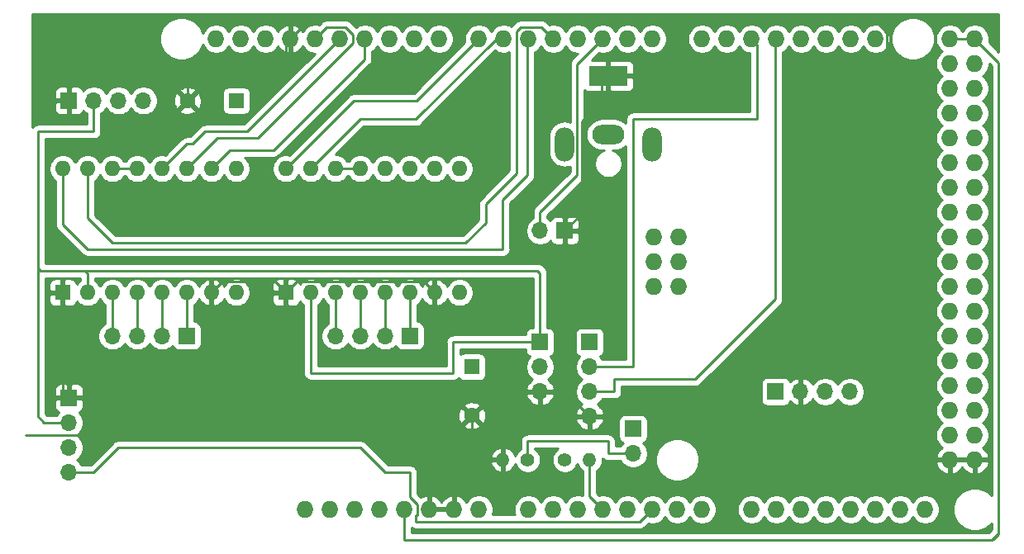
<source format=gbr>
%TF.GenerationSoftware,KiCad,Pcbnew,(5.1.8)-1*%
%TF.CreationDate,2020-12-31T21:19:08-05:00*%
%TF.ProjectId,rDuino,72447569-6e6f-42e6-9b69-6361645f7063,rev?*%
%TF.SameCoordinates,Original*%
%TF.FileFunction,Copper,L2,Bot*%
%TF.FilePolarity,Positive*%
%FSLAX46Y46*%
G04 Gerber Fmt 4.6, Leading zero omitted, Abs format (unit mm)*
G04 Created by KiCad (PCBNEW (5.1.8)-1) date 2020-12-31 21:19:08*
%MOMM*%
%LPD*%
G01*
G04 APERTURE LIST*
%TA.AperFunction,ComponentPad*%
%ADD10O,1.727200X1.727200*%
%TD*%
%TA.AperFunction,ComponentPad*%
%ADD11R,4.000000X2.000000*%
%TD*%
%TA.AperFunction,ComponentPad*%
%ADD12O,3.300000X2.000000*%
%TD*%
%TA.AperFunction,ComponentPad*%
%ADD13O,2.000000X3.500000*%
%TD*%
%TA.AperFunction,ComponentPad*%
%ADD14R,1.600000X1.600000*%
%TD*%
%TA.AperFunction,ComponentPad*%
%ADD15O,1.600000X1.600000*%
%TD*%
%TA.AperFunction,ComponentPad*%
%ADD16R,1.700000X1.700000*%
%TD*%
%TA.AperFunction,ComponentPad*%
%ADD17O,1.700000X1.700000*%
%TD*%
%TA.AperFunction,ComponentPad*%
%ADD18C,1.400000*%
%TD*%
%TA.AperFunction,ComponentPad*%
%ADD19O,1.400000X1.400000*%
%TD*%
%TA.AperFunction,ComponentPad*%
%ADD20C,1.600000*%
%TD*%
%TA.AperFunction,Conductor*%
%ADD21C,0.250000*%
%TD*%
%TA.AperFunction,Conductor*%
%ADD22C,0.254000*%
%TD*%
%TA.AperFunction,Conductor*%
%ADD23C,0.100000*%
%TD*%
G04 APERTURE END LIST*
D10*
%TO.P,XA1,RST2*%
%TO.N,N/C*%
X151967001Y-101600000D03*
%TO.P,XA1,GND4*%
X154507001Y-101600000D03*
%TO.P,XA1,MOSI*%
X154507001Y-99060000D03*
%TO.P,XA1,SCK*%
X151967001Y-99060000D03*
%TO.P,XA1,5V2*%
X154507001Y-96520000D03*
%TO.P,XA1,A0*%
%TO.N,Net-(P3-Pad3)*%
X139140001Y-124460000D03*
%TO.P,XA1,VIN*%
%TO.N,N/C*%
X134060001Y-124460000D03*
%TO.P,XA1,GND3*%
%TO.N,GND*%
X131520001Y-124460000D03*
%TO.P,XA1,GND2*%
X128980001Y-124460000D03*
%TO.P,XA1,5V1*%
%TO.N,+5V*%
X126440001Y-124460000D03*
%TO.P,XA1,3V3*%
%TO.N,+3V3*%
X123900001Y-124460000D03*
%TO.P,XA1,RST1*%
%TO.N,N/C*%
X121360001Y-124460000D03*
%TO.P,XA1,IORF*%
X118820001Y-124460000D03*
%TO.P,XA1,D21*%
X174700001Y-76200000D03*
%TO.P,XA1,D20*%
X172160001Y-76200000D03*
%TO.P,XA1,D19*%
X169620001Y-76200000D03*
%TO.P,XA1,D18*%
X167080001Y-76200000D03*
%TO.P,XA1,D17*%
%TO.N,Net-(P2-Pad3)*%
X164540001Y-76200000D03*
%TO.P,XA1,D16*%
%TO.N,Net-(P2-Pad2)*%
X162000001Y-76200000D03*
%TO.P,XA1,D15*%
%TO.N,Net-(P5-Pad4)*%
X159460001Y-76200000D03*
%TO.P,XA1,D14*%
%TO.N,Net-(P5-Pad3)*%
X156920001Y-76200000D03*
%TO.P,XA1,D0*%
%TO.N,N/C*%
X151840001Y-76200000D03*
%TO.P,XA1,D1*%
X149300001Y-76200000D03*
%TO.P,XA1,D2*%
%TO.N,Net-(P9-Pad2)*%
X146760001Y-76200000D03*
%TO.P,XA1,D3*%
%TO.N,Net-(P6-Pad2)*%
X144220001Y-76200000D03*
%TO.P,XA1,D4*%
%TO.N,Net-(A2-Pad15)*%
X141680001Y-76200000D03*
%TO.P,XA1,D5*%
%TO.N,Net-(A2-Pad16)*%
X139140001Y-76200000D03*
%TO.P,XA1,D6*%
%TO.N,Net-(A1-Pad15)*%
X136600001Y-76200000D03*
%TO.P,XA1,D7*%
%TO.N,Net-(A1-Pad16)*%
X134060001Y-76200000D03*
%TO.P,XA1,GND1*%
%TO.N,GND*%
X114756001Y-76200000D03*
%TO.P,XA1,D8*%
%TO.N,Net-(A1-Pad12)*%
X129996001Y-76200000D03*
%TO.P,XA1,D9*%
%TO.N,Net-(A1-Pad11)*%
X127456001Y-76200000D03*
%TO.P,XA1,D10*%
%TO.N,Net-(A1-Pad10)*%
X124916001Y-76200000D03*
%TO.P,XA1,SCL1*%
%TO.N,N/C*%
X107136001Y-76200000D03*
%TO.P,XA1,SDA1*%
X109676001Y-76200000D03*
%TO.P,XA1,AREF*%
X112216001Y-76200000D03*
%TO.P,XA1,D13*%
%TO.N,Net-(A2-Pad11)*%
X117296001Y-76200000D03*
%TO.P,XA1,D12*%
%TO.N,Net-(A2-Pad12)*%
X119836001Y-76200000D03*
%TO.P,XA1,D11*%
%TO.N,Net-(A2-Pad10)*%
X122376001Y-76200000D03*
%TO.P,XA1,*%
%TO.N,*%
X116280001Y-124460000D03*
%TO.P,XA1,A1*%
%TO.N,Net-(P3-Pad4)*%
X141680001Y-124460000D03*
%TO.P,XA1,A2*%
%TO.N,N/C*%
X144220001Y-124460000D03*
%TO.P,XA1,A3*%
%TO.N,Net-(P1-Pad1)*%
X146760001Y-124460000D03*
%TO.P,XA1,A4*%
%TO.N,Net-(P4-Pad3)*%
X149300001Y-124460000D03*
%TO.P,XA1,A5*%
%TO.N,Net-(P4-Pad4)*%
X151840001Y-124460000D03*
%TO.P,XA1,A6*%
%TO.N,N/C*%
X154380001Y-124460000D03*
%TO.P,XA1,A7*%
X156920001Y-124460000D03*
%TO.P,XA1,A8*%
X162000001Y-124460000D03*
%TO.P,XA1,A9*%
X164540001Y-124460000D03*
%TO.P,XA1,A10*%
X167080001Y-124460000D03*
%TO.P,XA1,A11*%
X169620001Y-124460000D03*
%TO.P,XA1,DAC0*%
X172160001Y-124460000D03*
%TO.P,XA1,DAC1*%
X174700001Y-124460000D03*
%TO.P,XA1,CANR*%
X177240001Y-124460000D03*
%TO.P,XA1,CANT*%
X179780001Y-124460000D03*
%TO.P,XA1,5V3*%
%TO.N,+5V*%
X182320001Y-76200000D03*
%TO.P,XA1,5V4*%
X184860001Y-76200000D03*
%TO.P,XA1,D22*%
%TO.N,N/C*%
X182320001Y-78740000D03*
%TO.P,XA1,D23*%
X184860001Y-78740000D03*
%TO.P,XA1,D24*%
X182320001Y-81280000D03*
%TO.P,XA1,D25*%
X184860001Y-81280000D03*
%TO.P,XA1,D26*%
X182320001Y-83820000D03*
%TO.P,XA1,D27*%
X184860001Y-83820000D03*
%TO.P,XA1,D28*%
X182320001Y-86360000D03*
%TO.P,XA1,D29*%
X184860001Y-86360000D03*
%TO.P,XA1,D30*%
X182320001Y-88900000D03*
%TO.P,XA1,D31*%
X184860001Y-88900000D03*
%TO.P,XA1,D32*%
X182320001Y-91440000D03*
%TO.P,XA1,D33*%
X184860001Y-91440000D03*
%TO.P,XA1,D34*%
X182320001Y-93980000D03*
%TO.P,XA1,D35*%
X184860001Y-93980000D03*
%TO.P,XA1,D36*%
X182320001Y-96520000D03*
%TO.P,XA1,D37*%
X184860001Y-96520000D03*
%TO.P,XA1,D38*%
X182320001Y-99060000D03*
%TO.P,XA1,D39*%
X184860001Y-99060000D03*
%TO.P,XA1,D40*%
X182320001Y-101600000D03*
%TO.P,XA1,D41*%
X184860001Y-101600000D03*
%TO.P,XA1,D42*%
X182320001Y-104140000D03*
%TO.P,XA1,D43*%
X184860001Y-104140000D03*
%TO.P,XA1,D44*%
X182320001Y-106680000D03*
%TO.P,XA1,D45*%
X184860001Y-106680000D03*
%TO.P,XA1,D46*%
X182320001Y-109220000D03*
%TO.P,XA1,D47*%
X184860001Y-109220000D03*
%TO.P,XA1,D48*%
X182320001Y-111760000D03*
%TO.P,XA1,D49*%
X184860001Y-111760000D03*
%TO.P,XA1,D50*%
X182320001Y-114300000D03*
%TO.P,XA1,D51*%
X184860001Y-114300000D03*
%TO.P,XA1,D52*%
X182320001Y-116840000D03*
%TO.P,XA1,D53*%
X184860001Y-116840000D03*
%TO.P,XA1,GND5*%
%TO.N,GND*%
X182320001Y-119380000D03*
%TO.P,XA1,GND6*%
X184860001Y-119380000D03*
%TO.P,XA1,MISO*%
%TO.N,N/C*%
X151967001Y-96520000D03*
%TD*%
D11*
%TO.P,J1,1*%
%TO.N,GND*%
X147320000Y-80010000D03*
D12*
%TO.P,J1,2*%
%TO.N,Net-(100uF1-Pad1)*%
X147320000Y-86010000D03*
D13*
%TO.P,J1,MP*%
%TO.N,N/C*%
X142820000Y-87010000D03*
X151820000Y-87010000D03*
%TD*%
D14*
%TO.P,A1,1*%
%TO.N,GND*%
X114300000Y-102235000D03*
D15*
%TO.P,A1,9*%
%TO.N,N/C*%
X132080000Y-89535000D03*
%TO.P,A1,2*%
%TO.N,+3V3*%
X116840000Y-102235000D03*
%TO.P,A1,10*%
%TO.N,Net-(A1-Pad10)*%
X129540000Y-89535000D03*
%TO.P,A1,3*%
%TO.N,Net-(A1-Pad3)*%
X119380000Y-102235000D03*
%TO.P,A1,11*%
%TO.N,Net-(A1-Pad11)*%
X127000000Y-89535000D03*
%TO.P,A1,4*%
%TO.N,Net-(A1-Pad4)*%
X121920000Y-102235000D03*
%TO.P,A1,12*%
%TO.N,Net-(A1-Pad12)*%
X124460000Y-89535000D03*
%TO.P,A1,5*%
%TO.N,Net-(A1-Pad5)*%
X124460000Y-102235000D03*
%TO.P,A1,13*%
%TO.N,Net-(A1-Pad13)*%
X121920000Y-89535000D03*
%TO.P,A1,6*%
%TO.N,Net-(A1-Pad6)*%
X127000000Y-102235000D03*
%TO.P,A1,14*%
%TO.N,Net-(A1-Pad13)*%
X119380000Y-89535000D03*
%TO.P,A1,7*%
%TO.N,GND*%
X129540000Y-102235000D03*
%TO.P,A1,15*%
%TO.N,Net-(A1-Pad15)*%
X116840000Y-89535000D03*
%TO.P,A1,8*%
%TO.N,Net-(100uF1-Pad1)*%
X132080000Y-102235000D03*
%TO.P,A1,16*%
%TO.N,Net-(A1-Pad16)*%
X114300000Y-89535000D03*
%TD*%
%TO.P,A2,16*%
%TO.N,Net-(A2-Pad16)*%
X91440000Y-89535000D03*
%TO.P,A2,8*%
%TO.N,Net-(100uF1-Pad1)*%
X109220000Y-102235000D03*
%TO.P,A2,15*%
%TO.N,Net-(A2-Pad15)*%
X93980000Y-89535000D03*
%TO.P,A2,7*%
%TO.N,GND*%
X106680000Y-102235000D03*
%TO.P,A2,14*%
%TO.N,Net-(A2-Pad13)*%
X96520000Y-89535000D03*
%TO.P,A2,6*%
%TO.N,Net-(A2-Pad6)*%
X104140000Y-102235000D03*
%TO.P,A2,13*%
%TO.N,Net-(A2-Pad13)*%
X99060000Y-89535000D03*
%TO.P,A2,5*%
%TO.N,Net-(A2-Pad5)*%
X101600000Y-102235000D03*
%TO.P,A2,12*%
%TO.N,Net-(A2-Pad12)*%
X101600000Y-89535000D03*
%TO.P,A2,4*%
%TO.N,Net-(A2-Pad4)*%
X99060000Y-102235000D03*
%TO.P,A2,11*%
%TO.N,Net-(A2-Pad11)*%
X104140000Y-89535000D03*
%TO.P,A2,3*%
%TO.N,Net-(A2-Pad3)*%
X96520000Y-102235000D03*
%TO.P,A2,10*%
%TO.N,Net-(A2-Pad10)*%
X106680000Y-89535000D03*
%TO.P,A2,2*%
%TO.N,+3V3*%
X93980000Y-102235000D03*
%TO.P,A2,9*%
%TO.N,N/C*%
X109220000Y-89535000D03*
D14*
%TO.P,A2,1*%
%TO.N,GND*%
X91440000Y-102235000D03*
%TD*%
D16*
%TO.P,P2,1*%
%TO.N,+3V3*%
X145415000Y-107315000D03*
D17*
%TO.P,P2,2*%
%TO.N,Net-(P2-Pad2)*%
X145415000Y-109855000D03*
%TO.P,P2,3*%
%TO.N,Net-(P2-Pad3)*%
X145415000Y-112395000D03*
%TO.P,P2,4*%
%TO.N,GND*%
X145415000Y-114935000D03*
%TD*%
D16*
%TO.P,P3,1*%
%TO.N,GND*%
X92075000Y-82550000D03*
D17*
%TO.P,P3,2*%
%TO.N,+3V3*%
X94615000Y-82550000D03*
%TO.P,P3,3*%
%TO.N,Net-(P3-Pad3)*%
X97155000Y-82550000D03*
%TO.P,P3,4*%
%TO.N,Net-(P3-Pad4)*%
X99695000Y-82550000D03*
%TD*%
%TO.P,P4,4*%
%TO.N,Net-(P4-Pad4)*%
X92075000Y-120650000D03*
%TO.P,P4,3*%
%TO.N,Net-(P4-Pad3)*%
X92075000Y-118110000D03*
%TO.P,P4,2*%
%TO.N,+3V3*%
X92075000Y-115570000D03*
D16*
%TO.P,P4,1*%
%TO.N,GND*%
X92075000Y-113030000D03*
%TD*%
D17*
%TO.P,DEC_OUT1,4*%
%TO.N,Net-(A1-Pad3)*%
X119380000Y-106680000D03*
%TO.P,DEC_OUT1,3*%
%TO.N,Net-(A1-Pad4)*%
X121920000Y-106680000D03*
%TO.P,DEC_OUT1,2*%
%TO.N,Net-(A1-Pad5)*%
X124460000Y-106680000D03*
D16*
%TO.P,DEC_OUT1,1*%
%TO.N,Net-(A1-Pad6)*%
X127000000Y-106680000D03*
%TD*%
%TO.P,P9,1*%
%TO.N,GND*%
X142875000Y-95885000D03*
D17*
%TO.P,P9,2*%
%TO.N,Net-(P9-Pad2)*%
X140335000Y-95885000D03*
%TD*%
%TO.P,P5,4*%
%TO.N,Net-(P5-Pad4)*%
X172085000Y-112395000D03*
%TO.P,P5,3*%
%TO.N,Net-(P5-Pad3)*%
X169545000Y-112395000D03*
%TO.P,P5,2*%
%TO.N,GND*%
X167005000Y-112395000D03*
D16*
%TO.P,P5,1*%
%TO.N,+3V3*%
X164465000Y-112395000D03*
%TD*%
D18*
%TO.P,R1,1*%
%TO.N,Net-(P1-Pad2)*%
X139065000Y-119380000D03*
D19*
%TO.P,R1,2*%
%TO.N,GND*%
X136525000Y-119380000D03*
%TD*%
%TO.P,R2,2*%
%TO.N,Net-(P1-Pad1)*%
X145415000Y-119380000D03*
D18*
%TO.P,R2,1*%
%TO.N,+3V3*%
X142875000Y-119380000D03*
%TD*%
D16*
%TO.P,P6,1*%
%TO.N,+3V3*%
X140335000Y-107315000D03*
D17*
%TO.P,P6,2*%
%TO.N,Net-(P6-Pad2)*%
X140335000Y-109855000D03*
%TO.P,P6,3*%
%TO.N,GND*%
X140335000Y-112395000D03*
%TD*%
D14*
%TO.P,100uF1,1*%
%TO.N,Net-(100uF1-Pad1)*%
X109220000Y-82550000D03*
D20*
%TO.P,100uF1,2*%
%TO.N,GND*%
X104220000Y-82550000D03*
%TD*%
%TO.P,100uF2,2*%
%TO.N,GND*%
X133350000Y-114855000D03*
D14*
%TO.P,100uF2,1*%
%TO.N,Net-(100uF1-Pad1)*%
X133350000Y-109855000D03*
%TD*%
D16*
%TO.P,P1,1*%
%TO.N,Net-(P1-Pad1)*%
X149860000Y-116205000D03*
D17*
%TO.P,P1,2*%
%TO.N,Net-(P1-Pad2)*%
X149860000Y-118745000D03*
%TD*%
D16*
%TO.P,RA_OUT1,1*%
%TO.N,Net-(A2-Pad6)*%
X104140000Y-106680000D03*
D17*
%TO.P,RA_OUT1,2*%
%TO.N,Net-(A2-Pad5)*%
X101600000Y-106680000D03*
%TO.P,RA_OUT1,3*%
%TO.N,Net-(A2-Pad4)*%
X99060000Y-106680000D03*
%TO.P,RA_OUT1,4*%
%TO.N,Net-(A2-Pad3)*%
X96520000Y-106680000D03*
%TD*%
D21*
%TO.N,GND*%
X184860001Y-119380000D02*
X182320001Y-119380000D01*
X115425001Y-101109999D02*
X114300000Y-102235000D01*
X128414999Y-101109999D02*
X115425001Y-101109999D01*
X129540000Y-102235000D02*
X128414999Y-101109999D01*
X107805001Y-101109999D02*
X106680000Y-102235000D01*
X114300000Y-102235000D02*
X113174999Y-101109999D01*
X106680000Y-111125000D02*
X106045000Y-111760000D01*
X106680000Y-102235000D02*
X106680000Y-111125000D01*
X104869999Y-112935001D02*
X91534999Y-112935001D01*
X106045000Y-111760000D02*
X104869999Y-112935001D01*
X91440000Y-112840002D02*
X91440000Y-111760000D01*
X91534999Y-112935001D02*
X91440000Y-112840002D01*
X91440000Y-111760000D02*
X91440000Y-102235000D01*
X128980001Y-124460000D02*
X131520001Y-124460000D01*
X136525000Y-119455001D02*
X136525000Y-119380000D01*
X91440000Y-102235000D02*
X91440000Y-101600000D01*
X114756001Y-76378999D02*
X114756001Y-76200000D01*
X175888602Y-75629471D02*
X174554131Y-74295000D01*
X175888602Y-116198602D02*
X175888602Y-75629471D01*
X116661001Y-74295000D02*
X114756001Y-76200000D01*
X167005000Y-112395000D02*
X167005000Y-116840000D01*
X92075000Y-82550000D02*
X92075000Y-78740000D01*
X114300000Y-76656001D02*
X114756001Y-76200000D01*
X114300000Y-78740000D02*
X114300000Y-76656001D01*
X142875000Y-112395000D02*
X145415000Y-114935000D01*
X140335000Y-112395000D02*
X142875000Y-112395000D01*
X131520001Y-124460000D02*
X131520001Y-119455001D01*
X131520001Y-119455001D02*
X131595002Y-119380000D01*
X136525000Y-112395000D02*
X140335000Y-112395000D01*
X154940000Y-116840000D02*
X154940000Y-113665000D01*
X154940000Y-116840000D02*
X173990000Y-116840000D01*
X154940000Y-113665000D02*
X147320000Y-113665000D01*
X145415000Y-114935000D02*
X147320000Y-114935000D01*
X147320000Y-114935000D02*
X147320000Y-113665000D01*
X175895000Y-119380000D02*
X182320001Y-119380000D01*
X175895000Y-116205000D02*
X175895000Y-119380000D01*
X173990000Y-116840000D02*
X175895000Y-116840000D01*
X87630000Y-116840000D02*
X94615000Y-116840000D01*
X94615000Y-116840000D02*
X94615000Y-113030000D01*
X153670000Y-77470000D02*
X153670000Y-74295000D01*
X153670000Y-74295000D02*
X116661001Y-74295000D01*
X174554131Y-74295000D02*
X153670000Y-74295000D01*
X147320000Y-80010000D02*
X151130000Y-80010000D01*
X144595010Y-94164990D02*
X144595010Y-84639990D01*
X142875000Y-95885000D02*
X144595010Y-94164990D01*
X144595010Y-84639990D02*
X146685000Y-82550000D01*
X146685000Y-80645000D02*
X147320000Y-80010000D01*
X146685000Y-82550000D02*
X146685000Y-80645000D01*
X151130000Y-80010000D02*
X153670000Y-77470000D01*
X104220000Y-78820000D02*
X104140000Y-78740000D01*
X104220000Y-82550000D02*
X104220000Y-78820000D01*
X104140000Y-78740000D02*
X114300000Y-78740000D01*
X92075000Y-78740000D02*
X104140000Y-78740000D01*
X133350000Y-119380000D02*
X136525000Y-119380000D01*
X133350000Y-114855000D02*
X133350000Y-119380000D01*
X131595002Y-119380000D02*
X133350000Y-119380000D01*
X142875000Y-95885000D02*
X142875000Y-112395000D01*
X111615001Y-101109999D02*
X111615001Y-112250001D01*
X113174999Y-101109999D02*
X111615001Y-101109999D01*
X111615001Y-101109999D02*
X107805001Y-101109999D01*
X111615001Y-112250001D02*
X112395000Y-113030000D01*
X112395000Y-113030000D02*
X136525000Y-113030000D01*
X136525000Y-113030000D02*
X136525000Y-112395000D01*
X136525000Y-119380000D02*
X136525000Y-113030000D01*
%TO.N,+3V3*%
X93980000Y-102235000D02*
X93980000Y-100254978D01*
X93980000Y-100254978D02*
X93700011Y-99974989D01*
X94615000Y-85725000D02*
X94615000Y-82550000D01*
X88900000Y-85725000D02*
X94615000Y-85725000D01*
X88900000Y-99695000D02*
X88900000Y-85725000D01*
X89179989Y-99974989D02*
X88900000Y-99695000D01*
X93700011Y-99974989D02*
X89179989Y-99974989D01*
X92075000Y-115570000D02*
X89535000Y-115570000D01*
X88900000Y-114935000D02*
X88900000Y-99695000D01*
X89535000Y-115570000D02*
X88900000Y-114935000D01*
X116840000Y-102235000D02*
X116840000Y-110490000D01*
X116840000Y-110490000D02*
X131445000Y-110490000D01*
X131445000Y-110490000D02*
X131445000Y-107315000D01*
X131445000Y-107315000D02*
X140335000Y-107315000D01*
X140335000Y-100965000D02*
X140335000Y-107315000D01*
X140335000Y-100254978D02*
X140335000Y-100965000D01*
X140055011Y-99974989D02*
X140335000Y-100254978D01*
X93700011Y-99974989D02*
X140055011Y-99974989D01*
%TO.N,Net-(A1-Pad3)*%
X119380000Y-107315000D02*
X119380000Y-102235000D01*
%TO.N,Net-(A1-Pad4)*%
X121920000Y-107315000D02*
X121920000Y-102235000D01*
%TO.N,Net-(A1-Pad5)*%
X124460000Y-107315000D02*
X124460000Y-102235000D01*
%TO.N,Net-(A1-Pad6)*%
X127000000Y-107315000D02*
X127000000Y-102235000D01*
%TO.N,Net-(A1-Pad15)*%
X116840000Y-89535000D02*
X121920000Y-84455000D01*
X121920000Y-84455000D02*
X127635000Y-84455000D01*
X135890000Y-76200000D02*
X136600001Y-76200000D01*
X127635000Y-84455000D02*
X135890000Y-76200000D01*
%TO.N,Net-(A1-Pad16)*%
X114300000Y-89535000D02*
X121285000Y-82550000D01*
X127710001Y-82550000D02*
X134060001Y-76200000D01*
X121285000Y-82550000D02*
X127710001Y-82550000D01*
%TO.N,Net-(A2-Pad16)*%
X139065000Y-76275001D02*
X139140001Y-76200000D01*
X139065000Y-90170000D02*
X139065000Y-76275001D01*
X136525000Y-92710000D02*
X139065000Y-90170000D01*
X136525000Y-97790000D02*
X136525000Y-92710000D01*
X93980000Y-97790000D02*
X136525000Y-97790000D01*
X91440000Y-95250000D02*
X93980000Y-97790000D01*
X91440000Y-89535000D02*
X91440000Y-95250000D01*
%TO.N,Net-(A2-Pad15)*%
X138348601Y-75011399D02*
X140491400Y-75011399D01*
X134804990Y-93160010D02*
X137951400Y-90013600D01*
X137951400Y-75408600D02*
X138348601Y-75011399D01*
X134804990Y-95065010D02*
X134804990Y-93160010D01*
X132715000Y-97155000D02*
X134804990Y-95065010D01*
X96520000Y-97155000D02*
X132715000Y-97155000D01*
X137951400Y-90013600D02*
X137951400Y-75408600D01*
X93980000Y-94615000D02*
X96520000Y-97155000D01*
X93980000Y-89535000D02*
X93980000Y-94615000D01*
X140491400Y-75011399D02*
X141680001Y-76200000D01*
%TO.N,Net-(A2-Pad13)*%
X96520000Y-89535000D02*
X99060000Y-89535000D01*
%TO.N,Net-(A2-Pad6)*%
X104140000Y-106680000D02*
X104140000Y-102235000D01*
%TO.N,Net-(A2-Pad5)*%
X101600000Y-106680000D02*
X101600000Y-102235000D01*
%TO.N,Net-(A2-Pad12)*%
X117931001Y-78105000D02*
X119836001Y-76200000D01*
X101600000Y-89535000D02*
X104140000Y-86995000D01*
X104140000Y-86995000D02*
X104775000Y-86995000D01*
X104775000Y-86995000D02*
X106045000Y-85725000D01*
X110311001Y-85725000D02*
X119836001Y-76200000D01*
X106045000Y-85725000D02*
X110311001Y-85725000D01*
%TO.N,Net-(A2-Pad4)*%
X99060000Y-106680000D02*
X99060000Y-102235000D01*
%TO.N,Net-(A2-Pad11)*%
X104140000Y-89535000D02*
X107315000Y-86360000D01*
X118484602Y-75011399D02*
X117296001Y-76200000D01*
X121187400Y-75792269D02*
X120406530Y-75011399D01*
X121187400Y-76607731D02*
X121187400Y-75792269D01*
X120406530Y-75011399D02*
X118484602Y-75011399D01*
X111435131Y-86360000D02*
X121187400Y-76607731D01*
X107315000Y-86360000D02*
X111435131Y-86360000D01*
%TO.N,Net-(A2-Pad3)*%
X96520000Y-106680000D02*
X96520000Y-102235000D01*
%TO.N,Net-(A2-Pad10)*%
X106680000Y-89535000D02*
X108585000Y-87630000D01*
X108585000Y-87630000D02*
X113030000Y-87630000D01*
X122376001Y-78283999D02*
X122376001Y-76200000D01*
X113030000Y-87630000D02*
X122376001Y-78283999D01*
%TO.N,Net-(P1-Pad1)*%
X145415000Y-123114999D02*
X146760001Y-124460000D01*
X145415000Y-119380000D02*
X145415000Y-123114999D01*
%TO.N,Net-(P1-Pad2)*%
X149860000Y-118745000D02*
X147320000Y-118745000D01*
X147320000Y-118745000D02*
X147320000Y-117475000D01*
X147320000Y-117475000D02*
X139066410Y-117475000D01*
X139065000Y-117476410D02*
X139065000Y-119380000D01*
X139066410Y-117475000D02*
X139065000Y-117476410D01*
%TO.N,Net-(P2-Pad2)*%
X145415000Y-109855000D02*
X149860000Y-109855000D01*
X149860000Y-109855000D02*
X149860000Y-84455000D01*
X149860000Y-84455000D02*
X162560000Y-84455000D01*
X162560000Y-76759999D02*
X162000001Y-76200000D01*
X162560000Y-84455000D02*
X162560000Y-76759999D01*
%TO.N,Net-(P4-Pad4)*%
X127791400Y-124052269D02*
X127791400Y-124616400D01*
X127635000Y-125095000D02*
X127791400Y-124938600D01*
X127791400Y-124938600D02*
X127791400Y-124616400D01*
X127791400Y-125030529D02*
X127791400Y-124938600D01*
X127791400Y-123981400D02*
X127791400Y-124616400D01*
X127000000Y-123190000D02*
X127791400Y-123981400D01*
X127000000Y-120650000D02*
X127000000Y-123190000D01*
X92075000Y-120650000D02*
X94615000Y-120650000D01*
X94615000Y-120650000D02*
X97155000Y-118110000D01*
X97155000Y-118110000D02*
X121920000Y-118110000D01*
X121920000Y-118110000D02*
X124460000Y-120650000D01*
X124460000Y-120650000D02*
X127000000Y-120650000D01*
X151840001Y-124460000D02*
X150570001Y-125730000D01*
X150570001Y-125730000D02*
X127635000Y-125730000D01*
X127635000Y-125730000D02*
X127635000Y-125095000D01*
%TO.N,+5V*%
X187325000Y-78664999D02*
X184860001Y-76200000D01*
X186785002Y-127539998D02*
X187325000Y-127000000D01*
X187325000Y-127000000D02*
X187325000Y-78664999D01*
X126440001Y-124460000D02*
X126440001Y-127559999D01*
X184860001Y-76200000D02*
X182320001Y-76200000D01*
X126440001Y-127559999D02*
X186614999Y-127559999D01*
X186614999Y-127559999D02*
X187174998Y-127000000D01*
%TO.N,Net-(P9-Pad2)*%
X140335000Y-95885000D02*
X140335000Y-93980000D01*
X140335000Y-93980000D02*
X144145000Y-90170000D01*
X144145000Y-90170000D02*
X144145000Y-78815001D01*
X144145000Y-78815001D02*
X146760001Y-76200000D01*
%TO.N,Net-(A1-Pad13)*%
X119380000Y-89535000D02*
X121920000Y-89535000D01*
%TO.N,Net-(P2-Pad3)*%
X145415000Y-112395000D02*
X147955000Y-112395000D01*
X147955000Y-112395000D02*
X147955000Y-111125000D01*
X147955000Y-111125000D02*
X156210000Y-111125000D01*
X156210000Y-111125000D02*
X164465000Y-102870000D01*
X164465000Y-76275001D02*
X164540001Y-76200000D01*
X164465000Y-102870000D02*
X164465000Y-76275001D01*
%TD*%
D22*
%TO.N,GND*%
X187300001Y-77565198D02*
X186312777Y-76577974D01*
X186358601Y-76347599D01*
X186358601Y-76052401D01*
X186301011Y-75762875D01*
X186188043Y-75490147D01*
X186024040Y-75244698D01*
X185815303Y-75035961D01*
X185569854Y-74871958D01*
X185297126Y-74758990D01*
X185007600Y-74701400D01*
X184712402Y-74701400D01*
X184422876Y-74758990D01*
X184150148Y-74871958D01*
X183904699Y-75035961D01*
X183695962Y-75244698D01*
X183590001Y-75403281D01*
X183484040Y-75244698D01*
X183275303Y-75035961D01*
X183029854Y-74871958D01*
X182757126Y-74758990D01*
X182467600Y-74701400D01*
X182172402Y-74701400D01*
X181882876Y-74758990D01*
X181610148Y-74871958D01*
X181364699Y-75035961D01*
X181155962Y-75244698D01*
X180991959Y-75490147D01*
X180878991Y-75762875D01*
X180821401Y-76052401D01*
X180821401Y-76347599D01*
X180878991Y-76637125D01*
X180991959Y-76909853D01*
X181155962Y-77155302D01*
X181364699Y-77364039D01*
X181523282Y-77470000D01*
X181364699Y-77575961D01*
X181155962Y-77784698D01*
X180991959Y-78030147D01*
X180878991Y-78302875D01*
X180821401Y-78592401D01*
X180821401Y-78887599D01*
X180878991Y-79177125D01*
X180991959Y-79449853D01*
X181155962Y-79695302D01*
X181364699Y-79904039D01*
X181523282Y-80010000D01*
X181364699Y-80115961D01*
X181155962Y-80324698D01*
X180991959Y-80570147D01*
X180878991Y-80842875D01*
X180821401Y-81132401D01*
X180821401Y-81427599D01*
X180878991Y-81717125D01*
X180991959Y-81989853D01*
X181155962Y-82235302D01*
X181364699Y-82444039D01*
X181523282Y-82550000D01*
X181364699Y-82655961D01*
X181155962Y-82864698D01*
X180991959Y-83110147D01*
X180878991Y-83382875D01*
X180821401Y-83672401D01*
X180821401Y-83967599D01*
X180878991Y-84257125D01*
X180991959Y-84529853D01*
X181155962Y-84775302D01*
X181364699Y-84984039D01*
X181523282Y-85090000D01*
X181364699Y-85195961D01*
X181155962Y-85404698D01*
X180991959Y-85650147D01*
X180878991Y-85922875D01*
X180821401Y-86212401D01*
X180821401Y-86507599D01*
X180878991Y-86797125D01*
X180991959Y-87069853D01*
X181155962Y-87315302D01*
X181364699Y-87524039D01*
X181523282Y-87630000D01*
X181364699Y-87735961D01*
X181155962Y-87944698D01*
X180991959Y-88190147D01*
X180878991Y-88462875D01*
X180821401Y-88752401D01*
X180821401Y-89047599D01*
X180878991Y-89337125D01*
X180991959Y-89609853D01*
X181155962Y-89855302D01*
X181364699Y-90064039D01*
X181523282Y-90170000D01*
X181364699Y-90275961D01*
X181155962Y-90484698D01*
X180991959Y-90730147D01*
X180878991Y-91002875D01*
X180821401Y-91292401D01*
X180821401Y-91587599D01*
X180878991Y-91877125D01*
X180991959Y-92149853D01*
X181155962Y-92395302D01*
X181364699Y-92604039D01*
X181523282Y-92710000D01*
X181364699Y-92815961D01*
X181155962Y-93024698D01*
X180991959Y-93270147D01*
X180878991Y-93542875D01*
X180821401Y-93832401D01*
X180821401Y-94127599D01*
X180878991Y-94417125D01*
X180991959Y-94689853D01*
X181155962Y-94935302D01*
X181364699Y-95144039D01*
X181523282Y-95250000D01*
X181364699Y-95355961D01*
X181155962Y-95564698D01*
X180991959Y-95810147D01*
X180878991Y-96082875D01*
X180821401Y-96372401D01*
X180821401Y-96667599D01*
X180878991Y-96957125D01*
X180991959Y-97229853D01*
X181155962Y-97475302D01*
X181364699Y-97684039D01*
X181523282Y-97790000D01*
X181364699Y-97895961D01*
X181155962Y-98104698D01*
X180991959Y-98350147D01*
X180878991Y-98622875D01*
X180821401Y-98912401D01*
X180821401Y-99207599D01*
X180878991Y-99497125D01*
X180991959Y-99769853D01*
X181155962Y-100015302D01*
X181364699Y-100224039D01*
X181523282Y-100330000D01*
X181364699Y-100435961D01*
X181155962Y-100644698D01*
X180991959Y-100890147D01*
X180878991Y-101162875D01*
X180821401Y-101452401D01*
X180821401Y-101747599D01*
X180878991Y-102037125D01*
X180991959Y-102309853D01*
X181155962Y-102555302D01*
X181364699Y-102764039D01*
X181523282Y-102870000D01*
X181364699Y-102975961D01*
X181155962Y-103184698D01*
X180991959Y-103430147D01*
X180878991Y-103702875D01*
X180821401Y-103992401D01*
X180821401Y-104287599D01*
X180878991Y-104577125D01*
X180991959Y-104849853D01*
X181155962Y-105095302D01*
X181364699Y-105304039D01*
X181523282Y-105410000D01*
X181364699Y-105515961D01*
X181155962Y-105724698D01*
X180991959Y-105970147D01*
X180878991Y-106242875D01*
X180821401Y-106532401D01*
X180821401Y-106827599D01*
X180878991Y-107117125D01*
X180991959Y-107389853D01*
X181155962Y-107635302D01*
X181364699Y-107844039D01*
X181523282Y-107950000D01*
X181364699Y-108055961D01*
X181155962Y-108264698D01*
X180991959Y-108510147D01*
X180878991Y-108782875D01*
X180821401Y-109072401D01*
X180821401Y-109367599D01*
X180878991Y-109657125D01*
X180991959Y-109929853D01*
X181155962Y-110175302D01*
X181364699Y-110384039D01*
X181523282Y-110490000D01*
X181364699Y-110595961D01*
X181155962Y-110804698D01*
X180991959Y-111050147D01*
X180878991Y-111322875D01*
X180821401Y-111612401D01*
X180821401Y-111907599D01*
X180878991Y-112197125D01*
X180991959Y-112469853D01*
X181155962Y-112715302D01*
X181364699Y-112924039D01*
X181523282Y-113030000D01*
X181364699Y-113135961D01*
X181155962Y-113344698D01*
X180991959Y-113590147D01*
X180878991Y-113862875D01*
X180821401Y-114152401D01*
X180821401Y-114447599D01*
X180878991Y-114737125D01*
X180991959Y-115009853D01*
X181155962Y-115255302D01*
X181364699Y-115464039D01*
X181523282Y-115570000D01*
X181364699Y-115675961D01*
X181155962Y-115884698D01*
X180991959Y-116130147D01*
X180878991Y-116402875D01*
X180821401Y-116692401D01*
X180821401Y-116987599D01*
X180878991Y-117277125D01*
X180991959Y-117549853D01*
X181155962Y-117795302D01*
X181364699Y-118004039D01*
X181530104Y-118114559D01*
X181431513Y-118173183D01*
X181213147Y-118369707D01*
X181037317Y-118605056D01*
X180910779Y-118870186D01*
X180865043Y-119020974D01*
X180986184Y-119253000D01*
X182193001Y-119253000D01*
X182193001Y-119233000D01*
X182447001Y-119233000D01*
X182447001Y-119253000D01*
X184733001Y-119253000D01*
X184733001Y-119233000D01*
X184987001Y-119233000D01*
X184987001Y-119253000D01*
X186193818Y-119253000D01*
X186314959Y-119020974D01*
X186269223Y-118870186D01*
X186142685Y-118605056D01*
X185966855Y-118369707D01*
X185748489Y-118173183D01*
X185649898Y-118114559D01*
X185815303Y-118004039D01*
X186024040Y-117795302D01*
X186188043Y-117549853D01*
X186301011Y-117277125D01*
X186358601Y-116987599D01*
X186358601Y-116692401D01*
X186301011Y-116402875D01*
X186188043Y-116130147D01*
X186024040Y-115884698D01*
X185815303Y-115675961D01*
X185656720Y-115570000D01*
X185815303Y-115464039D01*
X186024040Y-115255302D01*
X186188043Y-115009853D01*
X186301011Y-114737125D01*
X186358601Y-114447599D01*
X186358601Y-114152401D01*
X186301011Y-113862875D01*
X186188043Y-113590147D01*
X186024040Y-113344698D01*
X185815303Y-113135961D01*
X185656720Y-113030000D01*
X185815303Y-112924039D01*
X186024040Y-112715302D01*
X186188043Y-112469853D01*
X186301011Y-112197125D01*
X186358601Y-111907599D01*
X186358601Y-111612401D01*
X186301011Y-111322875D01*
X186188043Y-111050147D01*
X186024040Y-110804698D01*
X185815303Y-110595961D01*
X185656720Y-110490000D01*
X185815303Y-110384039D01*
X186024040Y-110175302D01*
X186188043Y-109929853D01*
X186301011Y-109657125D01*
X186358601Y-109367599D01*
X186358601Y-109072401D01*
X186301011Y-108782875D01*
X186188043Y-108510147D01*
X186024040Y-108264698D01*
X185815303Y-108055961D01*
X185656720Y-107950000D01*
X185815303Y-107844039D01*
X186024040Y-107635302D01*
X186188043Y-107389853D01*
X186301011Y-107117125D01*
X186358601Y-106827599D01*
X186358601Y-106532401D01*
X186301011Y-106242875D01*
X186188043Y-105970147D01*
X186024040Y-105724698D01*
X185815303Y-105515961D01*
X185656720Y-105410000D01*
X185815303Y-105304039D01*
X186024040Y-105095302D01*
X186188043Y-104849853D01*
X186301011Y-104577125D01*
X186358601Y-104287599D01*
X186358601Y-103992401D01*
X186301011Y-103702875D01*
X186188043Y-103430147D01*
X186024040Y-103184698D01*
X185815303Y-102975961D01*
X185656720Y-102870000D01*
X185815303Y-102764039D01*
X186024040Y-102555302D01*
X186188043Y-102309853D01*
X186301011Y-102037125D01*
X186358601Y-101747599D01*
X186358601Y-101452401D01*
X186301011Y-101162875D01*
X186188043Y-100890147D01*
X186024040Y-100644698D01*
X185815303Y-100435961D01*
X185656720Y-100330000D01*
X185815303Y-100224039D01*
X186024040Y-100015302D01*
X186188043Y-99769853D01*
X186301011Y-99497125D01*
X186358601Y-99207599D01*
X186358601Y-98912401D01*
X186301011Y-98622875D01*
X186188043Y-98350147D01*
X186024040Y-98104698D01*
X185815303Y-97895961D01*
X185656720Y-97790000D01*
X185815303Y-97684039D01*
X186024040Y-97475302D01*
X186188043Y-97229853D01*
X186301011Y-96957125D01*
X186358601Y-96667599D01*
X186358601Y-96372401D01*
X186301011Y-96082875D01*
X186188043Y-95810147D01*
X186024040Y-95564698D01*
X185815303Y-95355961D01*
X185656720Y-95250000D01*
X185815303Y-95144039D01*
X186024040Y-94935302D01*
X186188043Y-94689853D01*
X186301011Y-94417125D01*
X186358601Y-94127599D01*
X186358601Y-93832401D01*
X186301011Y-93542875D01*
X186188043Y-93270147D01*
X186024040Y-93024698D01*
X185815303Y-92815961D01*
X185656720Y-92710000D01*
X185815303Y-92604039D01*
X186024040Y-92395302D01*
X186188043Y-92149853D01*
X186301011Y-91877125D01*
X186358601Y-91587599D01*
X186358601Y-91292401D01*
X186301011Y-91002875D01*
X186188043Y-90730147D01*
X186024040Y-90484698D01*
X185815303Y-90275961D01*
X185656720Y-90170000D01*
X185815303Y-90064039D01*
X186024040Y-89855302D01*
X186188043Y-89609853D01*
X186301011Y-89337125D01*
X186358601Y-89047599D01*
X186358601Y-88752401D01*
X186301011Y-88462875D01*
X186188043Y-88190147D01*
X186024040Y-87944698D01*
X185815303Y-87735961D01*
X185656720Y-87630000D01*
X185815303Y-87524039D01*
X186024040Y-87315302D01*
X186188043Y-87069853D01*
X186301011Y-86797125D01*
X186358601Y-86507599D01*
X186358601Y-86212401D01*
X186301011Y-85922875D01*
X186188043Y-85650147D01*
X186024040Y-85404698D01*
X185815303Y-85195961D01*
X185656720Y-85090000D01*
X185815303Y-84984039D01*
X186024040Y-84775302D01*
X186188043Y-84529853D01*
X186301011Y-84257125D01*
X186358601Y-83967599D01*
X186358601Y-83672401D01*
X186301011Y-83382875D01*
X186188043Y-83110147D01*
X186024040Y-82864698D01*
X185815303Y-82655961D01*
X185656720Y-82550000D01*
X185815303Y-82444039D01*
X186024040Y-82235302D01*
X186188043Y-81989853D01*
X186301011Y-81717125D01*
X186358601Y-81427599D01*
X186358601Y-81132401D01*
X186301011Y-80842875D01*
X186188043Y-80570147D01*
X186024040Y-80324698D01*
X185815303Y-80115961D01*
X185656720Y-80010000D01*
X185815303Y-79904039D01*
X186024040Y-79695302D01*
X186188043Y-79449853D01*
X186301011Y-79177125D01*
X186358601Y-78887599D01*
X186358601Y-78773402D01*
X186565001Y-78979802D01*
X186565000Y-123004232D01*
X186284730Y-122723962D01*
X185918670Y-122479369D01*
X185511926Y-122310890D01*
X185080129Y-122225000D01*
X184639873Y-122225000D01*
X184208076Y-122310890D01*
X183801332Y-122479369D01*
X183435272Y-122723962D01*
X183123963Y-123035271D01*
X182879370Y-123401331D01*
X182710891Y-123808075D01*
X182625001Y-124239872D01*
X182625001Y-124680128D01*
X182710891Y-125111925D01*
X182879370Y-125518669D01*
X183123963Y-125884729D01*
X183435272Y-126196038D01*
X183801332Y-126440631D01*
X184208076Y-126609110D01*
X184639873Y-126695000D01*
X185080129Y-126695000D01*
X185511926Y-126609110D01*
X185918670Y-126440631D01*
X186284730Y-126196038D01*
X186565000Y-125915768D01*
X186565000Y-126535196D01*
X186300198Y-126799999D01*
X127200001Y-126799999D01*
X127200001Y-126356174D01*
X127210724Y-126364974D01*
X127342753Y-126435546D01*
X127486014Y-126479003D01*
X127635000Y-126493677D01*
X127672333Y-126490000D01*
X150532679Y-126490000D01*
X150570001Y-126493676D01*
X150607323Y-126490000D01*
X150607334Y-126490000D01*
X150718987Y-126479003D01*
X150862248Y-126435546D01*
X150994277Y-126364974D01*
X151110002Y-126270001D01*
X151133805Y-126240997D01*
X151462027Y-125912776D01*
X151692402Y-125958600D01*
X151987600Y-125958600D01*
X152277126Y-125901010D01*
X152549854Y-125788042D01*
X152795303Y-125624039D01*
X153004040Y-125415302D01*
X153110001Y-125256719D01*
X153215962Y-125415302D01*
X153424699Y-125624039D01*
X153670148Y-125788042D01*
X153942876Y-125901010D01*
X154232402Y-125958600D01*
X154527600Y-125958600D01*
X154817126Y-125901010D01*
X155089854Y-125788042D01*
X155335303Y-125624039D01*
X155544040Y-125415302D01*
X155650001Y-125256719D01*
X155755962Y-125415302D01*
X155964699Y-125624039D01*
X156210148Y-125788042D01*
X156482876Y-125901010D01*
X156772402Y-125958600D01*
X157067600Y-125958600D01*
X157357126Y-125901010D01*
X157629854Y-125788042D01*
X157875303Y-125624039D01*
X158084040Y-125415302D01*
X158248043Y-125169853D01*
X158361011Y-124897125D01*
X158418601Y-124607599D01*
X158418601Y-124312401D01*
X160501401Y-124312401D01*
X160501401Y-124607599D01*
X160558991Y-124897125D01*
X160671959Y-125169853D01*
X160835962Y-125415302D01*
X161044699Y-125624039D01*
X161290148Y-125788042D01*
X161562876Y-125901010D01*
X161852402Y-125958600D01*
X162147600Y-125958600D01*
X162437126Y-125901010D01*
X162709854Y-125788042D01*
X162955303Y-125624039D01*
X163164040Y-125415302D01*
X163270001Y-125256719D01*
X163375962Y-125415302D01*
X163584699Y-125624039D01*
X163830148Y-125788042D01*
X164102876Y-125901010D01*
X164392402Y-125958600D01*
X164687600Y-125958600D01*
X164977126Y-125901010D01*
X165249854Y-125788042D01*
X165495303Y-125624039D01*
X165704040Y-125415302D01*
X165810001Y-125256719D01*
X165915962Y-125415302D01*
X166124699Y-125624039D01*
X166370148Y-125788042D01*
X166642876Y-125901010D01*
X166932402Y-125958600D01*
X167227600Y-125958600D01*
X167517126Y-125901010D01*
X167789854Y-125788042D01*
X168035303Y-125624039D01*
X168244040Y-125415302D01*
X168350001Y-125256719D01*
X168455962Y-125415302D01*
X168664699Y-125624039D01*
X168910148Y-125788042D01*
X169182876Y-125901010D01*
X169472402Y-125958600D01*
X169767600Y-125958600D01*
X170057126Y-125901010D01*
X170329854Y-125788042D01*
X170575303Y-125624039D01*
X170784040Y-125415302D01*
X170890001Y-125256719D01*
X170995962Y-125415302D01*
X171204699Y-125624039D01*
X171450148Y-125788042D01*
X171722876Y-125901010D01*
X172012402Y-125958600D01*
X172307600Y-125958600D01*
X172597126Y-125901010D01*
X172869854Y-125788042D01*
X173115303Y-125624039D01*
X173324040Y-125415302D01*
X173430001Y-125256719D01*
X173535962Y-125415302D01*
X173744699Y-125624039D01*
X173990148Y-125788042D01*
X174262876Y-125901010D01*
X174552402Y-125958600D01*
X174847600Y-125958600D01*
X175137126Y-125901010D01*
X175409854Y-125788042D01*
X175655303Y-125624039D01*
X175864040Y-125415302D01*
X175970001Y-125256719D01*
X176075962Y-125415302D01*
X176284699Y-125624039D01*
X176530148Y-125788042D01*
X176802876Y-125901010D01*
X177092402Y-125958600D01*
X177387600Y-125958600D01*
X177677126Y-125901010D01*
X177949854Y-125788042D01*
X178195303Y-125624039D01*
X178404040Y-125415302D01*
X178510001Y-125256719D01*
X178615962Y-125415302D01*
X178824699Y-125624039D01*
X179070148Y-125788042D01*
X179342876Y-125901010D01*
X179632402Y-125958600D01*
X179927600Y-125958600D01*
X180217126Y-125901010D01*
X180489854Y-125788042D01*
X180735303Y-125624039D01*
X180944040Y-125415302D01*
X181108043Y-125169853D01*
X181221011Y-124897125D01*
X181278601Y-124607599D01*
X181278601Y-124312401D01*
X181221011Y-124022875D01*
X181108043Y-123750147D01*
X180944040Y-123504698D01*
X180735303Y-123295961D01*
X180489854Y-123131958D01*
X180217126Y-123018990D01*
X179927600Y-122961400D01*
X179632402Y-122961400D01*
X179342876Y-123018990D01*
X179070148Y-123131958D01*
X178824699Y-123295961D01*
X178615962Y-123504698D01*
X178510001Y-123663281D01*
X178404040Y-123504698D01*
X178195303Y-123295961D01*
X177949854Y-123131958D01*
X177677126Y-123018990D01*
X177387600Y-122961400D01*
X177092402Y-122961400D01*
X176802876Y-123018990D01*
X176530148Y-123131958D01*
X176284699Y-123295961D01*
X176075962Y-123504698D01*
X175970001Y-123663281D01*
X175864040Y-123504698D01*
X175655303Y-123295961D01*
X175409854Y-123131958D01*
X175137126Y-123018990D01*
X174847600Y-122961400D01*
X174552402Y-122961400D01*
X174262876Y-123018990D01*
X173990148Y-123131958D01*
X173744699Y-123295961D01*
X173535962Y-123504698D01*
X173430001Y-123663281D01*
X173324040Y-123504698D01*
X173115303Y-123295961D01*
X172869854Y-123131958D01*
X172597126Y-123018990D01*
X172307600Y-122961400D01*
X172012402Y-122961400D01*
X171722876Y-123018990D01*
X171450148Y-123131958D01*
X171204699Y-123295961D01*
X170995962Y-123504698D01*
X170890001Y-123663281D01*
X170784040Y-123504698D01*
X170575303Y-123295961D01*
X170329854Y-123131958D01*
X170057126Y-123018990D01*
X169767600Y-122961400D01*
X169472402Y-122961400D01*
X169182876Y-123018990D01*
X168910148Y-123131958D01*
X168664699Y-123295961D01*
X168455962Y-123504698D01*
X168350001Y-123663281D01*
X168244040Y-123504698D01*
X168035303Y-123295961D01*
X167789854Y-123131958D01*
X167517126Y-123018990D01*
X167227600Y-122961400D01*
X166932402Y-122961400D01*
X166642876Y-123018990D01*
X166370148Y-123131958D01*
X166124699Y-123295961D01*
X165915962Y-123504698D01*
X165810001Y-123663281D01*
X165704040Y-123504698D01*
X165495303Y-123295961D01*
X165249854Y-123131958D01*
X164977126Y-123018990D01*
X164687600Y-122961400D01*
X164392402Y-122961400D01*
X164102876Y-123018990D01*
X163830148Y-123131958D01*
X163584699Y-123295961D01*
X163375962Y-123504698D01*
X163270001Y-123663281D01*
X163164040Y-123504698D01*
X162955303Y-123295961D01*
X162709854Y-123131958D01*
X162437126Y-123018990D01*
X162147600Y-122961400D01*
X161852402Y-122961400D01*
X161562876Y-123018990D01*
X161290148Y-123131958D01*
X161044699Y-123295961D01*
X160835962Y-123504698D01*
X160671959Y-123750147D01*
X160558991Y-124022875D01*
X160501401Y-124312401D01*
X158418601Y-124312401D01*
X158361011Y-124022875D01*
X158248043Y-123750147D01*
X158084040Y-123504698D01*
X157875303Y-123295961D01*
X157629854Y-123131958D01*
X157357126Y-123018990D01*
X157067600Y-122961400D01*
X156772402Y-122961400D01*
X156482876Y-123018990D01*
X156210148Y-123131958D01*
X155964699Y-123295961D01*
X155755962Y-123504698D01*
X155650001Y-123663281D01*
X155544040Y-123504698D01*
X155335303Y-123295961D01*
X155089854Y-123131958D01*
X154817126Y-123018990D01*
X154527600Y-122961400D01*
X154232402Y-122961400D01*
X153942876Y-123018990D01*
X153670148Y-123131958D01*
X153424699Y-123295961D01*
X153215962Y-123504698D01*
X153110001Y-123663281D01*
X153004040Y-123504698D01*
X152795303Y-123295961D01*
X152549854Y-123131958D01*
X152277126Y-123018990D01*
X151987600Y-122961400D01*
X151692402Y-122961400D01*
X151402876Y-123018990D01*
X151130148Y-123131958D01*
X150884699Y-123295961D01*
X150675962Y-123504698D01*
X150570001Y-123663281D01*
X150464040Y-123504698D01*
X150255303Y-123295961D01*
X150009854Y-123131958D01*
X149737126Y-123018990D01*
X149447600Y-122961400D01*
X149152402Y-122961400D01*
X148862876Y-123018990D01*
X148590148Y-123131958D01*
X148344699Y-123295961D01*
X148135962Y-123504698D01*
X148030001Y-123663281D01*
X147924040Y-123504698D01*
X147715303Y-123295961D01*
X147469854Y-123131958D01*
X147197126Y-123018990D01*
X146907600Y-122961400D01*
X146612402Y-122961400D01*
X146382027Y-123007224D01*
X146175000Y-122800198D01*
X146175000Y-120477775D01*
X146266013Y-120416962D01*
X146451962Y-120231013D01*
X146598061Y-120012359D01*
X146698696Y-119769405D01*
X146750000Y-119511486D01*
X146750000Y-119248514D01*
X146749982Y-119248426D01*
X146762333Y-119263475D01*
X146779999Y-119285001D01*
X146895724Y-119379974D01*
X147027753Y-119450546D01*
X147171014Y-119494003D01*
X147320000Y-119508677D01*
X147357333Y-119505000D01*
X148581822Y-119505000D01*
X148706525Y-119691632D01*
X148913368Y-119898475D01*
X149156589Y-120060990D01*
X149426842Y-120172932D01*
X149713740Y-120230000D01*
X150006260Y-120230000D01*
X150293158Y-120172932D01*
X150563411Y-120060990D01*
X150806632Y-119898475D01*
X151013475Y-119691632D01*
X151175990Y-119448411D01*
X151287932Y-119178158D01*
X151291569Y-119159872D01*
X152145001Y-119159872D01*
X152145001Y-119600128D01*
X152230891Y-120031925D01*
X152399370Y-120438669D01*
X152643963Y-120804729D01*
X152955272Y-121116038D01*
X153321332Y-121360631D01*
X153728076Y-121529110D01*
X154159873Y-121615000D01*
X154600129Y-121615000D01*
X155031926Y-121529110D01*
X155438670Y-121360631D01*
X155804730Y-121116038D01*
X156116039Y-120804729D01*
X156360632Y-120438669D01*
X156529111Y-120031925D01*
X156587372Y-119739026D01*
X180865043Y-119739026D01*
X180910779Y-119889814D01*
X181037317Y-120154944D01*
X181213147Y-120390293D01*
X181431513Y-120586817D01*
X181684023Y-120736964D01*
X181960974Y-120834963D01*
X182193001Y-120714464D01*
X182193001Y-119507000D01*
X182447001Y-119507000D01*
X182447001Y-120714464D01*
X182679028Y-120834963D01*
X182955979Y-120736964D01*
X183208489Y-120586817D01*
X183426855Y-120390293D01*
X183590001Y-120171922D01*
X183753147Y-120390293D01*
X183971513Y-120586817D01*
X184224023Y-120736964D01*
X184500974Y-120834963D01*
X184733001Y-120714464D01*
X184733001Y-119507000D01*
X184987001Y-119507000D01*
X184987001Y-120714464D01*
X185219028Y-120834963D01*
X185495979Y-120736964D01*
X185748489Y-120586817D01*
X185966855Y-120390293D01*
X186142685Y-120154944D01*
X186269223Y-119889814D01*
X186314959Y-119739026D01*
X186193818Y-119507000D01*
X184987001Y-119507000D01*
X184733001Y-119507000D01*
X182447001Y-119507000D01*
X182193001Y-119507000D01*
X180986184Y-119507000D01*
X180865043Y-119739026D01*
X156587372Y-119739026D01*
X156615001Y-119600128D01*
X156615001Y-119159872D01*
X156529111Y-118728075D01*
X156360632Y-118321331D01*
X156116039Y-117955271D01*
X155804730Y-117643962D01*
X155438670Y-117399369D01*
X155031926Y-117230890D01*
X154600129Y-117145000D01*
X154159873Y-117145000D01*
X153728076Y-117230890D01*
X153321332Y-117399369D01*
X152955272Y-117643962D01*
X152643963Y-117955271D01*
X152399370Y-118321331D01*
X152230891Y-118728075D01*
X152145001Y-119159872D01*
X151291569Y-119159872D01*
X151345000Y-118891260D01*
X151345000Y-118598740D01*
X151287932Y-118311842D01*
X151175990Y-118041589D01*
X151013475Y-117798368D01*
X150881620Y-117666513D01*
X150954180Y-117644502D01*
X151064494Y-117585537D01*
X151161185Y-117506185D01*
X151240537Y-117409494D01*
X151299502Y-117299180D01*
X151335812Y-117179482D01*
X151348072Y-117055000D01*
X151348072Y-115355000D01*
X151335812Y-115230518D01*
X151299502Y-115110820D01*
X151240537Y-115000506D01*
X151161185Y-114903815D01*
X151064494Y-114824463D01*
X150954180Y-114765498D01*
X150834482Y-114729188D01*
X150710000Y-114716928D01*
X149010000Y-114716928D01*
X148885518Y-114729188D01*
X148765820Y-114765498D01*
X148655506Y-114824463D01*
X148558815Y-114903815D01*
X148479463Y-115000506D01*
X148420498Y-115110820D01*
X148384188Y-115230518D01*
X148371928Y-115355000D01*
X148371928Y-117055000D01*
X148384188Y-117179482D01*
X148420498Y-117299180D01*
X148479463Y-117409494D01*
X148558815Y-117506185D01*
X148655506Y-117585537D01*
X148765820Y-117644502D01*
X148838380Y-117666513D01*
X148706525Y-117798368D01*
X148581822Y-117985000D01*
X148080000Y-117985000D01*
X148080000Y-117512333D01*
X148083677Y-117475000D01*
X148069003Y-117326014D01*
X148025546Y-117182753D01*
X147954974Y-117050724D01*
X147860001Y-116934999D01*
X147744276Y-116840026D01*
X147612247Y-116769454D01*
X147468986Y-116725997D01*
X147357333Y-116715000D01*
X147320000Y-116711323D01*
X147282667Y-116715000D01*
X139103732Y-116715000D01*
X139066409Y-116711324D01*
X139029087Y-116715000D01*
X139029077Y-116715000D01*
X138917424Y-116725997D01*
X138774163Y-116769454D01*
X138642134Y-116840026D01*
X138526409Y-116934999D01*
X138525773Y-116935773D01*
X138524999Y-116936409D01*
X138482989Y-116987599D01*
X138430026Y-117052134D01*
X138380388Y-117145000D01*
X138359454Y-117184164D01*
X138315997Y-117327425D01*
X138305000Y-117439078D01*
X138305000Y-117439088D01*
X138301324Y-117476410D01*
X138305000Y-117513733D01*
X138305000Y-118282225D01*
X138213987Y-118343038D01*
X138028038Y-118528987D01*
X137881939Y-118747641D01*
X137792506Y-118963550D01*
X137785047Y-118938956D01*
X137674792Y-118701608D01*
X137520351Y-118490330D01*
X137327660Y-118313241D01*
X137104123Y-118177147D01*
X136858330Y-118087278D01*
X136652000Y-118209799D01*
X136652000Y-119253000D01*
X136672000Y-119253000D01*
X136672000Y-119507000D01*
X136652000Y-119507000D01*
X136652000Y-120550201D01*
X136858330Y-120672722D01*
X137104123Y-120582853D01*
X137327660Y-120446759D01*
X137520351Y-120269670D01*
X137674792Y-120058392D01*
X137785047Y-119821044D01*
X137792506Y-119796450D01*
X137881939Y-120012359D01*
X138028038Y-120231013D01*
X138213987Y-120416962D01*
X138432641Y-120563061D01*
X138675595Y-120663696D01*
X138933514Y-120715000D01*
X139196486Y-120715000D01*
X139454405Y-120663696D01*
X139697359Y-120563061D01*
X139916013Y-120416962D01*
X140101962Y-120231013D01*
X140248061Y-120012359D01*
X140348696Y-119769405D01*
X140400000Y-119511486D01*
X140400000Y-119248514D01*
X140348696Y-118990595D01*
X140248061Y-118747641D01*
X140101962Y-118528987D01*
X139916013Y-118343038D01*
X139825000Y-118282225D01*
X139825000Y-118235000D01*
X142185678Y-118235000D01*
X142023987Y-118343038D01*
X141838038Y-118528987D01*
X141691939Y-118747641D01*
X141591304Y-118990595D01*
X141540000Y-119248514D01*
X141540000Y-119511486D01*
X141591304Y-119769405D01*
X141691939Y-120012359D01*
X141838038Y-120231013D01*
X142023987Y-120416962D01*
X142242641Y-120563061D01*
X142485595Y-120663696D01*
X142743514Y-120715000D01*
X143006486Y-120715000D01*
X143264405Y-120663696D01*
X143507359Y-120563061D01*
X143726013Y-120416962D01*
X143911962Y-120231013D01*
X144058061Y-120012359D01*
X144145000Y-119802470D01*
X144231939Y-120012359D01*
X144378038Y-120231013D01*
X144563987Y-120416962D01*
X144655000Y-120477775D01*
X144655001Y-123018567D01*
X144367600Y-122961400D01*
X144072402Y-122961400D01*
X143782876Y-123018990D01*
X143510148Y-123131958D01*
X143264699Y-123295961D01*
X143055962Y-123504698D01*
X142950001Y-123663281D01*
X142844040Y-123504698D01*
X142635303Y-123295961D01*
X142389854Y-123131958D01*
X142117126Y-123018990D01*
X141827600Y-122961400D01*
X141532402Y-122961400D01*
X141242876Y-123018990D01*
X140970148Y-123131958D01*
X140724699Y-123295961D01*
X140515962Y-123504698D01*
X140410001Y-123663281D01*
X140304040Y-123504698D01*
X140095303Y-123295961D01*
X139849854Y-123131958D01*
X139577126Y-123018990D01*
X139287600Y-122961400D01*
X138992402Y-122961400D01*
X138702876Y-123018990D01*
X138430148Y-123131958D01*
X138184699Y-123295961D01*
X137975962Y-123504698D01*
X137811959Y-123750147D01*
X137698991Y-124022875D01*
X137641401Y-124312401D01*
X137641401Y-124607599D01*
X137698991Y-124897125D01*
X137729177Y-124970000D01*
X135470825Y-124970000D01*
X135501011Y-124897125D01*
X135558601Y-124607599D01*
X135558601Y-124312401D01*
X135501011Y-124022875D01*
X135388043Y-123750147D01*
X135224040Y-123504698D01*
X135015303Y-123295961D01*
X134769854Y-123131958D01*
X134497126Y-123018990D01*
X134207600Y-122961400D01*
X133912402Y-122961400D01*
X133622876Y-123018990D01*
X133350148Y-123131958D01*
X133104699Y-123295961D01*
X132895962Y-123504698D01*
X132788309Y-123665813D01*
X132626855Y-123449707D01*
X132408489Y-123253183D01*
X132155979Y-123103036D01*
X131879028Y-123005037D01*
X131647001Y-123125536D01*
X131647001Y-124333000D01*
X131667001Y-124333000D01*
X131667001Y-124587000D01*
X131647001Y-124587000D01*
X131647001Y-124607000D01*
X131393001Y-124607000D01*
X131393001Y-124587000D01*
X129107001Y-124587000D01*
X129107001Y-124607000D01*
X128853001Y-124607000D01*
X128853001Y-124587000D01*
X128833001Y-124587000D01*
X128833001Y-124333000D01*
X128853001Y-124333000D01*
X128853001Y-123125536D01*
X129107001Y-123125536D01*
X129107001Y-124333000D01*
X131393001Y-124333000D01*
X131393001Y-123125536D01*
X131160974Y-123005037D01*
X130884023Y-123103036D01*
X130631513Y-123253183D01*
X130413147Y-123449707D01*
X130250001Y-123668078D01*
X130086855Y-123449707D01*
X129868489Y-123253183D01*
X129615979Y-123103036D01*
X129339028Y-123005037D01*
X129107001Y-123125536D01*
X128853001Y-123125536D01*
X128620974Y-123005037D01*
X128344023Y-123103036D01*
X128120656Y-123235854D01*
X127760000Y-122875199D01*
X127760000Y-120687333D01*
X127763677Y-120650000D01*
X127749003Y-120501014D01*
X127705546Y-120357753D01*
X127634974Y-120225724D01*
X127540001Y-120109999D01*
X127424276Y-120015026D01*
X127292247Y-119944454D01*
X127148986Y-119900997D01*
X127037333Y-119890000D01*
X127000000Y-119886323D01*
X126962667Y-119890000D01*
X124774803Y-119890000D01*
X124598132Y-119713329D01*
X135232284Y-119713329D01*
X135264953Y-119821044D01*
X135375208Y-120058392D01*
X135529649Y-120269670D01*
X135722340Y-120446759D01*
X135945877Y-120582853D01*
X136191670Y-120672722D01*
X136398000Y-120550201D01*
X136398000Y-119507000D01*
X135355626Y-119507000D01*
X135232284Y-119713329D01*
X124598132Y-119713329D01*
X123931474Y-119046671D01*
X135232284Y-119046671D01*
X135355626Y-119253000D01*
X136398000Y-119253000D01*
X136398000Y-118209799D01*
X136191670Y-118087278D01*
X135945877Y-118177147D01*
X135722340Y-118313241D01*
X135529649Y-118490330D01*
X135375208Y-118701608D01*
X135264953Y-118938956D01*
X135232284Y-119046671D01*
X123931474Y-119046671D01*
X122483804Y-117599003D01*
X122460001Y-117569999D01*
X122344276Y-117475026D01*
X122212247Y-117404454D01*
X122068986Y-117360997D01*
X121957333Y-117350000D01*
X121957322Y-117350000D01*
X121920000Y-117346324D01*
X121882678Y-117350000D01*
X97192322Y-117350000D01*
X97154999Y-117346324D01*
X97117676Y-117350000D01*
X97117667Y-117350000D01*
X97006014Y-117360997D01*
X96862753Y-117404454D01*
X96730724Y-117475026D01*
X96730722Y-117475027D01*
X96730723Y-117475027D01*
X96643996Y-117546201D01*
X96643992Y-117546205D01*
X96614999Y-117569999D01*
X96591205Y-117598992D01*
X94300199Y-119890000D01*
X93353178Y-119890000D01*
X93228475Y-119703368D01*
X93021632Y-119496525D01*
X92847240Y-119380000D01*
X93021632Y-119263475D01*
X93228475Y-119056632D01*
X93390990Y-118813411D01*
X93502932Y-118543158D01*
X93560000Y-118256260D01*
X93560000Y-117963740D01*
X93502932Y-117676842D01*
X93390990Y-117406589D01*
X93228475Y-117163368D01*
X93021632Y-116956525D01*
X92847240Y-116840000D01*
X93021632Y-116723475D01*
X93228475Y-116516632D01*
X93390990Y-116273411D01*
X93502932Y-116003158D01*
X93533854Y-115847702D01*
X132536903Y-115847702D01*
X132608486Y-116091671D01*
X132863996Y-116212571D01*
X133138184Y-116281300D01*
X133420512Y-116295217D01*
X133700130Y-116253787D01*
X133966292Y-116158603D01*
X134091514Y-116091671D01*
X134163097Y-115847702D01*
X133350000Y-115034605D01*
X132536903Y-115847702D01*
X93533854Y-115847702D01*
X93560000Y-115716260D01*
X93560000Y-115423740D01*
X93502932Y-115136842D01*
X93415397Y-114925512D01*
X131909783Y-114925512D01*
X131951213Y-115205130D01*
X132046397Y-115471292D01*
X132113329Y-115596514D01*
X132357298Y-115668097D01*
X133170395Y-114855000D01*
X133529605Y-114855000D01*
X134342702Y-115668097D01*
X134586671Y-115596514D01*
X134707571Y-115341004D01*
X134719882Y-115291890D01*
X143973524Y-115291890D01*
X144018175Y-115439099D01*
X144143359Y-115701920D01*
X144317412Y-115935269D01*
X144533645Y-116130178D01*
X144783748Y-116279157D01*
X145058109Y-116376481D01*
X145288000Y-116255814D01*
X145288000Y-115062000D01*
X145542000Y-115062000D01*
X145542000Y-116255814D01*
X145771891Y-116376481D01*
X146046252Y-116279157D01*
X146296355Y-116130178D01*
X146512588Y-115935269D01*
X146686641Y-115701920D01*
X146811825Y-115439099D01*
X146856476Y-115291890D01*
X146735155Y-115062000D01*
X145542000Y-115062000D01*
X145288000Y-115062000D01*
X144094845Y-115062000D01*
X143973524Y-115291890D01*
X134719882Y-115291890D01*
X134776300Y-115066816D01*
X134790217Y-114784488D01*
X134748787Y-114504870D01*
X134653603Y-114238708D01*
X134586671Y-114113486D01*
X134342702Y-114041903D01*
X133529605Y-114855000D01*
X133170395Y-114855000D01*
X132357298Y-114041903D01*
X132113329Y-114113486D01*
X131992429Y-114368996D01*
X131923700Y-114643184D01*
X131909783Y-114925512D01*
X93415397Y-114925512D01*
X93390990Y-114866589D01*
X93228475Y-114623368D01*
X93096620Y-114491513D01*
X93169180Y-114469502D01*
X93279494Y-114410537D01*
X93376185Y-114331185D01*
X93455537Y-114234494D01*
X93514502Y-114124180D01*
X93550812Y-114004482D01*
X93563072Y-113880000D01*
X93562976Y-113862298D01*
X132536903Y-113862298D01*
X133350000Y-114675395D01*
X134163097Y-113862298D01*
X134091514Y-113618329D01*
X133836004Y-113497429D01*
X133561816Y-113428700D01*
X133279488Y-113414783D01*
X132999870Y-113456213D01*
X132733708Y-113551397D01*
X132608486Y-113618329D01*
X132536903Y-113862298D01*
X93562976Y-113862298D01*
X93560000Y-113315750D01*
X93401250Y-113157000D01*
X92202000Y-113157000D01*
X92202000Y-113177000D01*
X91948000Y-113177000D01*
X91948000Y-113157000D01*
X90748750Y-113157000D01*
X90590000Y-113315750D01*
X90586928Y-113880000D01*
X90599188Y-114004482D01*
X90635498Y-114124180D01*
X90694463Y-114234494D01*
X90773815Y-114331185D01*
X90870506Y-114410537D01*
X90980820Y-114469502D01*
X91053380Y-114491513D01*
X90921525Y-114623368D01*
X90796822Y-114810000D01*
X89849802Y-114810000D01*
X89660000Y-114620199D01*
X89660000Y-112180000D01*
X90586928Y-112180000D01*
X90590000Y-112744250D01*
X90748750Y-112903000D01*
X91948000Y-112903000D01*
X91948000Y-111703750D01*
X92202000Y-111703750D01*
X92202000Y-112903000D01*
X93401250Y-112903000D01*
X93552360Y-112751890D01*
X138893524Y-112751890D01*
X138938175Y-112899099D01*
X139063359Y-113161920D01*
X139237412Y-113395269D01*
X139453645Y-113590178D01*
X139703748Y-113739157D01*
X139978109Y-113836481D01*
X140208000Y-113715814D01*
X140208000Y-112522000D01*
X140462000Y-112522000D01*
X140462000Y-113715814D01*
X140691891Y-113836481D01*
X140966252Y-113739157D01*
X141216355Y-113590178D01*
X141432588Y-113395269D01*
X141606641Y-113161920D01*
X141731825Y-112899099D01*
X141776476Y-112751890D01*
X141655155Y-112522000D01*
X140462000Y-112522000D01*
X140208000Y-112522000D01*
X139014845Y-112522000D01*
X138893524Y-112751890D01*
X93552360Y-112751890D01*
X93560000Y-112744250D01*
X93563072Y-112180000D01*
X93550812Y-112055518D01*
X93514502Y-111935820D01*
X93455537Y-111825506D01*
X93376185Y-111728815D01*
X93279494Y-111649463D01*
X93169180Y-111590498D01*
X93049482Y-111554188D01*
X92925000Y-111541928D01*
X92360750Y-111545000D01*
X92202000Y-111703750D01*
X91948000Y-111703750D01*
X91789250Y-111545000D01*
X91225000Y-111541928D01*
X91100518Y-111554188D01*
X90980820Y-111590498D01*
X90870506Y-111649463D01*
X90773815Y-111728815D01*
X90694463Y-111825506D01*
X90635498Y-111935820D01*
X90599188Y-112055518D01*
X90586928Y-112180000D01*
X89660000Y-112180000D01*
X89660000Y-103035000D01*
X90001928Y-103035000D01*
X90014188Y-103159482D01*
X90050498Y-103279180D01*
X90109463Y-103389494D01*
X90188815Y-103486185D01*
X90285506Y-103565537D01*
X90395820Y-103624502D01*
X90515518Y-103660812D01*
X90640000Y-103673072D01*
X91154250Y-103670000D01*
X91313000Y-103511250D01*
X91313000Y-102362000D01*
X90163750Y-102362000D01*
X90005000Y-102520750D01*
X90001928Y-103035000D01*
X89660000Y-103035000D01*
X89660000Y-101435000D01*
X90001928Y-101435000D01*
X90005000Y-101949250D01*
X90163750Y-102108000D01*
X91313000Y-102108000D01*
X91313000Y-100958750D01*
X91154250Y-100800000D01*
X90640000Y-100796928D01*
X90515518Y-100809188D01*
X90395820Y-100845498D01*
X90285506Y-100904463D01*
X90188815Y-100983815D01*
X90109463Y-101080506D01*
X90050498Y-101190820D01*
X90014188Y-101310518D01*
X90001928Y-101435000D01*
X89660000Y-101435000D01*
X89660000Y-100734989D01*
X93220001Y-100734989D01*
X93220001Y-101016956D01*
X93065241Y-101120363D01*
X92866643Y-101318961D01*
X92865812Y-101310518D01*
X92829502Y-101190820D01*
X92770537Y-101080506D01*
X92691185Y-100983815D01*
X92594494Y-100904463D01*
X92484180Y-100845498D01*
X92364482Y-100809188D01*
X92240000Y-100796928D01*
X91725750Y-100800000D01*
X91567000Y-100958750D01*
X91567000Y-102108000D01*
X91587000Y-102108000D01*
X91587000Y-102362000D01*
X91567000Y-102362000D01*
X91567000Y-103511250D01*
X91725750Y-103670000D01*
X92240000Y-103673072D01*
X92364482Y-103660812D01*
X92484180Y-103624502D01*
X92594494Y-103565537D01*
X92691185Y-103486185D01*
X92770537Y-103389494D01*
X92829502Y-103279180D01*
X92865812Y-103159482D01*
X92866643Y-103151039D01*
X93065241Y-103349637D01*
X93300273Y-103506680D01*
X93561426Y-103614853D01*
X93838665Y-103670000D01*
X94121335Y-103670000D01*
X94398574Y-103614853D01*
X94659727Y-103506680D01*
X94894759Y-103349637D01*
X95094637Y-103149759D01*
X95250000Y-102917241D01*
X95405363Y-103149759D01*
X95605241Y-103349637D01*
X95760001Y-103453044D01*
X95760000Y-105401821D01*
X95573368Y-105526525D01*
X95366525Y-105733368D01*
X95204010Y-105976589D01*
X95092068Y-106246842D01*
X95035000Y-106533740D01*
X95035000Y-106826260D01*
X95092068Y-107113158D01*
X95204010Y-107383411D01*
X95366525Y-107626632D01*
X95573368Y-107833475D01*
X95816589Y-107995990D01*
X96086842Y-108107932D01*
X96373740Y-108165000D01*
X96666260Y-108165000D01*
X96953158Y-108107932D01*
X97223411Y-107995990D01*
X97466632Y-107833475D01*
X97673475Y-107626632D01*
X97790000Y-107452240D01*
X97906525Y-107626632D01*
X98113368Y-107833475D01*
X98356589Y-107995990D01*
X98626842Y-108107932D01*
X98913740Y-108165000D01*
X99206260Y-108165000D01*
X99493158Y-108107932D01*
X99763411Y-107995990D01*
X100006632Y-107833475D01*
X100213475Y-107626632D01*
X100330000Y-107452240D01*
X100446525Y-107626632D01*
X100653368Y-107833475D01*
X100896589Y-107995990D01*
X101166842Y-108107932D01*
X101453740Y-108165000D01*
X101746260Y-108165000D01*
X102033158Y-108107932D01*
X102303411Y-107995990D01*
X102546632Y-107833475D01*
X102678487Y-107701620D01*
X102700498Y-107774180D01*
X102759463Y-107884494D01*
X102838815Y-107981185D01*
X102935506Y-108060537D01*
X103045820Y-108119502D01*
X103165518Y-108155812D01*
X103290000Y-108168072D01*
X104990000Y-108168072D01*
X105114482Y-108155812D01*
X105234180Y-108119502D01*
X105344494Y-108060537D01*
X105441185Y-107981185D01*
X105520537Y-107884494D01*
X105579502Y-107774180D01*
X105615812Y-107654482D01*
X105628072Y-107530000D01*
X105628072Y-105830000D01*
X105615812Y-105705518D01*
X105579502Y-105585820D01*
X105520537Y-105475506D01*
X105441185Y-105378815D01*
X105344494Y-105299463D01*
X105234180Y-105240498D01*
X105114482Y-105204188D01*
X104990000Y-105191928D01*
X104900000Y-105191928D01*
X104900000Y-103453043D01*
X105054759Y-103349637D01*
X105254637Y-103149759D01*
X105411680Y-102914727D01*
X105416067Y-102904135D01*
X105527615Y-103090131D01*
X105716586Y-103298519D01*
X105942580Y-103466037D01*
X106196913Y-103586246D01*
X106330961Y-103626904D01*
X106553000Y-103504915D01*
X106553000Y-102362000D01*
X106533000Y-102362000D01*
X106533000Y-102108000D01*
X106553000Y-102108000D01*
X106553000Y-100965085D01*
X106807000Y-100965085D01*
X106807000Y-102108000D01*
X106827000Y-102108000D01*
X106827000Y-102362000D01*
X106807000Y-102362000D01*
X106807000Y-103504915D01*
X107029039Y-103626904D01*
X107163087Y-103586246D01*
X107417420Y-103466037D01*
X107643414Y-103298519D01*
X107832385Y-103090131D01*
X107943933Y-102904135D01*
X107948320Y-102914727D01*
X108105363Y-103149759D01*
X108305241Y-103349637D01*
X108540273Y-103506680D01*
X108801426Y-103614853D01*
X109078665Y-103670000D01*
X109361335Y-103670000D01*
X109638574Y-103614853D01*
X109899727Y-103506680D01*
X110134759Y-103349637D01*
X110334637Y-103149759D01*
X110411316Y-103035000D01*
X112861928Y-103035000D01*
X112874188Y-103159482D01*
X112910498Y-103279180D01*
X112969463Y-103389494D01*
X113048815Y-103486185D01*
X113145506Y-103565537D01*
X113255820Y-103624502D01*
X113375518Y-103660812D01*
X113500000Y-103673072D01*
X114014250Y-103670000D01*
X114173000Y-103511250D01*
X114173000Y-102362000D01*
X113023750Y-102362000D01*
X112865000Y-102520750D01*
X112861928Y-103035000D01*
X110411316Y-103035000D01*
X110491680Y-102914727D01*
X110599853Y-102653574D01*
X110655000Y-102376335D01*
X110655000Y-102093665D01*
X110599853Y-101816426D01*
X110491680Y-101555273D01*
X110411317Y-101435000D01*
X112861928Y-101435000D01*
X112865000Y-101949250D01*
X113023750Y-102108000D01*
X114173000Y-102108000D01*
X114173000Y-100958750D01*
X114014250Y-100800000D01*
X113500000Y-100796928D01*
X113375518Y-100809188D01*
X113255820Y-100845498D01*
X113145506Y-100904463D01*
X113048815Y-100983815D01*
X112969463Y-101080506D01*
X112910498Y-101190820D01*
X112874188Y-101310518D01*
X112861928Y-101435000D01*
X110411317Y-101435000D01*
X110334637Y-101320241D01*
X110134759Y-101120363D01*
X109899727Y-100963320D01*
X109638574Y-100855147D01*
X109361335Y-100800000D01*
X109078665Y-100800000D01*
X108801426Y-100855147D01*
X108540273Y-100963320D01*
X108305241Y-101120363D01*
X108105363Y-101320241D01*
X107948320Y-101555273D01*
X107943933Y-101565865D01*
X107832385Y-101379869D01*
X107643414Y-101171481D01*
X107417420Y-101003963D01*
X107163087Y-100883754D01*
X107029039Y-100843096D01*
X106807000Y-100965085D01*
X106553000Y-100965085D01*
X106330961Y-100843096D01*
X106196913Y-100883754D01*
X105942580Y-101003963D01*
X105716586Y-101171481D01*
X105527615Y-101379869D01*
X105416067Y-101565865D01*
X105411680Y-101555273D01*
X105254637Y-101320241D01*
X105054759Y-101120363D01*
X104819727Y-100963320D01*
X104558574Y-100855147D01*
X104281335Y-100800000D01*
X103998665Y-100800000D01*
X103721426Y-100855147D01*
X103460273Y-100963320D01*
X103225241Y-101120363D01*
X103025363Y-101320241D01*
X102870000Y-101552759D01*
X102714637Y-101320241D01*
X102514759Y-101120363D01*
X102279727Y-100963320D01*
X102018574Y-100855147D01*
X101741335Y-100800000D01*
X101458665Y-100800000D01*
X101181426Y-100855147D01*
X100920273Y-100963320D01*
X100685241Y-101120363D01*
X100485363Y-101320241D01*
X100330000Y-101552759D01*
X100174637Y-101320241D01*
X99974759Y-101120363D01*
X99739727Y-100963320D01*
X99478574Y-100855147D01*
X99201335Y-100800000D01*
X98918665Y-100800000D01*
X98641426Y-100855147D01*
X98380273Y-100963320D01*
X98145241Y-101120363D01*
X97945363Y-101320241D01*
X97790000Y-101552759D01*
X97634637Y-101320241D01*
X97434759Y-101120363D01*
X97199727Y-100963320D01*
X96938574Y-100855147D01*
X96661335Y-100800000D01*
X96378665Y-100800000D01*
X96101426Y-100855147D01*
X95840273Y-100963320D01*
X95605241Y-101120363D01*
X95405363Y-101320241D01*
X95250000Y-101552759D01*
X95094637Y-101320241D01*
X94894759Y-101120363D01*
X94740000Y-101016957D01*
X94740000Y-100734989D01*
X139575000Y-100734989D01*
X139575000Y-100927668D01*
X139575001Y-105826928D01*
X139485000Y-105826928D01*
X139360518Y-105839188D01*
X139240820Y-105875498D01*
X139130506Y-105934463D01*
X139033815Y-106013815D01*
X138954463Y-106110506D01*
X138895498Y-106220820D01*
X138859188Y-106340518D01*
X138846928Y-106465000D01*
X138846928Y-106555000D01*
X131482333Y-106555000D01*
X131445000Y-106551323D01*
X131407667Y-106555000D01*
X131296014Y-106565997D01*
X131152753Y-106609454D01*
X131020724Y-106680026D01*
X130904999Y-106774999D01*
X130810026Y-106890724D01*
X130739454Y-107022753D01*
X130695997Y-107166014D01*
X130681323Y-107315000D01*
X130685001Y-107352343D01*
X130685000Y-109730000D01*
X117600000Y-109730000D01*
X117600000Y-103453043D01*
X117754759Y-103349637D01*
X117954637Y-103149759D01*
X118110000Y-102917241D01*
X118265363Y-103149759D01*
X118465241Y-103349637D01*
X118620001Y-103453044D01*
X118620000Y-105401821D01*
X118433368Y-105526525D01*
X118226525Y-105733368D01*
X118064010Y-105976589D01*
X117952068Y-106246842D01*
X117895000Y-106533740D01*
X117895000Y-106826260D01*
X117952068Y-107113158D01*
X118064010Y-107383411D01*
X118226525Y-107626632D01*
X118433368Y-107833475D01*
X118676589Y-107995990D01*
X118946842Y-108107932D01*
X119233740Y-108165000D01*
X119526260Y-108165000D01*
X119813158Y-108107932D01*
X120083411Y-107995990D01*
X120326632Y-107833475D01*
X120533475Y-107626632D01*
X120650000Y-107452240D01*
X120766525Y-107626632D01*
X120973368Y-107833475D01*
X121216589Y-107995990D01*
X121486842Y-108107932D01*
X121773740Y-108165000D01*
X122066260Y-108165000D01*
X122353158Y-108107932D01*
X122623411Y-107995990D01*
X122866632Y-107833475D01*
X123073475Y-107626632D01*
X123190000Y-107452240D01*
X123306525Y-107626632D01*
X123513368Y-107833475D01*
X123756589Y-107995990D01*
X124026842Y-108107932D01*
X124313740Y-108165000D01*
X124606260Y-108165000D01*
X124893158Y-108107932D01*
X125163411Y-107995990D01*
X125406632Y-107833475D01*
X125538487Y-107701620D01*
X125560498Y-107774180D01*
X125619463Y-107884494D01*
X125698815Y-107981185D01*
X125795506Y-108060537D01*
X125905820Y-108119502D01*
X126025518Y-108155812D01*
X126150000Y-108168072D01*
X127850000Y-108168072D01*
X127974482Y-108155812D01*
X128094180Y-108119502D01*
X128204494Y-108060537D01*
X128301185Y-107981185D01*
X128380537Y-107884494D01*
X128439502Y-107774180D01*
X128475812Y-107654482D01*
X128488072Y-107530000D01*
X128488072Y-105830000D01*
X128475812Y-105705518D01*
X128439502Y-105585820D01*
X128380537Y-105475506D01*
X128301185Y-105378815D01*
X128204494Y-105299463D01*
X128094180Y-105240498D01*
X127974482Y-105204188D01*
X127850000Y-105191928D01*
X127760000Y-105191928D01*
X127760000Y-103453043D01*
X127914759Y-103349637D01*
X128114637Y-103149759D01*
X128271680Y-102914727D01*
X128276067Y-102904135D01*
X128387615Y-103090131D01*
X128576586Y-103298519D01*
X128802580Y-103466037D01*
X129056913Y-103586246D01*
X129190961Y-103626904D01*
X129413000Y-103504915D01*
X129413000Y-102362000D01*
X129393000Y-102362000D01*
X129393000Y-102108000D01*
X129413000Y-102108000D01*
X129413000Y-100965085D01*
X129667000Y-100965085D01*
X129667000Y-102108000D01*
X129687000Y-102108000D01*
X129687000Y-102362000D01*
X129667000Y-102362000D01*
X129667000Y-103504915D01*
X129889039Y-103626904D01*
X130023087Y-103586246D01*
X130277420Y-103466037D01*
X130503414Y-103298519D01*
X130692385Y-103090131D01*
X130803933Y-102904135D01*
X130808320Y-102914727D01*
X130965363Y-103149759D01*
X131165241Y-103349637D01*
X131400273Y-103506680D01*
X131661426Y-103614853D01*
X131938665Y-103670000D01*
X132221335Y-103670000D01*
X132498574Y-103614853D01*
X132759727Y-103506680D01*
X132994759Y-103349637D01*
X133194637Y-103149759D01*
X133351680Y-102914727D01*
X133459853Y-102653574D01*
X133515000Y-102376335D01*
X133515000Y-102093665D01*
X133459853Y-101816426D01*
X133351680Y-101555273D01*
X133194637Y-101320241D01*
X132994759Y-101120363D01*
X132759727Y-100963320D01*
X132498574Y-100855147D01*
X132221335Y-100800000D01*
X131938665Y-100800000D01*
X131661426Y-100855147D01*
X131400273Y-100963320D01*
X131165241Y-101120363D01*
X130965363Y-101320241D01*
X130808320Y-101555273D01*
X130803933Y-101565865D01*
X130692385Y-101379869D01*
X130503414Y-101171481D01*
X130277420Y-101003963D01*
X130023087Y-100883754D01*
X129889039Y-100843096D01*
X129667000Y-100965085D01*
X129413000Y-100965085D01*
X129190961Y-100843096D01*
X129056913Y-100883754D01*
X128802580Y-101003963D01*
X128576586Y-101171481D01*
X128387615Y-101379869D01*
X128276067Y-101565865D01*
X128271680Y-101555273D01*
X128114637Y-101320241D01*
X127914759Y-101120363D01*
X127679727Y-100963320D01*
X127418574Y-100855147D01*
X127141335Y-100800000D01*
X126858665Y-100800000D01*
X126581426Y-100855147D01*
X126320273Y-100963320D01*
X126085241Y-101120363D01*
X125885363Y-101320241D01*
X125730000Y-101552759D01*
X125574637Y-101320241D01*
X125374759Y-101120363D01*
X125139727Y-100963320D01*
X124878574Y-100855147D01*
X124601335Y-100800000D01*
X124318665Y-100800000D01*
X124041426Y-100855147D01*
X123780273Y-100963320D01*
X123545241Y-101120363D01*
X123345363Y-101320241D01*
X123190000Y-101552759D01*
X123034637Y-101320241D01*
X122834759Y-101120363D01*
X122599727Y-100963320D01*
X122338574Y-100855147D01*
X122061335Y-100800000D01*
X121778665Y-100800000D01*
X121501426Y-100855147D01*
X121240273Y-100963320D01*
X121005241Y-101120363D01*
X120805363Y-101320241D01*
X120650000Y-101552759D01*
X120494637Y-101320241D01*
X120294759Y-101120363D01*
X120059727Y-100963320D01*
X119798574Y-100855147D01*
X119521335Y-100800000D01*
X119238665Y-100800000D01*
X118961426Y-100855147D01*
X118700273Y-100963320D01*
X118465241Y-101120363D01*
X118265363Y-101320241D01*
X118110000Y-101552759D01*
X117954637Y-101320241D01*
X117754759Y-101120363D01*
X117519727Y-100963320D01*
X117258574Y-100855147D01*
X116981335Y-100800000D01*
X116698665Y-100800000D01*
X116421426Y-100855147D01*
X116160273Y-100963320D01*
X115925241Y-101120363D01*
X115726643Y-101318961D01*
X115725812Y-101310518D01*
X115689502Y-101190820D01*
X115630537Y-101080506D01*
X115551185Y-100983815D01*
X115454494Y-100904463D01*
X115344180Y-100845498D01*
X115224482Y-100809188D01*
X115100000Y-100796928D01*
X114585750Y-100800000D01*
X114427000Y-100958750D01*
X114427000Y-102108000D01*
X114447000Y-102108000D01*
X114447000Y-102362000D01*
X114427000Y-102362000D01*
X114427000Y-103511250D01*
X114585750Y-103670000D01*
X115100000Y-103673072D01*
X115224482Y-103660812D01*
X115344180Y-103624502D01*
X115454494Y-103565537D01*
X115551185Y-103486185D01*
X115630537Y-103389494D01*
X115689502Y-103279180D01*
X115725812Y-103159482D01*
X115726643Y-103151039D01*
X115925241Y-103349637D01*
X116080000Y-103453044D01*
X116080001Y-110452657D01*
X116076323Y-110490000D01*
X116090997Y-110638986D01*
X116134454Y-110782247D01*
X116205026Y-110914276D01*
X116299999Y-111030001D01*
X116415724Y-111124974D01*
X116547753Y-111195546D01*
X116691014Y-111239003D01*
X116802667Y-111250000D01*
X116840000Y-111253677D01*
X116877333Y-111250000D01*
X131407667Y-111250000D01*
X131445000Y-111253677D01*
X131482333Y-111250000D01*
X131593986Y-111239003D01*
X131737247Y-111195546D01*
X131869276Y-111124974D01*
X131985001Y-111030001D01*
X132012508Y-110996483D01*
X132019463Y-111009494D01*
X132098815Y-111106185D01*
X132195506Y-111185537D01*
X132305820Y-111244502D01*
X132425518Y-111280812D01*
X132550000Y-111293072D01*
X134150000Y-111293072D01*
X134274482Y-111280812D01*
X134394180Y-111244502D01*
X134504494Y-111185537D01*
X134601185Y-111106185D01*
X134680537Y-111009494D01*
X134739502Y-110899180D01*
X134775812Y-110779482D01*
X134788072Y-110655000D01*
X134788072Y-109055000D01*
X134775812Y-108930518D01*
X134739502Y-108810820D01*
X134680537Y-108700506D01*
X134601185Y-108603815D01*
X134504494Y-108524463D01*
X134394180Y-108465498D01*
X134274482Y-108429188D01*
X134150000Y-108416928D01*
X132550000Y-108416928D01*
X132425518Y-108429188D01*
X132305820Y-108465498D01*
X132205000Y-108519388D01*
X132205000Y-108075000D01*
X138846928Y-108075000D01*
X138846928Y-108165000D01*
X138859188Y-108289482D01*
X138895498Y-108409180D01*
X138954463Y-108519494D01*
X139033815Y-108616185D01*
X139130506Y-108695537D01*
X139240820Y-108754502D01*
X139313380Y-108776513D01*
X139181525Y-108908368D01*
X139019010Y-109151589D01*
X138907068Y-109421842D01*
X138850000Y-109708740D01*
X138850000Y-110001260D01*
X138907068Y-110288158D01*
X139019010Y-110558411D01*
X139181525Y-110801632D01*
X139388368Y-111008475D01*
X139570534Y-111130195D01*
X139453645Y-111199822D01*
X139237412Y-111394731D01*
X139063359Y-111628080D01*
X138938175Y-111890901D01*
X138893524Y-112038110D01*
X139014845Y-112268000D01*
X140208000Y-112268000D01*
X140208000Y-112248000D01*
X140462000Y-112248000D01*
X140462000Y-112268000D01*
X141655155Y-112268000D01*
X141776476Y-112038110D01*
X141731825Y-111890901D01*
X141606641Y-111628080D01*
X141432588Y-111394731D01*
X141216355Y-111199822D01*
X141099466Y-111130195D01*
X141281632Y-111008475D01*
X141488475Y-110801632D01*
X141650990Y-110558411D01*
X141762932Y-110288158D01*
X141820000Y-110001260D01*
X141820000Y-109708740D01*
X141762932Y-109421842D01*
X141650990Y-109151589D01*
X141488475Y-108908368D01*
X141356620Y-108776513D01*
X141429180Y-108754502D01*
X141539494Y-108695537D01*
X141636185Y-108616185D01*
X141715537Y-108519494D01*
X141774502Y-108409180D01*
X141810812Y-108289482D01*
X141823072Y-108165000D01*
X141823072Y-106465000D01*
X143926928Y-106465000D01*
X143926928Y-108165000D01*
X143939188Y-108289482D01*
X143975498Y-108409180D01*
X144034463Y-108519494D01*
X144113815Y-108616185D01*
X144210506Y-108695537D01*
X144320820Y-108754502D01*
X144393380Y-108776513D01*
X144261525Y-108908368D01*
X144099010Y-109151589D01*
X143987068Y-109421842D01*
X143930000Y-109708740D01*
X143930000Y-110001260D01*
X143987068Y-110288158D01*
X144099010Y-110558411D01*
X144261525Y-110801632D01*
X144468368Y-111008475D01*
X144642760Y-111125000D01*
X144468368Y-111241525D01*
X144261525Y-111448368D01*
X144099010Y-111691589D01*
X143987068Y-111961842D01*
X143930000Y-112248740D01*
X143930000Y-112541260D01*
X143987068Y-112828158D01*
X144099010Y-113098411D01*
X144261525Y-113341632D01*
X144468368Y-113548475D01*
X144650534Y-113670195D01*
X144533645Y-113739822D01*
X144317412Y-113934731D01*
X144143359Y-114168080D01*
X144018175Y-114430901D01*
X143973524Y-114578110D01*
X144094845Y-114808000D01*
X145288000Y-114808000D01*
X145288000Y-114788000D01*
X145542000Y-114788000D01*
X145542000Y-114808000D01*
X146735155Y-114808000D01*
X146856476Y-114578110D01*
X146811825Y-114430901D01*
X146686641Y-114168080D01*
X146512588Y-113934731D01*
X146296355Y-113739822D01*
X146179466Y-113670195D01*
X146361632Y-113548475D01*
X146568475Y-113341632D01*
X146693178Y-113155000D01*
X147917667Y-113155000D01*
X147955000Y-113158677D01*
X147992333Y-113155000D01*
X148103986Y-113144003D01*
X148247247Y-113100546D01*
X148379276Y-113029974D01*
X148495001Y-112935001D01*
X148589974Y-112819276D01*
X148660546Y-112687247D01*
X148704003Y-112543986D01*
X148718677Y-112395000D01*
X148715000Y-112357667D01*
X148715000Y-111885000D01*
X156172678Y-111885000D01*
X156210000Y-111888676D01*
X156247322Y-111885000D01*
X156247333Y-111885000D01*
X156358986Y-111874003D01*
X156502247Y-111830546D01*
X156634276Y-111759974D01*
X156750001Y-111665001D01*
X156773804Y-111635997D01*
X156864801Y-111545000D01*
X162976928Y-111545000D01*
X162976928Y-113245000D01*
X162989188Y-113369482D01*
X163025498Y-113489180D01*
X163084463Y-113599494D01*
X163163815Y-113696185D01*
X163260506Y-113775537D01*
X163370820Y-113834502D01*
X163490518Y-113870812D01*
X163615000Y-113883072D01*
X165315000Y-113883072D01*
X165439482Y-113870812D01*
X165559180Y-113834502D01*
X165669494Y-113775537D01*
X165766185Y-113696185D01*
X165845537Y-113599494D01*
X165904502Y-113489180D01*
X165928966Y-113408534D01*
X166004731Y-113492588D01*
X166238080Y-113666641D01*
X166500901Y-113791825D01*
X166648110Y-113836476D01*
X166878000Y-113715155D01*
X166878000Y-112522000D01*
X166858000Y-112522000D01*
X166858000Y-112268000D01*
X166878000Y-112268000D01*
X166878000Y-111074845D01*
X167132000Y-111074845D01*
X167132000Y-112268000D01*
X167152000Y-112268000D01*
X167152000Y-112522000D01*
X167132000Y-112522000D01*
X167132000Y-113715155D01*
X167361890Y-113836476D01*
X167509099Y-113791825D01*
X167771920Y-113666641D01*
X168005269Y-113492588D01*
X168200178Y-113276355D01*
X168269805Y-113159466D01*
X168391525Y-113341632D01*
X168598368Y-113548475D01*
X168841589Y-113710990D01*
X169111842Y-113822932D01*
X169398740Y-113880000D01*
X169691260Y-113880000D01*
X169978158Y-113822932D01*
X170248411Y-113710990D01*
X170491632Y-113548475D01*
X170698475Y-113341632D01*
X170815000Y-113167240D01*
X170931525Y-113341632D01*
X171138368Y-113548475D01*
X171381589Y-113710990D01*
X171651842Y-113822932D01*
X171938740Y-113880000D01*
X172231260Y-113880000D01*
X172518158Y-113822932D01*
X172788411Y-113710990D01*
X173031632Y-113548475D01*
X173238475Y-113341632D01*
X173400990Y-113098411D01*
X173512932Y-112828158D01*
X173570000Y-112541260D01*
X173570000Y-112248740D01*
X173512932Y-111961842D01*
X173400990Y-111691589D01*
X173238475Y-111448368D01*
X173031632Y-111241525D01*
X172788411Y-111079010D01*
X172518158Y-110967068D01*
X172231260Y-110910000D01*
X171938740Y-110910000D01*
X171651842Y-110967068D01*
X171381589Y-111079010D01*
X171138368Y-111241525D01*
X170931525Y-111448368D01*
X170815000Y-111622760D01*
X170698475Y-111448368D01*
X170491632Y-111241525D01*
X170248411Y-111079010D01*
X169978158Y-110967068D01*
X169691260Y-110910000D01*
X169398740Y-110910000D01*
X169111842Y-110967068D01*
X168841589Y-111079010D01*
X168598368Y-111241525D01*
X168391525Y-111448368D01*
X168269805Y-111630534D01*
X168200178Y-111513645D01*
X168005269Y-111297412D01*
X167771920Y-111123359D01*
X167509099Y-110998175D01*
X167361890Y-110953524D01*
X167132000Y-111074845D01*
X166878000Y-111074845D01*
X166648110Y-110953524D01*
X166500901Y-110998175D01*
X166238080Y-111123359D01*
X166004731Y-111297412D01*
X165928966Y-111381466D01*
X165904502Y-111300820D01*
X165845537Y-111190506D01*
X165766185Y-111093815D01*
X165669494Y-111014463D01*
X165559180Y-110955498D01*
X165439482Y-110919188D01*
X165315000Y-110906928D01*
X163615000Y-110906928D01*
X163490518Y-110919188D01*
X163370820Y-110955498D01*
X163260506Y-111014463D01*
X163163815Y-111093815D01*
X163084463Y-111190506D01*
X163025498Y-111300820D01*
X162989188Y-111420518D01*
X162976928Y-111545000D01*
X156864801Y-111545000D01*
X164976004Y-103433798D01*
X165005001Y-103410001D01*
X165031332Y-103377917D01*
X165099974Y-103294277D01*
X165170546Y-103162247D01*
X165174334Y-103149759D01*
X165214003Y-103018986D01*
X165225000Y-102907333D01*
X165225000Y-102907323D01*
X165228676Y-102870000D01*
X165225000Y-102832677D01*
X165225000Y-77538337D01*
X165249854Y-77528042D01*
X165495303Y-77364039D01*
X165704040Y-77155302D01*
X165810001Y-76996719D01*
X165915962Y-77155302D01*
X166124699Y-77364039D01*
X166370148Y-77528042D01*
X166642876Y-77641010D01*
X166932402Y-77698600D01*
X167227600Y-77698600D01*
X167517126Y-77641010D01*
X167789854Y-77528042D01*
X168035303Y-77364039D01*
X168244040Y-77155302D01*
X168350001Y-76996719D01*
X168455962Y-77155302D01*
X168664699Y-77364039D01*
X168910148Y-77528042D01*
X169182876Y-77641010D01*
X169472402Y-77698600D01*
X169767600Y-77698600D01*
X170057126Y-77641010D01*
X170329854Y-77528042D01*
X170575303Y-77364039D01*
X170784040Y-77155302D01*
X170890001Y-76996719D01*
X170995962Y-77155302D01*
X171204699Y-77364039D01*
X171450148Y-77528042D01*
X171722876Y-77641010D01*
X172012402Y-77698600D01*
X172307600Y-77698600D01*
X172597126Y-77641010D01*
X172869854Y-77528042D01*
X173115303Y-77364039D01*
X173324040Y-77155302D01*
X173430001Y-76996719D01*
X173535962Y-77155302D01*
X173744699Y-77364039D01*
X173990148Y-77528042D01*
X174262876Y-77641010D01*
X174552402Y-77698600D01*
X174847600Y-77698600D01*
X175137126Y-77641010D01*
X175409854Y-77528042D01*
X175655303Y-77364039D01*
X175864040Y-77155302D01*
X176028043Y-76909853D01*
X176141011Y-76637125D01*
X176198601Y-76347599D01*
X176198601Y-76052401D01*
X176184175Y-75979872D01*
X176275001Y-75979872D01*
X176275001Y-76420128D01*
X176360891Y-76851925D01*
X176529370Y-77258669D01*
X176773963Y-77624729D01*
X177085272Y-77936038D01*
X177451332Y-78180631D01*
X177858076Y-78349110D01*
X178289873Y-78435000D01*
X178730129Y-78435000D01*
X179161926Y-78349110D01*
X179568670Y-78180631D01*
X179934730Y-77936038D01*
X180246039Y-77624729D01*
X180490632Y-77258669D01*
X180659111Y-76851925D01*
X180745001Y-76420128D01*
X180745001Y-75979872D01*
X180659111Y-75548075D01*
X180490632Y-75141331D01*
X180246039Y-74775271D01*
X179934730Y-74463962D01*
X179568670Y-74219369D01*
X179161926Y-74050890D01*
X178730129Y-73965000D01*
X178289873Y-73965000D01*
X177858076Y-74050890D01*
X177451332Y-74219369D01*
X177085272Y-74463962D01*
X176773963Y-74775271D01*
X176529370Y-75141331D01*
X176360891Y-75548075D01*
X176275001Y-75979872D01*
X176184175Y-75979872D01*
X176141011Y-75762875D01*
X176028043Y-75490147D01*
X175864040Y-75244698D01*
X175655303Y-75035961D01*
X175409854Y-74871958D01*
X175137126Y-74758990D01*
X174847600Y-74701400D01*
X174552402Y-74701400D01*
X174262876Y-74758990D01*
X173990148Y-74871958D01*
X173744699Y-75035961D01*
X173535962Y-75244698D01*
X173430001Y-75403281D01*
X173324040Y-75244698D01*
X173115303Y-75035961D01*
X172869854Y-74871958D01*
X172597126Y-74758990D01*
X172307600Y-74701400D01*
X172012402Y-74701400D01*
X171722876Y-74758990D01*
X171450148Y-74871958D01*
X171204699Y-75035961D01*
X170995962Y-75244698D01*
X170890001Y-75403281D01*
X170784040Y-75244698D01*
X170575303Y-75035961D01*
X170329854Y-74871958D01*
X170057126Y-74758990D01*
X169767600Y-74701400D01*
X169472402Y-74701400D01*
X169182876Y-74758990D01*
X168910148Y-74871958D01*
X168664699Y-75035961D01*
X168455962Y-75244698D01*
X168350001Y-75403281D01*
X168244040Y-75244698D01*
X168035303Y-75035961D01*
X167789854Y-74871958D01*
X167517126Y-74758990D01*
X167227600Y-74701400D01*
X166932402Y-74701400D01*
X166642876Y-74758990D01*
X166370148Y-74871958D01*
X166124699Y-75035961D01*
X165915962Y-75244698D01*
X165810001Y-75403281D01*
X165704040Y-75244698D01*
X165495303Y-75035961D01*
X165249854Y-74871958D01*
X164977126Y-74758990D01*
X164687600Y-74701400D01*
X164392402Y-74701400D01*
X164102876Y-74758990D01*
X163830148Y-74871958D01*
X163584699Y-75035961D01*
X163375962Y-75244698D01*
X163270001Y-75403281D01*
X163164040Y-75244698D01*
X162955303Y-75035961D01*
X162709854Y-74871958D01*
X162437126Y-74758990D01*
X162147600Y-74701400D01*
X161852402Y-74701400D01*
X161562876Y-74758990D01*
X161290148Y-74871958D01*
X161044699Y-75035961D01*
X160835962Y-75244698D01*
X160730001Y-75403281D01*
X160624040Y-75244698D01*
X160415303Y-75035961D01*
X160169854Y-74871958D01*
X159897126Y-74758990D01*
X159607600Y-74701400D01*
X159312402Y-74701400D01*
X159022876Y-74758990D01*
X158750148Y-74871958D01*
X158504699Y-75035961D01*
X158295962Y-75244698D01*
X158190001Y-75403281D01*
X158084040Y-75244698D01*
X157875303Y-75035961D01*
X157629854Y-74871958D01*
X157357126Y-74758990D01*
X157067600Y-74701400D01*
X156772402Y-74701400D01*
X156482876Y-74758990D01*
X156210148Y-74871958D01*
X155964699Y-75035961D01*
X155755962Y-75244698D01*
X155591959Y-75490147D01*
X155478991Y-75762875D01*
X155421401Y-76052401D01*
X155421401Y-76347599D01*
X155478991Y-76637125D01*
X155591959Y-76909853D01*
X155755962Y-77155302D01*
X155964699Y-77364039D01*
X156210148Y-77528042D01*
X156482876Y-77641010D01*
X156772402Y-77698600D01*
X157067600Y-77698600D01*
X157357126Y-77641010D01*
X157629854Y-77528042D01*
X157875303Y-77364039D01*
X158084040Y-77155302D01*
X158190001Y-76996719D01*
X158295962Y-77155302D01*
X158504699Y-77364039D01*
X158750148Y-77528042D01*
X159022876Y-77641010D01*
X159312402Y-77698600D01*
X159607600Y-77698600D01*
X159897126Y-77641010D01*
X160169854Y-77528042D01*
X160415303Y-77364039D01*
X160624040Y-77155302D01*
X160730001Y-76996719D01*
X160835962Y-77155302D01*
X161044699Y-77364039D01*
X161290148Y-77528042D01*
X161562876Y-77641010D01*
X161800001Y-77688177D01*
X161800000Y-83695000D01*
X149897333Y-83695000D01*
X149860000Y-83691323D01*
X149822667Y-83695000D01*
X149711014Y-83705997D01*
X149567753Y-83749454D01*
X149435724Y-83820026D01*
X149319999Y-83914999D01*
X149225026Y-84030724D01*
X149154454Y-84162753D01*
X149110997Y-84306014D01*
X149096323Y-84455000D01*
X149100001Y-84492343D01*
X149100001Y-84822260D01*
X148882752Y-84643969D01*
X148598715Y-84492148D01*
X148290516Y-84398657D01*
X148050322Y-84375000D01*
X146589678Y-84375000D01*
X146349484Y-84398657D01*
X146041285Y-84492148D01*
X145757248Y-84643969D01*
X145508286Y-84848286D01*
X145303969Y-85097248D01*
X145152148Y-85381285D01*
X145058657Y-85689484D01*
X145027089Y-86010000D01*
X145058657Y-86330516D01*
X145152148Y-86638715D01*
X145303969Y-86922752D01*
X145508286Y-87171714D01*
X145757248Y-87376031D01*
X146041285Y-87527852D01*
X146349484Y-87621343D01*
X146589678Y-87645000D01*
X146865568Y-87645000D01*
X146640273Y-87738320D01*
X146405241Y-87895363D01*
X146205363Y-88095241D01*
X146048320Y-88330273D01*
X145940147Y-88591426D01*
X145885000Y-88868665D01*
X145885000Y-89151335D01*
X145940147Y-89428574D01*
X146048320Y-89689727D01*
X146205363Y-89924759D01*
X146405241Y-90124637D01*
X146640273Y-90281680D01*
X146901426Y-90389853D01*
X147178665Y-90445000D01*
X147461335Y-90445000D01*
X147738574Y-90389853D01*
X147999727Y-90281680D01*
X148234759Y-90124637D01*
X148434637Y-89924759D01*
X148591680Y-89689727D01*
X148699853Y-89428574D01*
X148755000Y-89151335D01*
X148755000Y-88868665D01*
X148699853Y-88591426D01*
X148591680Y-88330273D01*
X148434637Y-88095241D01*
X148234759Y-87895363D01*
X147999727Y-87738320D01*
X147774432Y-87645000D01*
X148050322Y-87645000D01*
X148290516Y-87621343D01*
X148598715Y-87527852D01*
X148882752Y-87376031D01*
X149100001Y-87197740D01*
X149100000Y-109095000D01*
X146693178Y-109095000D01*
X146568475Y-108908368D01*
X146436620Y-108776513D01*
X146509180Y-108754502D01*
X146619494Y-108695537D01*
X146716185Y-108616185D01*
X146795537Y-108519494D01*
X146854502Y-108409180D01*
X146890812Y-108289482D01*
X146903072Y-108165000D01*
X146903072Y-106465000D01*
X146890812Y-106340518D01*
X146854502Y-106220820D01*
X146795537Y-106110506D01*
X146716185Y-106013815D01*
X146619494Y-105934463D01*
X146509180Y-105875498D01*
X146389482Y-105839188D01*
X146265000Y-105826928D01*
X144565000Y-105826928D01*
X144440518Y-105839188D01*
X144320820Y-105875498D01*
X144210506Y-105934463D01*
X144113815Y-106013815D01*
X144034463Y-106110506D01*
X143975498Y-106220820D01*
X143939188Y-106340518D01*
X143926928Y-106465000D01*
X141823072Y-106465000D01*
X141810812Y-106340518D01*
X141774502Y-106220820D01*
X141715537Y-106110506D01*
X141636185Y-106013815D01*
X141539494Y-105934463D01*
X141429180Y-105875498D01*
X141309482Y-105839188D01*
X141185000Y-105826928D01*
X141095000Y-105826928D01*
X141095000Y-100292300D01*
X141098676Y-100254977D01*
X141095000Y-100217654D01*
X141095000Y-100217645D01*
X141084003Y-100105992D01*
X141040546Y-99962731D01*
X140969974Y-99830702D01*
X140875001Y-99714977D01*
X140845998Y-99691175D01*
X140618815Y-99463992D01*
X140595012Y-99434988D01*
X140479287Y-99340015D01*
X140347258Y-99269443D01*
X140203997Y-99225986D01*
X140092344Y-99214989D01*
X140092333Y-99214989D01*
X140055011Y-99211313D01*
X140017689Y-99214989D01*
X93737333Y-99214989D01*
X93700011Y-99211313D01*
X93662689Y-99214989D01*
X89660000Y-99214989D01*
X89660000Y-89393665D01*
X90005000Y-89393665D01*
X90005000Y-89676335D01*
X90060147Y-89953574D01*
X90168320Y-90214727D01*
X90325363Y-90449759D01*
X90525241Y-90649637D01*
X90680000Y-90753044D01*
X90680001Y-95212668D01*
X90676324Y-95250000D01*
X90680001Y-95287333D01*
X90687553Y-95364003D01*
X90690998Y-95398985D01*
X90734454Y-95542246D01*
X90805026Y-95674276D01*
X90857931Y-95738740D01*
X90900000Y-95790001D01*
X90928998Y-95813799D01*
X93416205Y-98301008D01*
X93439999Y-98330001D01*
X93468992Y-98353795D01*
X93468996Y-98353799D01*
X93539685Y-98411811D01*
X93555724Y-98424974D01*
X93687753Y-98495546D01*
X93831014Y-98539003D01*
X93942667Y-98550000D01*
X93942676Y-98550000D01*
X93979999Y-98553676D01*
X94017322Y-98550000D01*
X136487667Y-98550000D01*
X136525000Y-98553677D01*
X136562333Y-98550000D01*
X136673986Y-98539003D01*
X136817247Y-98495546D01*
X136949276Y-98424974D01*
X137065001Y-98330001D01*
X137159974Y-98214276D01*
X137230546Y-98082247D01*
X137274003Y-97938986D01*
X137288677Y-97790000D01*
X137285000Y-97752667D01*
X137285000Y-93024801D01*
X139576009Y-90733794D01*
X139605001Y-90710001D01*
X139628795Y-90681008D01*
X139628799Y-90681004D01*
X139699973Y-90594277D01*
X139699974Y-90594276D01*
X139770546Y-90462247D01*
X139814003Y-90318986D01*
X139825000Y-90207333D01*
X139825000Y-90207324D01*
X139828676Y-90170001D01*
X139825000Y-90132678D01*
X139825000Y-77538337D01*
X139849854Y-77528042D01*
X140095303Y-77364039D01*
X140304040Y-77155302D01*
X140410001Y-76996719D01*
X140515962Y-77155302D01*
X140724699Y-77364039D01*
X140970148Y-77528042D01*
X141242876Y-77641010D01*
X141532402Y-77698600D01*
X141827600Y-77698600D01*
X142117126Y-77641010D01*
X142389854Y-77528042D01*
X142635303Y-77364039D01*
X142844040Y-77155302D01*
X142950001Y-76996719D01*
X143055962Y-77155302D01*
X143264699Y-77364039D01*
X143510148Y-77528042D01*
X143782876Y-77641010D01*
X144072402Y-77698600D01*
X144186600Y-77698600D01*
X143633998Y-78251202D01*
X143605000Y-78275000D01*
X143581202Y-78303998D01*
X143581201Y-78303999D01*
X143510026Y-78390725D01*
X143439454Y-78522755D01*
X143418328Y-78592401D01*
X143396307Y-78664998D01*
X143395998Y-78666016D01*
X143381324Y-78815001D01*
X143385001Y-78852333D01*
X143385000Y-84722821D01*
X143140515Y-84648657D01*
X142820000Y-84617089D01*
X142499484Y-84648657D01*
X142191285Y-84742148D01*
X141907248Y-84893969D01*
X141658286Y-85098286D01*
X141453969Y-85347249D01*
X141302148Y-85631286D01*
X141208657Y-85939485D01*
X141185000Y-86179679D01*
X141185000Y-87840322D01*
X141208657Y-88080516D01*
X141302149Y-88388715D01*
X141453970Y-88672752D01*
X141658287Y-88921714D01*
X141907249Y-89126031D01*
X142191286Y-89277852D01*
X142499485Y-89371343D01*
X142820000Y-89402911D01*
X143140516Y-89371343D01*
X143385000Y-89297180D01*
X143385000Y-89855198D01*
X139823998Y-93416201D01*
X139795000Y-93439999D01*
X139771202Y-93468997D01*
X139771201Y-93468998D01*
X139700026Y-93555724D01*
X139629454Y-93687754D01*
X139599180Y-93787558D01*
X139585998Y-93831014D01*
X139575001Y-93942667D01*
X139571324Y-93980000D01*
X139575001Y-94017332D01*
X139575001Y-94606821D01*
X139388368Y-94731525D01*
X139181525Y-94938368D01*
X139019010Y-95181589D01*
X138907068Y-95451842D01*
X138850000Y-95738740D01*
X138850000Y-96031260D01*
X138907068Y-96318158D01*
X139019010Y-96588411D01*
X139181525Y-96831632D01*
X139388368Y-97038475D01*
X139631589Y-97200990D01*
X139901842Y-97312932D01*
X140188740Y-97370000D01*
X140481260Y-97370000D01*
X140768158Y-97312932D01*
X141038411Y-97200990D01*
X141281632Y-97038475D01*
X141413487Y-96906620D01*
X141435498Y-96979180D01*
X141494463Y-97089494D01*
X141573815Y-97186185D01*
X141670506Y-97265537D01*
X141780820Y-97324502D01*
X141900518Y-97360812D01*
X142025000Y-97373072D01*
X142589250Y-97370000D01*
X142748000Y-97211250D01*
X142748000Y-96012000D01*
X143002000Y-96012000D01*
X143002000Y-97211250D01*
X143160750Y-97370000D01*
X143725000Y-97373072D01*
X143849482Y-97360812D01*
X143969180Y-97324502D01*
X144079494Y-97265537D01*
X144176185Y-97186185D01*
X144255537Y-97089494D01*
X144314502Y-96979180D01*
X144350812Y-96859482D01*
X144363072Y-96735000D01*
X144360000Y-96170750D01*
X144201250Y-96012000D01*
X143002000Y-96012000D01*
X142748000Y-96012000D01*
X142728000Y-96012000D01*
X142728000Y-95758000D01*
X142748000Y-95758000D01*
X142748000Y-94558750D01*
X143002000Y-94558750D01*
X143002000Y-95758000D01*
X144201250Y-95758000D01*
X144360000Y-95599250D01*
X144363072Y-95035000D01*
X144350812Y-94910518D01*
X144314502Y-94790820D01*
X144255537Y-94680506D01*
X144176185Y-94583815D01*
X144079494Y-94504463D01*
X143969180Y-94445498D01*
X143849482Y-94409188D01*
X143725000Y-94396928D01*
X143160750Y-94400000D01*
X143002000Y-94558750D01*
X142748000Y-94558750D01*
X142589250Y-94400000D01*
X142025000Y-94396928D01*
X141900518Y-94409188D01*
X141780820Y-94445498D01*
X141670506Y-94504463D01*
X141573815Y-94583815D01*
X141494463Y-94680506D01*
X141435498Y-94790820D01*
X141413487Y-94863380D01*
X141281632Y-94731525D01*
X141095000Y-94606822D01*
X141095000Y-94294801D01*
X144656004Y-90733798D01*
X144685001Y-90710001D01*
X144779974Y-90594276D01*
X144850546Y-90462247D01*
X144894003Y-90318986D01*
X144905000Y-90207333D01*
X144905000Y-90207325D01*
X144908676Y-90170000D01*
X144905000Y-90132675D01*
X144905000Y-81490881D01*
X144965506Y-81540537D01*
X145075820Y-81599502D01*
X145195518Y-81635812D01*
X145320000Y-81648072D01*
X147034250Y-81645000D01*
X147193000Y-81486250D01*
X147193000Y-80137000D01*
X147447000Y-80137000D01*
X147447000Y-81486250D01*
X147605750Y-81645000D01*
X149320000Y-81648072D01*
X149444482Y-81635812D01*
X149564180Y-81599502D01*
X149674494Y-81540537D01*
X149771185Y-81461185D01*
X149850537Y-81364494D01*
X149909502Y-81254180D01*
X149945812Y-81134482D01*
X149958072Y-81010000D01*
X149955000Y-80295750D01*
X149796250Y-80137000D01*
X147447000Y-80137000D01*
X147193000Y-80137000D01*
X147173000Y-80137000D01*
X147173000Y-79883000D01*
X147193000Y-79883000D01*
X147193000Y-78533750D01*
X147447000Y-78533750D01*
X147447000Y-79883000D01*
X149796250Y-79883000D01*
X149955000Y-79724250D01*
X149958072Y-79010000D01*
X149945812Y-78885518D01*
X149909502Y-78765820D01*
X149850537Y-78655506D01*
X149771185Y-78558815D01*
X149674494Y-78479463D01*
X149564180Y-78420498D01*
X149444482Y-78384188D01*
X149320000Y-78371928D01*
X147605750Y-78375000D01*
X147447000Y-78533750D01*
X147193000Y-78533750D01*
X147034250Y-78375000D01*
X145662261Y-78372541D01*
X146382027Y-77652776D01*
X146612402Y-77698600D01*
X146907600Y-77698600D01*
X147197126Y-77641010D01*
X147469854Y-77528042D01*
X147715303Y-77364039D01*
X147924040Y-77155302D01*
X148030001Y-76996719D01*
X148135962Y-77155302D01*
X148344699Y-77364039D01*
X148590148Y-77528042D01*
X148862876Y-77641010D01*
X149152402Y-77698600D01*
X149447600Y-77698600D01*
X149737126Y-77641010D01*
X150009854Y-77528042D01*
X150255303Y-77364039D01*
X150464040Y-77155302D01*
X150570001Y-76996719D01*
X150675962Y-77155302D01*
X150884699Y-77364039D01*
X151130148Y-77528042D01*
X151402876Y-77641010D01*
X151692402Y-77698600D01*
X151987600Y-77698600D01*
X152277126Y-77641010D01*
X152549854Y-77528042D01*
X152795303Y-77364039D01*
X153004040Y-77155302D01*
X153168043Y-76909853D01*
X153281011Y-76637125D01*
X153338601Y-76347599D01*
X153338601Y-76052401D01*
X153281011Y-75762875D01*
X153168043Y-75490147D01*
X153004040Y-75244698D01*
X152795303Y-75035961D01*
X152549854Y-74871958D01*
X152277126Y-74758990D01*
X151987600Y-74701400D01*
X151692402Y-74701400D01*
X151402876Y-74758990D01*
X151130148Y-74871958D01*
X150884699Y-75035961D01*
X150675962Y-75244698D01*
X150570001Y-75403281D01*
X150464040Y-75244698D01*
X150255303Y-75035961D01*
X150009854Y-74871958D01*
X149737126Y-74758990D01*
X149447600Y-74701400D01*
X149152402Y-74701400D01*
X148862876Y-74758990D01*
X148590148Y-74871958D01*
X148344699Y-75035961D01*
X148135962Y-75244698D01*
X148030001Y-75403281D01*
X147924040Y-75244698D01*
X147715303Y-75035961D01*
X147469854Y-74871958D01*
X147197126Y-74758990D01*
X146907600Y-74701400D01*
X146612402Y-74701400D01*
X146322876Y-74758990D01*
X146050148Y-74871958D01*
X145804699Y-75035961D01*
X145595962Y-75244698D01*
X145490001Y-75403281D01*
X145384040Y-75244698D01*
X145175303Y-75035961D01*
X144929854Y-74871958D01*
X144657126Y-74758990D01*
X144367600Y-74701400D01*
X144072402Y-74701400D01*
X143782876Y-74758990D01*
X143510148Y-74871958D01*
X143264699Y-75035961D01*
X143055962Y-75244698D01*
X142950001Y-75403281D01*
X142844040Y-75244698D01*
X142635303Y-75035961D01*
X142389854Y-74871958D01*
X142117126Y-74758990D01*
X141827600Y-74701400D01*
X141532402Y-74701400D01*
X141302027Y-74747224D01*
X141055204Y-74500402D01*
X141031401Y-74471398D01*
X140915676Y-74376425D01*
X140783647Y-74305853D01*
X140640386Y-74262396D01*
X140528733Y-74251399D01*
X140528722Y-74251399D01*
X140491400Y-74247723D01*
X140454078Y-74251399D01*
X138385923Y-74251399D01*
X138348600Y-74247723D01*
X138311277Y-74251399D01*
X138311268Y-74251399D01*
X138199615Y-74262396D01*
X138056354Y-74305853D01*
X137924325Y-74376425D01*
X137808600Y-74471398D01*
X137784797Y-74500402D01*
X137440398Y-74844801D01*
X137411400Y-74868599D01*
X137387602Y-74897597D01*
X137387601Y-74897598D01*
X137373656Y-74914589D01*
X137309854Y-74871958D01*
X137037126Y-74758990D01*
X136747600Y-74701400D01*
X136452402Y-74701400D01*
X136162876Y-74758990D01*
X135890148Y-74871958D01*
X135644699Y-75035961D01*
X135435962Y-75244698D01*
X135330001Y-75403281D01*
X135224040Y-75244698D01*
X135015303Y-75035961D01*
X134769854Y-74871958D01*
X134497126Y-74758990D01*
X134207600Y-74701400D01*
X133912402Y-74701400D01*
X133622876Y-74758990D01*
X133350148Y-74871958D01*
X133104699Y-75035961D01*
X132895962Y-75244698D01*
X132731959Y-75490147D01*
X132618991Y-75762875D01*
X132561401Y-76052401D01*
X132561401Y-76347599D01*
X132607225Y-76577974D01*
X127395200Y-81790000D01*
X121322325Y-81790000D01*
X121285000Y-81786324D01*
X121247675Y-81790000D01*
X121247667Y-81790000D01*
X121136014Y-81800997D01*
X120992753Y-81844454D01*
X120860724Y-81915026D01*
X120744999Y-82009999D01*
X120721201Y-82038997D01*
X114623887Y-88136312D01*
X114441335Y-88100000D01*
X114158665Y-88100000D01*
X113881426Y-88155147D01*
X113620273Y-88263320D01*
X113385241Y-88420363D01*
X113185363Y-88620241D01*
X113028320Y-88855273D01*
X112920147Y-89116426D01*
X112865000Y-89393665D01*
X112865000Y-89676335D01*
X112920147Y-89953574D01*
X113028320Y-90214727D01*
X113185363Y-90449759D01*
X113385241Y-90649637D01*
X113620273Y-90806680D01*
X113881426Y-90914853D01*
X114158665Y-90970000D01*
X114441335Y-90970000D01*
X114718574Y-90914853D01*
X114979727Y-90806680D01*
X115214759Y-90649637D01*
X115414637Y-90449759D01*
X115570000Y-90217241D01*
X115725363Y-90449759D01*
X115925241Y-90649637D01*
X116160273Y-90806680D01*
X116421426Y-90914853D01*
X116698665Y-90970000D01*
X116981335Y-90970000D01*
X117258574Y-90914853D01*
X117519727Y-90806680D01*
X117754759Y-90649637D01*
X117954637Y-90449759D01*
X118110000Y-90217241D01*
X118265363Y-90449759D01*
X118465241Y-90649637D01*
X118700273Y-90806680D01*
X118961426Y-90914853D01*
X119238665Y-90970000D01*
X119521335Y-90970000D01*
X119798574Y-90914853D01*
X120059727Y-90806680D01*
X120294759Y-90649637D01*
X120494637Y-90449759D01*
X120598043Y-90295000D01*
X120701957Y-90295000D01*
X120805363Y-90449759D01*
X121005241Y-90649637D01*
X121240273Y-90806680D01*
X121501426Y-90914853D01*
X121778665Y-90970000D01*
X122061335Y-90970000D01*
X122338574Y-90914853D01*
X122599727Y-90806680D01*
X122834759Y-90649637D01*
X123034637Y-90449759D01*
X123190000Y-90217241D01*
X123345363Y-90449759D01*
X123545241Y-90649637D01*
X123780273Y-90806680D01*
X124041426Y-90914853D01*
X124318665Y-90970000D01*
X124601335Y-90970000D01*
X124878574Y-90914853D01*
X125139727Y-90806680D01*
X125374759Y-90649637D01*
X125574637Y-90449759D01*
X125730000Y-90217241D01*
X125885363Y-90449759D01*
X126085241Y-90649637D01*
X126320273Y-90806680D01*
X126581426Y-90914853D01*
X126858665Y-90970000D01*
X127141335Y-90970000D01*
X127418574Y-90914853D01*
X127679727Y-90806680D01*
X127914759Y-90649637D01*
X128114637Y-90449759D01*
X128270000Y-90217241D01*
X128425363Y-90449759D01*
X128625241Y-90649637D01*
X128860273Y-90806680D01*
X129121426Y-90914853D01*
X129398665Y-90970000D01*
X129681335Y-90970000D01*
X129958574Y-90914853D01*
X130219727Y-90806680D01*
X130454759Y-90649637D01*
X130654637Y-90449759D01*
X130810000Y-90217241D01*
X130965363Y-90449759D01*
X131165241Y-90649637D01*
X131400273Y-90806680D01*
X131661426Y-90914853D01*
X131938665Y-90970000D01*
X132221335Y-90970000D01*
X132498574Y-90914853D01*
X132759727Y-90806680D01*
X132994759Y-90649637D01*
X133194637Y-90449759D01*
X133351680Y-90214727D01*
X133459853Y-89953574D01*
X133515000Y-89676335D01*
X133515000Y-89393665D01*
X133459853Y-89116426D01*
X133351680Y-88855273D01*
X133194637Y-88620241D01*
X132994759Y-88420363D01*
X132759727Y-88263320D01*
X132498574Y-88155147D01*
X132221335Y-88100000D01*
X131938665Y-88100000D01*
X131661426Y-88155147D01*
X131400273Y-88263320D01*
X131165241Y-88420363D01*
X130965363Y-88620241D01*
X130810000Y-88852759D01*
X130654637Y-88620241D01*
X130454759Y-88420363D01*
X130219727Y-88263320D01*
X129958574Y-88155147D01*
X129681335Y-88100000D01*
X129398665Y-88100000D01*
X129121426Y-88155147D01*
X128860273Y-88263320D01*
X128625241Y-88420363D01*
X128425363Y-88620241D01*
X128270000Y-88852759D01*
X128114637Y-88620241D01*
X127914759Y-88420363D01*
X127679727Y-88263320D01*
X127418574Y-88155147D01*
X127141335Y-88100000D01*
X126858665Y-88100000D01*
X126581426Y-88155147D01*
X126320273Y-88263320D01*
X126085241Y-88420363D01*
X125885363Y-88620241D01*
X125730000Y-88852759D01*
X125574637Y-88620241D01*
X125374759Y-88420363D01*
X125139727Y-88263320D01*
X124878574Y-88155147D01*
X124601335Y-88100000D01*
X124318665Y-88100000D01*
X124041426Y-88155147D01*
X123780273Y-88263320D01*
X123545241Y-88420363D01*
X123345363Y-88620241D01*
X123190000Y-88852759D01*
X123034637Y-88620241D01*
X122834759Y-88420363D01*
X122599727Y-88263320D01*
X122338574Y-88155147D01*
X122061335Y-88100000D01*
X121778665Y-88100000D01*
X121501426Y-88155147D01*
X121240273Y-88263320D01*
X121005241Y-88420363D01*
X120805363Y-88620241D01*
X120701957Y-88775000D01*
X120598043Y-88775000D01*
X120494637Y-88620241D01*
X120294759Y-88420363D01*
X120059727Y-88263320D01*
X119798574Y-88155147D01*
X119521335Y-88100000D01*
X119349801Y-88100000D01*
X122234802Y-85215000D01*
X127597678Y-85215000D01*
X127635000Y-85218676D01*
X127672322Y-85215000D01*
X127672333Y-85215000D01*
X127783986Y-85204003D01*
X127927247Y-85160546D01*
X128059276Y-85089974D01*
X128175001Y-84995001D01*
X128198804Y-84965997D01*
X135738253Y-77426549D01*
X135890148Y-77528042D01*
X136162876Y-77641010D01*
X136452402Y-77698600D01*
X136747600Y-77698600D01*
X137037126Y-77641010D01*
X137191401Y-77577107D01*
X137191400Y-89698798D01*
X134293988Y-92596211D01*
X134264990Y-92620009D01*
X134241192Y-92649007D01*
X134241191Y-92649008D01*
X134170016Y-92735734D01*
X134099444Y-92867764D01*
X134055988Y-93011025D01*
X134041314Y-93160010D01*
X134044991Y-93197342D01*
X134044990Y-94750208D01*
X132400199Y-96395000D01*
X96834803Y-96395000D01*
X94740000Y-94300199D01*
X94740000Y-90753043D01*
X94894759Y-90649637D01*
X95094637Y-90449759D01*
X95250000Y-90217241D01*
X95405363Y-90449759D01*
X95605241Y-90649637D01*
X95840273Y-90806680D01*
X96101426Y-90914853D01*
X96378665Y-90970000D01*
X96661335Y-90970000D01*
X96938574Y-90914853D01*
X97199727Y-90806680D01*
X97434759Y-90649637D01*
X97634637Y-90449759D01*
X97738043Y-90295000D01*
X97841957Y-90295000D01*
X97945363Y-90449759D01*
X98145241Y-90649637D01*
X98380273Y-90806680D01*
X98641426Y-90914853D01*
X98918665Y-90970000D01*
X99201335Y-90970000D01*
X99478574Y-90914853D01*
X99739727Y-90806680D01*
X99974759Y-90649637D01*
X100174637Y-90449759D01*
X100330000Y-90217241D01*
X100485363Y-90449759D01*
X100685241Y-90649637D01*
X100920273Y-90806680D01*
X101181426Y-90914853D01*
X101458665Y-90970000D01*
X101741335Y-90970000D01*
X102018574Y-90914853D01*
X102279727Y-90806680D01*
X102514759Y-90649637D01*
X102714637Y-90449759D01*
X102870000Y-90217241D01*
X103025363Y-90449759D01*
X103225241Y-90649637D01*
X103460273Y-90806680D01*
X103721426Y-90914853D01*
X103998665Y-90970000D01*
X104281335Y-90970000D01*
X104558574Y-90914853D01*
X104819727Y-90806680D01*
X105054759Y-90649637D01*
X105254637Y-90449759D01*
X105410000Y-90217241D01*
X105565363Y-90449759D01*
X105765241Y-90649637D01*
X106000273Y-90806680D01*
X106261426Y-90914853D01*
X106538665Y-90970000D01*
X106821335Y-90970000D01*
X107098574Y-90914853D01*
X107359727Y-90806680D01*
X107594759Y-90649637D01*
X107794637Y-90449759D01*
X107950000Y-90217241D01*
X108105363Y-90449759D01*
X108305241Y-90649637D01*
X108540273Y-90806680D01*
X108801426Y-90914853D01*
X109078665Y-90970000D01*
X109361335Y-90970000D01*
X109638574Y-90914853D01*
X109899727Y-90806680D01*
X110134759Y-90649637D01*
X110334637Y-90449759D01*
X110491680Y-90214727D01*
X110599853Y-89953574D01*
X110655000Y-89676335D01*
X110655000Y-89393665D01*
X110599853Y-89116426D01*
X110491680Y-88855273D01*
X110334637Y-88620241D01*
X110134759Y-88420363D01*
X110089317Y-88390000D01*
X112992678Y-88390000D01*
X113030000Y-88393676D01*
X113067322Y-88390000D01*
X113067333Y-88390000D01*
X113178986Y-88379003D01*
X113322247Y-88335546D01*
X113454276Y-88264974D01*
X113570001Y-88170001D01*
X113593804Y-88140997D01*
X122887005Y-78847797D01*
X122916002Y-78824000D01*
X123010975Y-78708275D01*
X123081547Y-78576246D01*
X123125004Y-78432985D01*
X123136001Y-78321332D01*
X123136001Y-78321323D01*
X123139677Y-78284000D01*
X123136001Y-78246677D01*
X123136001Y-77494535D01*
X123331303Y-77364039D01*
X123540040Y-77155302D01*
X123646001Y-76996719D01*
X123751962Y-77155302D01*
X123960699Y-77364039D01*
X124206148Y-77528042D01*
X124478876Y-77641010D01*
X124768402Y-77698600D01*
X125063600Y-77698600D01*
X125353126Y-77641010D01*
X125625854Y-77528042D01*
X125871303Y-77364039D01*
X126080040Y-77155302D01*
X126186001Y-76996719D01*
X126291962Y-77155302D01*
X126500699Y-77364039D01*
X126746148Y-77528042D01*
X127018876Y-77641010D01*
X127308402Y-77698600D01*
X127603600Y-77698600D01*
X127893126Y-77641010D01*
X128165854Y-77528042D01*
X128411303Y-77364039D01*
X128620040Y-77155302D01*
X128726001Y-76996719D01*
X128831962Y-77155302D01*
X129040699Y-77364039D01*
X129286148Y-77528042D01*
X129558876Y-77641010D01*
X129848402Y-77698600D01*
X130143600Y-77698600D01*
X130433126Y-77641010D01*
X130705854Y-77528042D01*
X130951303Y-77364039D01*
X131160040Y-77155302D01*
X131324043Y-76909853D01*
X131437011Y-76637125D01*
X131494601Y-76347599D01*
X131494601Y-76052401D01*
X131437011Y-75762875D01*
X131324043Y-75490147D01*
X131160040Y-75244698D01*
X130951303Y-75035961D01*
X130705854Y-74871958D01*
X130433126Y-74758990D01*
X130143600Y-74701400D01*
X129848402Y-74701400D01*
X129558876Y-74758990D01*
X129286148Y-74871958D01*
X129040699Y-75035961D01*
X128831962Y-75244698D01*
X128726001Y-75403281D01*
X128620040Y-75244698D01*
X128411303Y-75035961D01*
X128165854Y-74871958D01*
X127893126Y-74758990D01*
X127603600Y-74701400D01*
X127308402Y-74701400D01*
X127018876Y-74758990D01*
X126746148Y-74871958D01*
X126500699Y-75035961D01*
X126291962Y-75244698D01*
X126186001Y-75403281D01*
X126080040Y-75244698D01*
X125871303Y-75035961D01*
X125625854Y-74871958D01*
X125353126Y-74758990D01*
X125063600Y-74701400D01*
X124768402Y-74701400D01*
X124478876Y-74758990D01*
X124206148Y-74871958D01*
X123960699Y-75035961D01*
X123751962Y-75244698D01*
X123646001Y-75403281D01*
X123540040Y-75244698D01*
X123331303Y-75035961D01*
X123085854Y-74871958D01*
X122813126Y-74758990D01*
X122523600Y-74701400D01*
X122228402Y-74701400D01*
X121938876Y-74758990D01*
X121666148Y-74871958D01*
X121471770Y-75001837D01*
X120970333Y-74500401D01*
X120946531Y-74471398D01*
X120830806Y-74376425D01*
X120698777Y-74305853D01*
X120555516Y-74262396D01*
X120443863Y-74251399D01*
X120443852Y-74251399D01*
X120406530Y-74247723D01*
X120369208Y-74251399D01*
X118521927Y-74251399D01*
X118484602Y-74247723D01*
X118447277Y-74251399D01*
X118447269Y-74251399D01*
X118335616Y-74262396D01*
X118192355Y-74305853D01*
X118060326Y-74376425D01*
X117944601Y-74471398D01*
X117920803Y-74500396D01*
X117673975Y-74747224D01*
X117443600Y-74701400D01*
X117148402Y-74701400D01*
X116858876Y-74758990D01*
X116586148Y-74871958D01*
X116340699Y-75035961D01*
X116131962Y-75244698D01*
X116024309Y-75405813D01*
X115862855Y-75189707D01*
X115644489Y-74993183D01*
X115391979Y-74843036D01*
X115115028Y-74745037D01*
X114883001Y-74865536D01*
X114883001Y-76073000D01*
X114903001Y-76073000D01*
X114903001Y-76327000D01*
X114883001Y-76327000D01*
X114883001Y-77534464D01*
X115115028Y-77654963D01*
X115391979Y-77556964D01*
X115644489Y-77406817D01*
X115862855Y-77210293D01*
X116024309Y-76994187D01*
X116131962Y-77155302D01*
X116340699Y-77364039D01*
X116586148Y-77528042D01*
X116858876Y-77641010D01*
X117148402Y-77698600D01*
X117262599Y-77698600D01*
X109996200Y-84965000D01*
X106082322Y-84965000D01*
X106044999Y-84961324D01*
X106007676Y-84965000D01*
X106007667Y-84965000D01*
X105896014Y-84975997D01*
X105752753Y-85019454D01*
X105620724Y-85090026D01*
X105504999Y-85184999D01*
X105481201Y-85213997D01*
X104460199Y-86235000D01*
X104177322Y-86235000D01*
X104139999Y-86231324D01*
X104102676Y-86235000D01*
X104102667Y-86235000D01*
X103991014Y-86245997D01*
X103847753Y-86289454D01*
X103715724Y-86360026D01*
X103715722Y-86360027D01*
X103715723Y-86360027D01*
X103628996Y-86431201D01*
X103628992Y-86431205D01*
X103599999Y-86454999D01*
X103576205Y-86483992D01*
X101923886Y-88136312D01*
X101741335Y-88100000D01*
X101458665Y-88100000D01*
X101181426Y-88155147D01*
X100920273Y-88263320D01*
X100685241Y-88420363D01*
X100485363Y-88620241D01*
X100330000Y-88852759D01*
X100174637Y-88620241D01*
X99974759Y-88420363D01*
X99739727Y-88263320D01*
X99478574Y-88155147D01*
X99201335Y-88100000D01*
X98918665Y-88100000D01*
X98641426Y-88155147D01*
X98380273Y-88263320D01*
X98145241Y-88420363D01*
X97945363Y-88620241D01*
X97841957Y-88775000D01*
X97738043Y-88775000D01*
X97634637Y-88620241D01*
X97434759Y-88420363D01*
X97199727Y-88263320D01*
X96938574Y-88155147D01*
X96661335Y-88100000D01*
X96378665Y-88100000D01*
X96101426Y-88155147D01*
X95840273Y-88263320D01*
X95605241Y-88420363D01*
X95405363Y-88620241D01*
X95250000Y-88852759D01*
X95094637Y-88620241D01*
X94894759Y-88420363D01*
X94659727Y-88263320D01*
X94398574Y-88155147D01*
X94121335Y-88100000D01*
X93838665Y-88100000D01*
X93561426Y-88155147D01*
X93300273Y-88263320D01*
X93065241Y-88420363D01*
X92865363Y-88620241D01*
X92710000Y-88852759D01*
X92554637Y-88620241D01*
X92354759Y-88420363D01*
X92119727Y-88263320D01*
X91858574Y-88155147D01*
X91581335Y-88100000D01*
X91298665Y-88100000D01*
X91021426Y-88155147D01*
X90760273Y-88263320D01*
X90525241Y-88420363D01*
X90325363Y-88620241D01*
X90168320Y-88855273D01*
X90060147Y-89116426D01*
X90005000Y-89393665D01*
X89660000Y-89393665D01*
X89660000Y-86485000D01*
X94577667Y-86485000D01*
X94615000Y-86488677D01*
X94652333Y-86485000D01*
X94763986Y-86474003D01*
X94907247Y-86430546D01*
X95039276Y-86359974D01*
X95155001Y-86265001D01*
X95249974Y-86149276D01*
X95320546Y-86017247D01*
X95364003Y-85873986D01*
X95378677Y-85725000D01*
X95375000Y-85687667D01*
X95375000Y-83828178D01*
X95561632Y-83703475D01*
X95768475Y-83496632D01*
X95885000Y-83322240D01*
X96001525Y-83496632D01*
X96208368Y-83703475D01*
X96451589Y-83865990D01*
X96721842Y-83977932D01*
X97008740Y-84035000D01*
X97301260Y-84035000D01*
X97588158Y-83977932D01*
X97858411Y-83865990D01*
X98101632Y-83703475D01*
X98308475Y-83496632D01*
X98425000Y-83322240D01*
X98541525Y-83496632D01*
X98748368Y-83703475D01*
X98991589Y-83865990D01*
X99261842Y-83977932D01*
X99548740Y-84035000D01*
X99841260Y-84035000D01*
X100128158Y-83977932D01*
X100398411Y-83865990D01*
X100641632Y-83703475D01*
X100802405Y-83542702D01*
X103406903Y-83542702D01*
X103478486Y-83786671D01*
X103733996Y-83907571D01*
X104008184Y-83976300D01*
X104290512Y-83990217D01*
X104570130Y-83948787D01*
X104836292Y-83853603D01*
X104961514Y-83786671D01*
X105033097Y-83542702D01*
X104220000Y-82729605D01*
X103406903Y-83542702D01*
X100802405Y-83542702D01*
X100848475Y-83496632D01*
X101010990Y-83253411D01*
X101122932Y-82983158D01*
X101180000Y-82696260D01*
X101180000Y-82620512D01*
X102779783Y-82620512D01*
X102821213Y-82900130D01*
X102916397Y-83166292D01*
X102983329Y-83291514D01*
X103227298Y-83363097D01*
X104040395Y-82550000D01*
X104399605Y-82550000D01*
X105212702Y-83363097D01*
X105456671Y-83291514D01*
X105577571Y-83036004D01*
X105646300Y-82761816D01*
X105660217Y-82479488D01*
X105618787Y-82199870D01*
X105523603Y-81933708D01*
X105456671Y-81808486D01*
X105257340Y-81750000D01*
X107781928Y-81750000D01*
X107781928Y-83350000D01*
X107794188Y-83474482D01*
X107830498Y-83594180D01*
X107889463Y-83704494D01*
X107968815Y-83801185D01*
X108065506Y-83880537D01*
X108175820Y-83939502D01*
X108295518Y-83975812D01*
X108420000Y-83988072D01*
X110020000Y-83988072D01*
X110144482Y-83975812D01*
X110264180Y-83939502D01*
X110374494Y-83880537D01*
X110471185Y-83801185D01*
X110550537Y-83704494D01*
X110609502Y-83594180D01*
X110645812Y-83474482D01*
X110658072Y-83350000D01*
X110658072Y-81750000D01*
X110645812Y-81625518D01*
X110609502Y-81505820D01*
X110550537Y-81395506D01*
X110471185Y-81298815D01*
X110374494Y-81219463D01*
X110264180Y-81160498D01*
X110144482Y-81124188D01*
X110020000Y-81111928D01*
X108420000Y-81111928D01*
X108295518Y-81124188D01*
X108175820Y-81160498D01*
X108065506Y-81219463D01*
X107968815Y-81298815D01*
X107889463Y-81395506D01*
X107830498Y-81505820D01*
X107794188Y-81625518D01*
X107781928Y-81750000D01*
X105257340Y-81750000D01*
X105212702Y-81736903D01*
X104399605Y-82550000D01*
X104040395Y-82550000D01*
X103227298Y-81736903D01*
X102983329Y-81808486D01*
X102862429Y-82063996D01*
X102793700Y-82338184D01*
X102779783Y-82620512D01*
X101180000Y-82620512D01*
X101180000Y-82403740D01*
X101122932Y-82116842D01*
X101010990Y-81846589D01*
X100848475Y-81603368D01*
X100802405Y-81557298D01*
X103406903Y-81557298D01*
X104220000Y-82370395D01*
X105033097Y-81557298D01*
X104961514Y-81313329D01*
X104706004Y-81192429D01*
X104431816Y-81123700D01*
X104149488Y-81109783D01*
X103869870Y-81151213D01*
X103603708Y-81246397D01*
X103478486Y-81313329D01*
X103406903Y-81557298D01*
X100802405Y-81557298D01*
X100641632Y-81396525D01*
X100398411Y-81234010D01*
X100128158Y-81122068D01*
X99841260Y-81065000D01*
X99548740Y-81065000D01*
X99261842Y-81122068D01*
X98991589Y-81234010D01*
X98748368Y-81396525D01*
X98541525Y-81603368D01*
X98425000Y-81777760D01*
X98308475Y-81603368D01*
X98101632Y-81396525D01*
X97858411Y-81234010D01*
X97588158Y-81122068D01*
X97301260Y-81065000D01*
X97008740Y-81065000D01*
X96721842Y-81122068D01*
X96451589Y-81234010D01*
X96208368Y-81396525D01*
X96001525Y-81603368D01*
X95885000Y-81777760D01*
X95768475Y-81603368D01*
X95561632Y-81396525D01*
X95318411Y-81234010D01*
X95048158Y-81122068D01*
X94761260Y-81065000D01*
X94468740Y-81065000D01*
X94181842Y-81122068D01*
X93911589Y-81234010D01*
X93668368Y-81396525D01*
X93536513Y-81528380D01*
X93514502Y-81455820D01*
X93455537Y-81345506D01*
X93376185Y-81248815D01*
X93279494Y-81169463D01*
X93169180Y-81110498D01*
X93049482Y-81074188D01*
X92925000Y-81061928D01*
X92360750Y-81065000D01*
X92202000Y-81223750D01*
X92202000Y-82423000D01*
X92222000Y-82423000D01*
X92222000Y-82677000D01*
X92202000Y-82677000D01*
X92202000Y-83876250D01*
X92360750Y-84035000D01*
X92925000Y-84038072D01*
X93049482Y-84025812D01*
X93169180Y-83989502D01*
X93279494Y-83930537D01*
X93376185Y-83851185D01*
X93455537Y-83754494D01*
X93514502Y-83644180D01*
X93536513Y-83571620D01*
X93668368Y-83703475D01*
X93855001Y-83828179D01*
X93855000Y-84965000D01*
X88937333Y-84965000D01*
X88900000Y-84961323D01*
X88862667Y-84965000D01*
X88751014Y-84975997D01*
X88607753Y-85019454D01*
X88475724Y-85090026D01*
X88359999Y-85184999D01*
X88290000Y-85270293D01*
X88290000Y-83400000D01*
X90586928Y-83400000D01*
X90599188Y-83524482D01*
X90635498Y-83644180D01*
X90694463Y-83754494D01*
X90773815Y-83851185D01*
X90870506Y-83930537D01*
X90980820Y-83989502D01*
X91100518Y-84025812D01*
X91225000Y-84038072D01*
X91789250Y-84035000D01*
X91948000Y-83876250D01*
X91948000Y-82677000D01*
X90748750Y-82677000D01*
X90590000Y-82835750D01*
X90586928Y-83400000D01*
X88290000Y-83400000D01*
X88290000Y-81700000D01*
X90586928Y-81700000D01*
X90590000Y-82264250D01*
X90748750Y-82423000D01*
X91948000Y-82423000D01*
X91948000Y-81223750D01*
X91789250Y-81065000D01*
X91225000Y-81061928D01*
X91100518Y-81074188D01*
X90980820Y-81110498D01*
X90870506Y-81169463D01*
X90773815Y-81248815D01*
X90694463Y-81345506D01*
X90635498Y-81455820D01*
X90599188Y-81575518D01*
X90586928Y-81700000D01*
X88290000Y-81700000D01*
X88290000Y-75979872D01*
X101345001Y-75979872D01*
X101345001Y-76420128D01*
X101430891Y-76851925D01*
X101599370Y-77258669D01*
X101843963Y-77624729D01*
X102155272Y-77936038D01*
X102521332Y-78180631D01*
X102928076Y-78349110D01*
X103359873Y-78435000D01*
X103800129Y-78435000D01*
X104231926Y-78349110D01*
X104638670Y-78180631D01*
X105004730Y-77936038D01*
X105316039Y-77624729D01*
X105560632Y-77258669D01*
X105729111Y-76851925D01*
X105746907Y-76762460D01*
X105807959Y-76909853D01*
X105971962Y-77155302D01*
X106180699Y-77364039D01*
X106426148Y-77528042D01*
X106698876Y-77641010D01*
X106988402Y-77698600D01*
X107283600Y-77698600D01*
X107573126Y-77641010D01*
X107845854Y-77528042D01*
X108091303Y-77364039D01*
X108300040Y-77155302D01*
X108406001Y-76996719D01*
X108511962Y-77155302D01*
X108720699Y-77364039D01*
X108966148Y-77528042D01*
X109238876Y-77641010D01*
X109528402Y-77698600D01*
X109823600Y-77698600D01*
X110113126Y-77641010D01*
X110385854Y-77528042D01*
X110631303Y-77364039D01*
X110840040Y-77155302D01*
X110946001Y-76996719D01*
X111051962Y-77155302D01*
X111260699Y-77364039D01*
X111506148Y-77528042D01*
X111778876Y-77641010D01*
X112068402Y-77698600D01*
X112363600Y-77698600D01*
X112653126Y-77641010D01*
X112925854Y-77528042D01*
X113171303Y-77364039D01*
X113380040Y-77155302D01*
X113487693Y-76994187D01*
X113649147Y-77210293D01*
X113867513Y-77406817D01*
X114120023Y-77556964D01*
X114396974Y-77654963D01*
X114629001Y-77534464D01*
X114629001Y-76327000D01*
X114609001Y-76327000D01*
X114609001Y-76073000D01*
X114629001Y-76073000D01*
X114629001Y-74865536D01*
X114396974Y-74745037D01*
X114120023Y-74843036D01*
X113867513Y-74993183D01*
X113649147Y-75189707D01*
X113487693Y-75405813D01*
X113380040Y-75244698D01*
X113171303Y-75035961D01*
X112925854Y-74871958D01*
X112653126Y-74758990D01*
X112363600Y-74701400D01*
X112068402Y-74701400D01*
X111778876Y-74758990D01*
X111506148Y-74871958D01*
X111260699Y-75035961D01*
X111051962Y-75244698D01*
X110946001Y-75403281D01*
X110840040Y-75244698D01*
X110631303Y-75035961D01*
X110385854Y-74871958D01*
X110113126Y-74758990D01*
X109823600Y-74701400D01*
X109528402Y-74701400D01*
X109238876Y-74758990D01*
X108966148Y-74871958D01*
X108720699Y-75035961D01*
X108511962Y-75244698D01*
X108406001Y-75403281D01*
X108300040Y-75244698D01*
X108091303Y-75035961D01*
X107845854Y-74871958D01*
X107573126Y-74758990D01*
X107283600Y-74701400D01*
X106988402Y-74701400D01*
X106698876Y-74758990D01*
X106426148Y-74871958D01*
X106180699Y-75035961D01*
X105971962Y-75244698D01*
X105807959Y-75490147D01*
X105746907Y-75637540D01*
X105729111Y-75548075D01*
X105560632Y-75141331D01*
X105316039Y-74775271D01*
X105004730Y-74463962D01*
X104638670Y-74219369D01*
X104231926Y-74050890D01*
X103800129Y-73965000D01*
X103359873Y-73965000D01*
X102928076Y-74050890D01*
X102521332Y-74219369D01*
X102155272Y-74463962D01*
X101843963Y-74775271D01*
X101599370Y-75141331D01*
X101430891Y-75548075D01*
X101345001Y-75979872D01*
X88290000Y-75979872D01*
X88290000Y-73685000D01*
X187300001Y-73685000D01*
X187300001Y-77565198D01*
%TA.AperFunction,Conductor*%
D23*
G36*
X187300001Y-77565198D02*
G01*
X186312777Y-76577974D01*
X186358601Y-76347599D01*
X186358601Y-76052401D01*
X186301011Y-75762875D01*
X186188043Y-75490147D01*
X186024040Y-75244698D01*
X185815303Y-75035961D01*
X185569854Y-74871958D01*
X185297126Y-74758990D01*
X185007600Y-74701400D01*
X184712402Y-74701400D01*
X184422876Y-74758990D01*
X184150148Y-74871958D01*
X183904699Y-75035961D01*
X183695962Y-75244698D01*
X183590001Y-75403281D01*
X183484040Y-75244698D01*
X183275303Y-75035961D01*
X183029854Y-74871958D01*
X182757126Y-74758990D01*
X182467600Y-74701400D01*
X182172402Y-74701400D01*
X181882876Y-74758990D01*
X181610148Y-74871958D01*
X181364699Y-75035961D01*
X181155962Y-75244698D01*
X180991959Y-75490147D01*
X180878991Y-75762875D01*
X180821401Y-76052401D01*
X180821401Y-76347599D01*
X180878991Y-76637125D01*
X180991959Y-76909853D01*
X181155962Y-77155302D01*
X181364699Y-77364039D01*
X181523282Y-77470000D01*
X181364699Y-77575961D01*
X181155962Y-77784698D01*
X180991959Y-78030147D01*
X180878991Y-78302875D01*
X180821401Y-78592401D01*
X180821401Y-78887599D01*
X180878991Y-79177125D01*
X180991959Y-79449853D01*
X181155962Y-79695302D01*
X181364699Y-79904039D01*
X181523282Y-80010000D01*
X181364699Y-80115961D01*
X181155962Y-80324698D01*
X180991959Y-80570147D01*
X180878991Y-80842875D01*
X180821401Y-81132401D01*
X180821401Y-81427599D01*
X180878991Y-81717125D01*
X180991959Y-81989853D01*
X181155962Y-82235302D01*
X181364699Y-82444039D01*
X181523282Y-82550000D01*
X181364699Y-82655961D01*
X181155962Y-82864698D01*
X180991959Y-83110147D01*
X180878991Y-83382875D01*
X180821401Y-83672401D01*
X180821401Y-83967599D01*
X180878991Y-84257125D01*
X180991959Y-84529853D01*
X181155962Y-84775302D01*
X181364699Y-84984039D01*
X181523282Y-85090000D01*
X181364699Y-85195961D01*
X181155962Y-85404698D01*
X180991959Y-85650147D01*
X180878991Y-85922875D01*
X180821401Y-86212401D01*
X180821401Y-86507599D01*
X180878991Y-86797125D01*
X180991959Y-87069853D01*
X181155962Y-87315302D01*
X181364699Y-87524039D01*
X181523282Y-87630000D01*
X181364699Y-87735961D01*
X181155962Y-87944698D01*
X180991959Y-88190147D01*
X180878991Y-88462875D01*
X180821401Y-88752401D01*
X180821401Y-89047599D01*
X180878991Y-89337125D01*
X180991959Y-89609853D01*
X181155962Y-89855302D01*
X181364699Y-90064039D01*
X181523282Y-90170000D01*
X181364699Y-90275961D01*
X181155962Y-90484698D01*
X180991959Y-90730147D01*
X180878991Y-91002875D01*
X180821401Y-91292401D01*
X180821401Y-91587599D01*
X180878991Y-91877125D01*
X180991959Y-92149853D01*
X181155962Y-92395302D01*
X181364699Y-92604039D01*
X181523282Y-92710000D01*
X181364699Y-92815961D01*
X181155962Y-93024698D01*
X180991959Y-93270147D01*
X180878991Y-93542875D01*
X180821401Y-93832401D01*
X180821401Y-94127599D01*
X180878991Y-94417125D01*
X180991959Y-94689853D01*
X181155962Y-94935302D01*
X181364699Y-95144039D01*
X181523282Y-95250000D01*
X181364699Y-95355961D01*
X181155962Y-95564698D01*
X180991959Y-95810147D01*
X180878991Y-96082875D01*
X180821401Y-96372401D01*
X180821401Y-96667599D01*
X180878991Y-96957125D01*
X180991959Y-97229853D01*
X181155962Y-97475302D01*
X181364699Y-97684039D01*
X181523282Y-97790000D01*
X181364699Y-97895961D01*
X181155962Y-98104698D01*
X180991959Y-98350147D01*
X180878991Y-98622875D01*
X180821401Y-98912401D01*
X180821401Y-99207599D01*
X180878991Y-99497125D01*
X180991959Y-99769853D01*
X181155962Y-100015302D01*
X181364699Y-100224039D01*
X181523282Y-100330000D01*
X181364699Y-100435961D01*
X181155962Y-100644698D01*
X180991959Y-100890147D01*
X180878991Y-101162875D01*
X180821401Y-101452401D01*
X180821401Y-101747599D01*
X180878991Y-102037125D01*
X180991959Y-102309853D01*
X181155962Y-102555302D01*
X181364699Y-102764039D01*
X181523282Y-102870000D01*
X181364699Y-102975961D01*
X181155962Y-103184698D01*
X180991959Y-103430147D01*
X180878991Y-103702875D01*
X180821401Y-103992401D01*
X180821401Y-104287599D01*
X180878991Y-104577125D01*
X180991959Y-104849853D01*
X181155962Y-105095302D01*
X181364699Y-105304039D01*
X181523282Y-105410000D01*
X181364699Y-105515961D01*
X181155962Y-105724698D01*
X180991959Y-105970147D01*
X180878991Y-106242875D01*
X180821401Y-106532401D01*
X180821401Y-106827599D01*
X180878991Y-107117125D01*
X180991959Y-107389853D01*
X181155962Y-107635302D01*
X181364699Y-107844039D01*
X181523282Y-107950000D01*
X181364699Y-108055961D01*
X181155962Y-108264698D01*
X180991959Y-108510147D01*
X180878991Y-108782875D01*
X180821401Y-109072401D01*
X180821401Y-109367599D01*
X180878991Y-109657125D01*
X180991959Y-109929853D01*
X181155962Y-110175302D01*
X181364699Y-110384039D01*
X181523282Y-110490000D01*
X181364699Y-110595961D01*
X181155962Y-110804698D01*
X180991959Y-111050147D01*
X180878991Y-111322875D01*
X180821401Y-111612401D01*
X180821401Y-111907599D01*
X180878991Y-112197125D01*
X180991959Y-112469853D01*
X181155962Y-112715302D01*
X181364699Y-112924039D01*
X181523282Y-113030000D01*
X181364699Y-113135961D01*
X181155962Y-113344698D01*
X180991959Y-113590147D01*
X180878991Y-113862875D01*
X180821401Y-114152401D01*
X180821401Y-114447599D01*
X180878991Y-114737125D01*
X180991959Y-115009853D01*
X181155962Y-115255302D01*
X181364699Y-115464039D01*
X181523282Y-115570000D01*
X181364699Y-115675961D01*
X181155962Y-115884698D01*
X180991959Y-116130147D01*
X180878991Y-116402875D01*
X180821401Y-116692401D01*
X180821401Y-116987599D01*
X180878991Y-117277125D01*
X180991959Y-117549853D01*
X181155962Y-117795302D01*
X181364699Y-118004039D01*
X181530104Y-118114559D01*
X181431513Y-118173183D01*
X181213147Y-118369707D01*
X181037317Y-118605056D01*
X180910779Y-118870186D01*
X180865043Y-119020974D01*
X180986184Y-119253000D01*
X182193001Y-119253000D01*
X182193001Y-119233000D01*
X182447001Y-119233000D01*
X182447001Y-119253000D01*
X184733001Y-119253000D01*
X184733001Y-119233000D01*
X184987001Y-119233000D01*
X184987001Y-119253000D01*
X186193818Y-119253000D01*
X186314959Y-119020974D01*
X186269223Y-118870186D01*
X186142685Y-118605056D01*
X185966855Y-118369707D01*
X185748489Y-118173183D01*
X185649898Y-118114559D01*
X185815303Y-118004039D01*
X186024040Y-117795302D01*
X186188043Y-117549853D01*
X186301011Y-117277125D01*
X186358601Y-116987599D01*
X186358601Y-116692401D01*
X186301011Y-116402875D01*
X186188043Y-116130147D01*
X186024040Y-115884698D01*
X185815303Y-115675961D01*
X185656720Y-115570000D01*
X185815303Y-115464039D01*
X186024040Y-115255302D01*
X186188043Y-115009853D01*
X186301011Y-114737125D01*
X186358601Y-114447599D01*
X186358601Y-114152401D01*
X186301011Y-113862875D01*
X186188043Y-113590147D01*
X186024040Y-113344698D01*
X185815303Y-113135961D01*
X185656720Y-113030000D01*
X185815303Y-112924039D01*
X186024040Y-112715302D01*
X186188043Y-112469853D01*
X186301011Y-112197125D01*
X186358601Y-111907599D01*
X186358601Y-111612401D01*
X186301011Y-111322875D01*
X186188043Y-111050147D01*
X186024040Y-110804698D01*
X185815303Y-110595961D01*
X185656720Y-110490000D01*
X185815303Y-110384039D01*
X186024040Y-110175302D01*
X186188043Y-109929853D01*
X186301011Y-109657125D01*
X186358601Y-109367599D01*
X186358601Y-109072401D01*
X186301011Y-108782875D01*
X186188043Y-108510147D01*
X186024040Y-108264698D01*
X185815303Y-108055961D01*
X185656720Y-107950000D01*
X185815303Y-107844039D01*
X186024040Y-107635302D01*
X186188043Y-107389853D01*
X186301011Y-107117125D01*
X186358601Y-106827599D01*
X186358601Y-106532401D01*
X186301011Y-106242875D01*
X186188043Y-105970147D01*
X186024040Y-105724698D01*
X185815303Y-105515961D01*
X185656720Y-105410000D01*
X185815303Y-105304039D01*
X186024040Y-105095302D01*
X186188043Y-104849853D01*
X186301011Y-104577125D01*
X186358601Y-104287599D01*
X186358601Y-103992401D01*
X186301011Y-103702875D01*
X186188043Y-103430147D01*
X186024040Y-103184698D01*
X185815303Y-102975961D01*
X185656720Y-102870000D01*
X185815303Y-102764039D01*
X186024040Y-102555302D01*
X186188043Y-102309853D01*
X186301011Y-102037125D01*
X186358601Y-101747599D01*
X186358601Y-101452401D01*
X186301011Y-101162875D01*
X186188043Y-100890147D01*
X186024040Y-100644698D01*
X185815303Y-100435961D01*
X185656720Y-100330000D01*
X185815303Y-100224039D01*
X186024040Y-100015302D01*
X186188043Y-99769853D01*
X186301011Y-99497125D01*
X186358601Y-99207599D01*
X186358601Y-98912401D01*
X186301011Y-98622875D01*
X186188043Y-98350147D01*
X186024040Y-98104698D01*
X185815303Y-97895961D01*
X185656720Y-97790000D01*
X185815303Y-97684039D01*
X186024040Y-97475302D01*
X186188043Y-97229853D01*
X186301011Y-96957125D01*
X186358601Y-96667599D01*
X186358601Y-96372401D01*
X186301011Y-96082875D01*
X186188043Y-95810147D01*
X186024040Y-95564698D01*
X185815303Y-95355961D01*
X185656720Y-95250000D01*
X185815303Y-95144039D01*
X186024040Y-94935302D01*
X186188043Y-94689853D01*
X186301011Y-94417125D01*
X186358601Y-94127599D01*
X186358601Y-93832401D01*
X186301011Y-93542875D01*
X186188043Y-93270147D01*
X186024040Y-93024698D01*
X185815303Y-92815961D01*
X185656720Y-92710000D01*
X185815303Y-92604039D01*
X186024040Y-92395302D01*
X186188043Y-92149853D01*
X186301011Y-91877125D01*
X186358601Y-91587599D01*
X186358601Y-91292401D01*
X186301011Y-91002875D01*
X186188043Y-90730147D01*
X186024040Y-90484698D01*
X185815303Y-90275961D01*
X185656720Y-90170000D01*
X185815303Y-90064039D01*
X186024040Y-89855302D01*
X186188043Y-89609853D01*
X186301011Y-89337125D01*
X186358601Y-89047599D01*
X186358601Y-88752401D01*
X186301011Y-88462875D01*
X186188043Y-88190147D01*
X186024040Y-87944698D01*
X185815303Y-87735961D01*
X185656720Y-87630000D01*
X185815303Y-87524039D01*
X186024040Y-87315302D01*
X186188043Y-87069853D01*
X186301011Y-86797125D01*
X186358601Y-86507599D01*
X186358601Y-86212401D01*
X186301011Y-85922875D01*
X186188043Y-85650147D01*
X186024040Y-85404698D01*
X185815303Y-85195961D01*
X185656720Y-85090000D01*
X185815303Y-84984039D01*
X186024040Y-84775302D01*
X186188043Y-84529853D01*
X186301011Y-84257125D01*
X186358601Y-83967599D01*
X186358601Y-83672401D01*
X186301011Y-83382875D01*
X186188043Y-83110147D01*
X186024040Y-82864698D01*
X185815303Y-82655961D01*
X185656720Y-82550000D01*
X185815303Y-82444039D01*
X186024040Y-82235302D01*
X186188043Y-81989853D01*
X186301011Y-81717125D01*
X186358601Y-81427599D01*
X186358601Y-81132401D01*
X186301011Y-80842875D01*
X186188043Y-80570147D01*
X186024040Y-80324698D01*
X185815303Y-80115961D01*
X185656720Y-80010000D01*
X185815303Y-79904039D01*
X186024040Y-79695302D01*
X186188043Y-79449853D01*
X186301011Y-79177125D01*
X186358601Y-78887599D01*
X186358601Y-78773402D01*
X186565001Y-78979802D01*
X186565000Y-123004232D01*
X186284730Y-122723962D01*
X185918670Y-122479369D01*
X185511926Y-122310890D01*
X185080129Y-122225000D01*
X184639873Y-122225000D01*
X184208076Y-122310890D01*
X183801332Y-122479369D01*
X183435272Y-122723962D01*
X183123963Y-123035271D01*
X182879370Y-123401331D01*
X182710891Y-123808075D01*
X182625001Y-124239872D01*
X182625001Y-124680128D01*
X182710891Y-125111925D01*
X182879370Y-125518669D01*
X183123963Y-125884729D01*
X183435272Y-126196038D01*
X183801332Y-126440631D01*
X184208076Y-126609110D01*
X184639873Y-126695000D01*
X185080129Y-126695000D01*
X185511926Y-126609110D01*
X185918670Y-126440631D01*
X186284730Y-126196038D01*
X186565000Y-125915768D01*
X186565000Y-126535196D01*
X186300198Y-126799999D01*
X127200001Y-126799999D01*
X127200001Y-126356174D01*
X127210724Y-126364974D01*
X127342753Y-126435546D01*
X127486014Y-126479003D01*
X127635000Y-126493677D01*
X127672333Y-126490000D01*
X150532679Y-126490000D01*
X150570001Y-126493676D01*
X150607323Y-126490000D01*
X150607334Y-126490000D01*
X150718987Y-126479003D01*
X150862248Y-126435546D01*
X150994277Y-126364974D01*
X151110002Y-126270001D01*
X151133805Y-126240997D01*
X151462027Y-125912776D01*
X151692402Y-125958600D01*
X151987600Y-125958600D01*
X152277126Y-125901010D01*
X152549854Y-125788042D01*
X152795303Y-125624039D01*
X153004040Y-125415302D01*
X153110001Y-125256719D01*
X153215962Y-125415302D01*
X153424699Y-125624039D01*
X153670148Y-125788042D01*
X153942876Y-125901010D01*
X154232402Y-125958600D01*
X154527600Y-125958600D01*
X154817126Y-125901010D01*
X155089854Y-125788042D01*
X155335303Y-125624039D01*
X155544040Y-125415302D01*
X155650001Y-125256719D01*
X155755962Y-125415302D01*
X155964699Y-125624039D01*
X156210148Y-125788042D01*
X156482876Y-125901010D01*
X156772402Y-125958600D01*
X157067600Y-125958600D01*
X157357126Y-125901010D01*
X157629854Y-125788042D01*
X157875303Y-125624039D01*
X158084040Y-125415302D01*
X158248043Y-125169853D01*
X158361011Y-124897125D01*
X158418601Y-124607599D01*
X158418601Y-124312401D01*
X160501401Y-124312401D01*
X160501401Y-124607599D01*
X160558991Y-124897125D01*
X160671959Y-125169853D01*
X160835962Y-125415302D01*
X161044699Y-125624039D01*
X161290148Y-125788042D01*
X161562876Y-125901010D01*
X161852402Y-125958600D01*
X162147600Y-125958600D01*
X162437126Y-125901010D01*
X162709854Y-125788042D01*
X162955303Y-125624039D01*
X163164040Y-125415302D01*
X163270001Y-125256719D01*
X163375962Y-125415302D01*
X163584699Y-125624039D01*
X163830148Y-125788042D01*
X164102876Y-125901010D01*
X164392402Y-125958600D01*
X164687600Y-125958600D01*
X164977126Y-125901010D01*
X165249854Y-125788042D01*
X165495303Y-125624039D01*
X165704040Y-125415302D01*
X165810001Y-125256719D01*
X165915962Y-125415302D01*
X166124699Y-125624039D01*
X166370148Y-125788042D01*
X166642876Y-125901010D01*
X166932402Y-125958600D01*
X167227600Y-125958600D01*
X167517126Y-125901010D01*
X167789854Y-125788042D01*
X168035303Y-125624039D01*
X168244040Y-125415302D01*
X168350001Y-125256719D01*
X168455962Y-125415302D01*
X168664699Y-125624039D01*
X168910148Y-125788042D01*
X169182876Y-125901010D01*
X169472402Y-125958600D01*
X169767600Y-125958600D01*
X170057126Y-125901010D01*
X170329854Y-125788042D01*
X170575303Y-125624039D01*
X170784040Y-125415302D01*
X170890001Y-125256719D01*
X170995962Y-125415302D01*
X171204699Y-125624039D01*
X171450148Y-125788042D01*
X171722876Y-125901010D01*
X172012402Y-125958600D01*
X172307600Y-125958600D01*
X172597126Y-125901010D01*
X172869854Y-125788042D01*
X173115303Y-125624039D01*
X173324040Y-125415302D01*
X173430001Y-125256719D01*
X173535962Y-125415302D01*
X173744699Y-125624039D01*
X173990148Y-125788042D01*
X174262876Y-125901010D01*
X174552402Y-125958600D01*
X174847600Y-125958600D01*
X175137126Y-125901010D01*
X175409854Y-125788042D01*
X175655303Y-125624039D01*
X175864040Y-125415302D01*
X175970001Y-125256719D01*
X176075962Y-125415302D01*
X176284699Y-125624039D01*
X176530148Y-125788042D01*
X176802876Y-125901010D01*
X177092402Y-125958600D01*
X177387600Y-125958600D01*
X177677126Y-125901010D01*
X177949854Y-125788042D01*
X178195303Y-125624039D01*
X178404040Y-125415302D01*
X178510001Y-125256719D01*
X178615962Y-125415302D01*
X178824699Y-125624039D01*
X179070148Y-125788042D01*
X179342876Y-125901010D01*
X179632402Y-125958600D01*
X179927600Y-125958600D01*
X180217126Y-125901010D01*
X180489854Y-125788042D01*
X180735303Y-125624039D01*
X180944040Y-125415302D01*
X181108043Y-125169853D01*
X181221011Y-124897125D01*
X181278601Y-124607599D01*
X181278601Y-124312401D01*
X181221011Y-124022875D01*
X181108043Y-123750147D01*
X180944040Y-123504698D01*
X180735303Y-123295961D01*
X180489854Y-123131958D01*
X180217126Y-123018990D01*
X179927600Y-122961400D01*
X179632402Y-122961400D01*
X179342876Y-123018990D01*
X179070148Y-123131958D01*
X178824699Y-123295961D01*
X178615962Y-123504698D01*
X178510001Y-123663281D01*
X178404040Y-123504698D01*
X178195303Y-123295961D01*
X177949854Y-123131958D01*
X177677126Y-123018990D01*
X177387600Y-122961400D01*
X177092402Y-122961400D01*
X176802876Y-123018990D01*
X176530148Y-123131958D01*
X176284699Y-123295961D01*
X176075962Y-123504698D01*
X175970001Y-123663281D01*
X175864040Y-123504698D01*
X175655303Y-123295961D01*
X175409854Y-123131958D01*
X175137126Y-123018990D01*
X174847600Y-122961400D01*
X174552402Y-122961400D01*
X174262876Y-123018990D01*
X173990148Y-123131958D01*
X173744699Y-123295961D01*
X173535962Y-123504698D01*
X173430001Y-123663281D01*
X173324040Y-123504698D01*
X173115303Y-123295961D01*
X172869854Y-123131958D01*
X172597126Y-123018990D01*
X172307600Y-122961400D01*
X172012402Y-122961400D01*
X171722876Y-123018990D01*
X171450148Y-123131958D01*
X171204699Y-123295961D01*
X170995962Y-123504698D01*
X170890001Y-123663281D01*
X170784040Y-123504698D01*
X170575303Y-123295961D01*
X170329854Y-123131958D01*
X170057126Y-123018990D01*
X169767600Y-122961400D01*
X169472402Y-122961400D01*
X169182876Y-123018990D01*
X168910148Y-123131958D01*
X168664699Y-123295961D01*
X168455962Y-123504698D01*
X168350001Y-123663281D01*
X168244040Y-123504698D01*
X168035303Y-123295961D01*
X167789854Y-123131958D01*
X167517126Y-123018990D01*
X167227600Y-122961400D01*
X166932402Y-122961400D01*
X166642876Y-123018990D01*
X166370148Y-123131958D01*
X166124699Y-123295961D01*
X165915962Y-123504698D01*
X165810001Y-123663281D01*
X165704040Y-123504698D01*
X165495303Y-123295961D01*
X165249854Y-123131958D01*
X164977126Y-123018990D01*
X164687600Y-122961400D01*
X164392402Y-122961400D01*
X164102876Y-123018990D01*
X163830148Y-123131958D01*
X163584699Y-123295961D01*
X163375962Y-123504698D01*
X163270001Y-123663281D01*
X163164040Y-123504698D01*
X162955303Y-123295961D01*
X162709854Y-123131958D01*
X162437126Y-123018990D01*
X162147600Y-122961400D01*
X161852402Y-122961400D01*
X161562876Y-123018990D01*
X161290148Y-123131958D01*
X161044699Y-123295961D01*
X160835962Y-123504698D01*
X160671959Y-123750147D01*
X160558991Y-124022875D01*
X160501401Y-124312401D01*
X158418601Y-124312401D01*
X158361011Y-124022875D01*
X158248043Y-123750147D01*
X158084040Y-123504698D01*
X157875303Y-123295961D01*
X157629854Y-123131958D01*
X157357126Y-123018990D01*
X157067600Y-122961400D01*
X156772402Y-122961400D01*
X156482876Y-123018990D01*
X156210148Y-123131958D01*
X155964699Y-123295961D01*
X155755962Y-123504698D01*
X155650001Y-123663281D01*
X155544040Y-123504698D01*
X155335303Y-123295961D01*
X155089854Y-123131958D01*
X154817126Y-123018990D01*
X154527600Y-122961400D01*
X154232402Y-122961400D01*
X153942876Y-123018990D01*
X153670148Y-123131958D01*
X153424699Y-123295961D01*
X153215962Y-123504698D01*
X153110001Y-123663281D01*
X153004040Y-123504698D01*
X152795303Y-123295961D01*
X152549854Y-123131958D01*
X152277126Y-123018990D01*
X151987600Y-122961400D01*
X151692402Y-122961400D01*
X151402876Y-123018990D01*
X151130148Y-123131958D01*
X150884699Y-123295961D01*
X150675962Y-123504698D01*
X150570001Y-123663281D01*
X150464040Y-123504698D01*
X150255303Y-123295961D01*
X150009854Y-123131958D01*
X149737126Y-123018990D01*
X149447600Y-122961400D01*
X149152402Y-122961400D01*
X148862876Y-123018990D01*
X148590148Y-123131958D01*
X148344699Y-123295961D01*
X148135962Y-123504698D01*
X148030001Y-123663281D01*
X147924040Y-123504698D01*
X147715303Y-123295961D01*
X147469854Y-123131958D01*
X147197126Y-123018990D01*
X146907600Y-122961400D01*
X146612402Y-122961400D01*
X146382027Y-123007224D01*
X146175000Y-122800198D01*
X146175000Y-120477775D01*
X146266013Y-120416962D01*
X146451962Y-120231013D01*
X146598061Y-120012359D01*
X146698696Y-119769405D01*
X146750000Y-119511486D01*
X146750000Y-119248514D01*
X146749982Y-119248426D01*
X146762333Y-119263475D01*
X146779999Y-119285001D01*
X146895724Y-119379974D01*
X147027753Y-119450546D01*
X147171014Y-119494003D01*
X147320000Y-119508677D01*
X147357333Y-119505000D01*
X148581822Y-119505000D01*
X148706525Y-119691632D01*
X148913368Y-119898475D01*
X149156589Y-120060990D01*
X149426842Y-120172932D01*
X149713740Y-120230000D01*
X150006260Y-120230000D01*
X150293158Y-120172932D01*
X150563411Y-120060990D01*
X150806632Y-119898475D01*
X151013475Y-119691632D01*
X151175990Y-119448411D01*
X151287932Y-119178158D01*
X151291569Y-119159872D01*
X152145001Y-119159872D01*
X152145001Y-119600128D01*
X152230891Y-120031925D01*
X152399370Y-120438669D01*
X152643963Y-120804729D01*
X152955272Y-121116038D01*
X153321332Y-121360631D01*
X153728076Y-121529110D01*
X154159873Y-121615000D01*
X154600129Y-121615000D01*
X155031926Y-121529110D01*
X155438670Y-121360631D01*
X155804730Y-121116038D01*
X156116039Y-120804729D01*
X156360632Y-120438669D01*
X156529111Y-120031925D01*
X156587372Y-119739026D01*
X180865043Y-119739026D01*
X180910779Y-119889814D01*
X181037317Y-120154944D01*
X181213147Y-120390293D01*
X181431513Y-120586817D01*
X181684023Y-120736964D01*
X181960974Y-120834963D01*
X182193001Y-120714464D01*
X182193001Y-119507000D01*
X182447001Y-119507000D01*
X182447001Y-120714464D01*
X182679028Y-120834963D01*
X182955979Y-120736964D01*
X183208489Y-120586817D01*
X183426855Y-120390293D01*
X183590001Y-120171922D01*
X183753147Y-120390293D01*
X183971513Y-120586817D01*
X184224023Y-120736964D01*
X184500974Y-120834963D01*
X184733001Y-120714464D01*
X184733001Y-119507000D01*
X184987001Y-119507000D01*
X184987001Y-120714464D01*
X185219028Y-120834963D01*
X185495979Y-120736964D01*
X185748489Y-120586817D01*
X185966855Y-120390293D01*
X186142685Y-120154944D01*
X186269223Y-119889814D01*
X186314959Y-119739026D01*
X186193818Y-119507000D01*
X184987001Y-119507000D01*
X184733001Y-119507000D01*
X182447001Y-119507000D01*
X182193001Y-119507000D01*
X180986184Y-119507000D01*
X180865043Y-119739026D01*
X156587372Y-119739026D01*
X156615001Y-119600128D01*
X156615001Y-119159872D01*
X156529111Y-118728075D01*
X156360632Y-118321331D01*
X156116039Y-117955271D01*
X155804730Y-117643962D01*
X155438670Y-117399369D01*
X155031926Y-117230890D01*
X154600129Y-117145000D01*
X154159873Y-117145000D01*
X153728076Y-117230890D01*
X153321332Y-117399369D01*
X152955272Y-117643962D01*
X152643963Y-117955271D01*
X152399370Y-118321331D01*
X152230891Y-118728075D01*
X152145001Y-119159872D01*
X151291569Y-119159872D01*
X151345000Y-118891260D01*
X151345000Y-118598740D01*
X151287932Y-118311842D01*
X151175990Y-118041589D01*
X151013475Y-117798368D01*
X150881620Y-117666513D01*
X150954180Y-117644502D01*
X151064494Y-117585537D01*
X151161185Y-117506185D01*
X151240537Y-117409494D01*
X151299502Y-117299180D01*
X151335812Y-117179482D01*
X151348072Y-117055000D01*
X151348072Y-115355000D01*
X151335812Y-115230518D01*
X151299502Y-115110820D01*
X151240537Y-115000506D01*
X151161185Y-114903815D01*
X151064494Y-114824463D01*
X150954180Y-114765498D01*
X150834482Y-114729188D01*
X150710000Y-114716928D01*
X149010000Y-114716928D01*
X148885518Y-114729188D01*
X148765820Y-114765498D01*
X148655506Y-114824463D01*
X148558815Y-114903815D01*
X148479463Y-115000506D01*
X148420498Y-115110820D01*
X148384188Y-115230518D01*
X148371928Y-115355000D01*
X148371928Y-117055000D01*
X148384188Y-117179482D01*
X148420498Y-117299180D01*
X148479463Y-117409494D01*
X148558815Y-117506185D01*
X148655506Y-117585537D01*
X148765820Y-117644502D01*
X148838380Y-117666513D01*
X148706525Y-117798368D01*
X148581822Y-117985000D01*
X148080000Y-117985000D01*
X148080000Y-117512333D01*
X148083677Y-117475000D01*
X148069003Y-117326014D01*
X148025546Y-117182753D01*
X147954974Y-117050724D01*
X147860001Y-116934999D01*
X147744276Y-116840026D01*
X147612247Y-116769454D01*
X147468986Y-116725997D01*
X147357333Y-116715000D01*
X147320000Y-116711323D01*
X147282667Y-116715000D01*
X139103732Y-116715000D01*
X139066409Y-116711324D01*
X139029087Y-116715000D01*
X139029077Y-116715000D01*
X138917424Y-116725997D01*
X138774163Y-116769454D01*
X138642134Y-116840026D01*
X138526409Y-116934999D01*
X138525773Y-116935773D01*
X138524999Y-116936409D01*
X138482989Y-116987599D01*
X138430026Y-117052134D01*
X138380388Y-117145000D01*
X138359454Y-117184164D01*
X138315997Y-117327425D01*
X138305000Y-117439078D01*
X138305000Y-117439088D01*
X138301324Y-117476410D01*
X138305000Y-117513733D01*
X138305000Y-118282225D01*
X138213987Y-118343038D01*
X138028038Y-118528987D01*
X137881939Y-118747641D01*
X137792506Y-118963550D01*
X137785047Y-118938956D01*
X137674792Y-118701608D01*
X137520351Y-118490330D01*
X137327660Y-118313241D01*
X137104123Y-118177147D01*
X136858330Y-118087278D01*
X136652000Y-118209799D01*
X136652000Y-119253000D01*
X136672000Y-119253000D01*
X136672000Y-119507000D01*
X136652000Y-119507000D01*
X136652000Y-120550201D01*
X136858330Y-120672722D01*
X137104123Y-120582853D01*
X137327660Y-120446759D01*
X137520351Y-120269670D01*
X137674792Y-120058392D01*
X137785047Y-119821044D01*
X137792506Y-119796450D01*
X137881939Y-120012359D01*
X138028038Y-120231013D01*
X138213987Y-120416962D01*
X138432641Y-120563061D01*
X138675595Y-120663696D01*
X138933514Y-120715000D01*
X139196486Y-120715000D01*
X139454405Y-120663696D01*
X139697359Y-120563061D01*
X139916013Y-120416962D01*
X140101962Y-120231013D01*
X140248061Y-120012359D01*
X140348696Y-119769405D01*
X140400000Y-119511486D01*
X140400000Y-119248514D01*
X140348696Y-118990595D01*
X140248061Y-118747641D01*
X140101962Y-118528987D01*
X139916013Y-118343038D01*
X139825000Y-118282225D01*
X139825000Y-118235000D01*
X142185678Y-118235000D01*
X142023987Y-118343038D01*
X141838038Y-118528987D01*
X141691939Y-118747641D01*
X141591304Y-118990595D01*
X141540000Y-119248514D01*
X141540000Y-119511486D01*
X141591304Y-119769405D01*
X141691939Y-120012359D01*
X141838038Y-120231013D01*
X142023987Y-120416962D01*
X142242641Y-120563061D01*
X142485595Y-120663696D01*
X142743514Y-120715000D01*
X143006486Y-120715000D01*
X143264405Y-120663696D01*
X143507359Y-120563061D01*
X143726013Y-120416962D01*
X143911962Y-120231013D01*
X144058061Y-120012359D01*
X144145000Y-119802470D01*
X144231939Y-120012359D01*
X144378038Y-120231013D01*
X144563987Y-120416962D01*
X144655000Y-120477775D01*
X144655001Y-123018567D01*
X144367600Y-122961400D01*
X144072402Y-122961400D01*
X143782876Y-123018990D01*
X143510148Y-123131958D01*
X143264699Y-123295961D01*
X143055962Y-123504698D01*
X142950001Y-123663281D01*
X142844040Y-123504698D01*
X142635303Y-123295961D01*
X142389854Y-123131958D01*
X142117126Y-123018990D01*
X141827600Y-122961400D01*
X141532402Y-122961400D01*
X141242876Y-123018990D01*
X140970148Y-123131958D01*
X140724699Y-123295961D01*
X140515962Y-123504698D01*
X140410001Y-123663281D01*
X140304040Y-123504698D01*
X140095303Y-123295961D01*
X139849854Y-123131958D01*
X139577126Y-123018990D01*
X139287600Y-122961400D01*
X138992402Y-122961400D01*
X138702876Y-123018990D01*
X138430148Y-123131958D01*
X138184699Y-123295961D01*
X137975962Y-123504698D01*
X137811959Y-123750147D01*
X137698991Y-124022875D01*
X137641401Y-124312401D01*
X137641401Y-124607599D01*
X137698991Y-124897125D01*
X137729177Y-124970000D01*
X135470825Y-124970000D01*
X135501011Y-124897125D01*
X135558601Y-124607599D01*
X135558601Y-124312401D01*
X135501011Y-124022875D01*
X135388043Y-123750147D01*
X135224040Y-123504698D01*
X135015303Y-123295961D01*
X134769854Y-123131958D01*
X134497126Y-123018990D01*
X134207600Y-122961400D01*
X133912402Y-122961400D01*
X133622876Y-123018990D01*
X133350148Y-123131958D01*
X133104699Y-123295961D01*
X132895962Y-123504698D01*
X132788309Y-123665813D01*
X132626855Y-123449707D01*
X132408489Y-123253183D01*
X132155979Y-123103036D01*
X131879028Y-123005037D01*
X131647001Y-123125536D01*
X131647001Y-124333000D01*
X131667001Y-124333000D01*
X131667001Y-124587000D01*
X131647001Y-124587000D01*
X131647001Y-124607000D01*
X131393001Y-124607000D01*
X131393001Y-124587000D01*
X129107001Y-124587000D01*
X129107001Y-124607000D01*
X128853001Y-124607000D01*
X128853001Y-124587000D01*
X128833001Y-124587000D01*
X128833001Y-124333000D01*
X128853001Y-124333000D01*
X128853001Y-123125536D01*
X129107001Y-123125536D01*
X129107001Y-124333000D01*
X131393001Y-124333000D01*
X131393001Y-123125536D01*
X131160974Y-123005037D01*
X130884023Y-123103036D01*
X130631513Y-123253183D01*
X130413147Y-123449707D01*
X130250001Y-123668078D01*
X130086855Y-123449707D01*
X129868489Y-123253183D01*
X129615979Y-123103036D01*
X129339028Y-123005037D01*
X129107001Y-123125536D01*
X128853001Y-123125536D01*
X128620974Y-123005037D01*
X128344023Y-123103036D01*
X128120656Y-123235854D01*
X127760000Y-122875199D01*
X127760000Y-120687333D01*
X127763677Y-120650000D01*
X127749003Y-120501014D01*
X127705546Y-120357753D01*
X127634974Y-120225724D01*
X127540001Y-120109999D01*
X127424276Y-120015026D01*
X127292247Y-119944454D01*
X127148986Y-119900997D01*
X127037333Y-119890000D01*
X127000000Y-119886323D01*
X126962667Y-119890000D01*
X124774803Y-119890000D01*
X124598132Y-119713329D01*
X135232284Y-119713329D01*
X135264953Y-119821044D01*
X135375208Y-120058392D01*
X135529649Y-120269670D01*
X135722340Y-120446759D01*
X135945877Y-120582853D01*
X136191670Y-120672722D01*
X136398000Y-120550201D01*
X136398000Y-119507000D01*
X135355626Y-119507000D01*
X135232284Y-119713329D01*
X124598132Y-119713329D01*
X123931474Y-119046671D01*
X135232284Y-119046671D01*
X135355626Y-119253000D01*
X136398000Y-119253000D01*
X136398000Y-118209799D01*
X136191670Y-118087278D01*
X135945877Y-118177147D01*
X135722340Y-118313241D01*
X135529649Y-118490330D01*
X135375208Y-118701608D01*
X135264953Y-118938956D01*
X135232284Y-119046671D01*
X123931474Y-119046671D01*
X122483804Y-117599003D01*
X122460001Y-117569999D01*
X122344276Y-117475026D01*
X122212247Y-117404454D01*
X122068986Y-117360997D01*
X121957333Y-117350000D01*
X121957322Y-117350000D01*
X121920000Y-117346324D01*
X121882678Y-117350000D01*
X97192322Y-117350000D01*
X97154999Y-117346324D01*
X97117676Y-117350000D01*
X97117667Y-117350000D01*
X97006014Y-117360997D01*
X96862753Y-117404454D01*
X96730724Y-117475026D01*
X96730722Y-117475027D01*
X96730723Y-117475027D01*
X96643996Y-117546201D01*
X96643992Y-117546205D01*
X96614999Y-117569999D01*
X96591205Y-117598992D01*
X94300199Y-119890000D01*
X93353178Y-119890000D01*
X93228475Y-119703368D01*
X93021632Y-119496525D01*
X92847240Y-119380000D01*
X93021632Y-119263475D01*
X93228475Y-119056632D01*
X93390990Y-118813411D01*
X93502932Y-118543158D01*
X93560000Y-118256260D01*
X93560000Y-117963740D01*
X93502932Y-117676842D01*
X93390990Y-117406589D01*
X93228475Y-117163368D01*
X93021632Y-116956525D01*
X92847240Y-116840000D01*
X93021632Y-116723475D01*
X93228475Y-116516632D01*
X93390990Y-116273411D01*
X93502932Y-116003158D01*
X93533854Y-115847702D01*
X132536903Y-115847702D01*
X132608486Y-116091671D01*
X132863996Y-116212571D01*
X133138184Y-116281300D01*
X133420512Y-116295217D01*
X133700130Y-116253787D01*
X133966292Y-116158603D01*
X134091514Y-116091671D01*
X134163097Y-115847702D01*
X133350000Y-115034605D01*
X132536903Y-115847702D01*
X93533854Y-115847702D01*
X93560000Y-115716260D01*
X93560000Y-115423740D01*
X93502932Y-115136842D01*
X93415397Y-114925512D01*
X131909783Y-114925512D01*
X131951213Y-115205130D01*
X132046397Y-115471292D01*
X132113329Y-115596514D01*
X132357298Y-115668097D01*
X133170395Y-114855000D01*
X133529605Y-114855000D01*
X134342702Y-115668097D01*
X134586671Y-115596514D01*
X134707571Y-115341004D01*
X134719882Y-115291890D01*
X143973524Y-115291890D01*
X144018175Y-115439099D01*
X144143359Y-115701920D01*
X144317412Y-115935269D01*
X144533645Y-116130178D01*
X144783748Y-116279157D01*
X145058109Y-116376481D01*
X145288000Y-116255814D01*
X145288000Y-115062000D01*
X145542000Y-115062000D01*
X145542000Y-116255814D01*
X145771891Y-116376481D01*
X146046252Y-116279157D01*
X146296355Y-116130178D01*
X146512588Y-115935269D01*
X146686641Y-115701920D01*
X146811825Y-115439099D01*
X146856476Y-115291890D01*
X146735155Y-115062000D01*
X145542000Y-115062000D01*
X145288000Y-115062000D01*
X144094845Y-115062000D01*
X143973524Y-115291890D01*
X134719882Y-115291890D01*
X134776300Y-115066816D01*
X134790217Y-114784488D01*
X134748787Y-114504870D01*
X134653603Y-114238708D01*
X134586671Y-114113486D01*
X134342702Y-114041903D01*
X133529605Y-114855000D01*
X133170395Y-114855000D01*
X132357298Y-114041903D01*
X132113329Y-114113486D01*
X131992429Y-114368996D01*
X131923700Y-114643184D01*
X131909783Y-114925512D01*
X93415397Y-114925512D01*
X93390990Y-114866589D01*
X93228475Y-114623368D01*
X93096620Y-114491513D01*
X93169180Y-114469502D01*
X93279494Y-114410537D01*
X93376185Y-114331185D01*
X93455537Y-114234494D01*
X93514502Y-114124180D01*
X93550812Y-114004482D01*
X93563072Y-113880000D01*
X93562976Y-113862298D01*
X132536903Y-113862298D01*
X133350000Y-114675395D01*
X134163097Y-113862298D01*
X134091514Y-113618329D01*
X133836004Y-113497429D01*
X133561816Y-113428700D01*
X133279488Y-113414783D01*
X132999870Y-113456213D01*
X132733708Y-113551397D01*
X132608486Y-113618329D01*
X132536903Y-113862298D01*
X93562976Y-113862298D01*
X93560000Y-113315750D01*
X93401250Y-113157000D01*
X92202000Y-113157000D01*
X92202000Y-113177000D01*
X91948000Y-113177000D01*
X91948000Y-113157000D01*
X90748750Y-113157000D01*
X90590000Y-113315750D01*
X90586928Y-113880000D01*
X90599188Y-114004482D01*
X90635498Y-114124180D01*
X90694463Y-114234494D01*
X90773815Y-114331185D01*
X90870506Y-114410537D01*
X90980820Y-114469502D01*
X91053380Y-114491513D01*
X90921525Y-114623368D01*
X90796822Y-114810000D01*
X89849802Y-114810000D01*
X89660000Y-114620199D01*
X89660000Y-112180000D01*
X90586928Y-112180000D01*
X90590000Y-112744250D01*
X90748750Y-112903000D01*
X91948000Y-112903000D01*
X91948000Y-111703750D01*
X92202000Y-111703750D01*
X92202000Y-112903000D01*
X93401250Y-112903000D01*
X93552360Y-112751890D01*
X138893524Y-112751890D01*
X138938175Y-112899099D01*
X139063359Y-113161920D01*
X139237412Y-113395269D01*
X139453645Y-113590178D01*
X139703748Y-113739157D01*
X139978109Y-113836481D01*
X140208000Y-113715814D01*
X140208000Y-112522000D01*
X140462000Y-112522000D01*
X140462000Y-113715814D01*
X140691891Y-113836481D01*
X140966252Y-113739157D01*
X141216355Y-113590178D01*
X141432588Y-113395269D01*
X141606641Y-113161920D01*
X141731825Y-112899099D01*
X141776476Y-112751890D01*
X141655155Y-112522000D01*
X140462000Y-112522000D01*
X140208000Y-112522000D01*
X139014845Y-112522000D01*
X138893524Y-112751890D01*
X93552360Y-112751890D01*
X93560000Y-112744250D01*
X93563072Y-112180000D01*
X93550812Y-112055518D01*
X93514502Y-111935820D01*
X93455537Y-111825506D01*
X93376185Y-111728815D01*
X93279494Y-111649463D01*
X93169180Y-111590498D01*
X93049482Y-111554188D01*
X92925000Y-111541928D01*
X92360750Y-111545000D01*
X92202000Y-111703750D01*
X91948000Y-111703750D01*
X91789250Y-111545000D01*
X91225000Y-111541928D01*
X91100518Y-111554188D01*
X90980820Y-111590498D01*
X90870506Y-111649463D01*
X90773815Y-111728815D01*
X90694463Y-111825506D01*
X90635498Y-111935820D01*
X90599188Y-112055518D01*
X90586928Y-112180000D01*
X89660000Y-112180000D01*
X89660000Y-103035000D01*
X90001928Y-103035000D01*
X90014188Y-103159482D01*
X90050498Y-103279180D01*
X90109463Y-103389494D01*
X90188815Y-103486185D01*
X90285506Y-103565537D01*
X90395820Y-103624502D01*
X90515518Y-103660812D01*
X90640000Y-103673072D01*
X91154250Y-103670000D01*
X91313000Y-103511250D01*
X91313000Y-102362000D01*
X90163750Y-102362000D01*
X90005000Y-102520750D01*
X90001928Y-103035000D01*
X89660000Y-103035000D01*
X89660000Y-101435000D01*
X90001928Y-101435000D01*
X90005000Y-101949250D01*
X90163750Y-102108000D01*
X91313000Y-102108000D01*
X91313000Y-100958750D01*
X91154250Y-100800000D01*
X90640000Y-100796928D01*
X90515518Y-100809188D01*
X90395820Y-100845498D01*
X90285506Y-100904463D01*
X90188815Y-100983815D01*
X90109463Y-101080506D01*
X90050498Y-101190820D01*
X90014188Y-101310518D01*
X90001928Y-101435000D01*
X89660000Y-101435000D01*
X89660000Y-100734989D01*
X93220001Y-100734989D01*
X93220001Y-101016956D01*
X93065241Y-101120363D01*
X92866643Y-101318961D01*
X92865812Y-101310518D01*
X92829502Y-101190820D01*
X92770537Y-101080506D01*
X92691185Y-100983815D01*
X92594494Y-100904463D01*
X92484180Y-100845498D01*
X92364482Y-100809188D01*
X92240000Y-100796928D01*
X91725750Y-100800000D01*
X91567000Y-100958750D01*
X91567000Y-102108000D01*
X91587000Y-102108000D01*
X91587000Y-102362000D01*
X91567000Y-102362000D01*
X91567000Y-103511250D01*
X91725750Y-103670000D01*
X92240000Y-103673072D01*
X92364482Y-103660812D01*
X92484180Y-103624502D01*
X92594494Y-103565537D01*
X92691185Y-103486185D01*
X92770537Y-103389494D01*
X92829502Y-103279180D01*
X92865812Y-103159482D01*
X92866643Y-103151039D01*
X93065241Y-103349637D01*
X93300273Y-103506680D01*
X93561426Y-103614853D01*
X93838665Y-103670000D01*
X94121335Y-103670000D01*
X94398574Y-103614853D01*
X94659727Y-103506680D01*
X94894759Y-103349637D01*
X95094637Y-103149759D01*
X95250000Y-102917241D01*
X95405363Y-103149759D01*
X95605241Y-103349637D01*
X95760001Y-103453044D01*
X95760000Y-105401821D01*
X95573368Y-105526525D01*
X95366525Y-105733368D01*
X95204010Y-105976589D01*
X95092068Y-106246842D01*
X95035000Y-106533740D01*
X95035000Y-106826260D01*
X95092068Y-107113158D01*
X95204010Y-107383411D01*
X95366525Y-107626632D01*
X95573368Y-107833475D01*
X95816589Y-107995990D01*
X96086842Y-108107932D01*
X96373740Y-108165000D01*
X96666260Y-108165000D01*
X96953158Y-108107932D01*
X97223411Y-107995990D01*
X97466632Y-107833475D01*
X97673475Y-107626632D01*
X97790000Y-107452240D01*
X97906525Y-107626632D01*
X98113368Y-107833475D01*
X98356589Y-107995990D01*
X98626842Y-108107932D01*
X98913740Y-108165000D01*
X99206260Y-108165000D01*
X99493158Y-108107932D01*
X99763411Y-107995990D01*
X100006632Y-107833475D01*
X100213475Y-107626632D01*
X100330000Y-107452240D01*
X100446525Y-107626632D01*
X100653368Y-107833475D01*
X100896589Y-107995990D01*
X101166842Y-108107932D01*
X101453740Y-108165000D01*
X101746260Y-108165000D01*
X102033158Y-108107932D01*
X102303411Y-107995990D01*
X102546632Y-107833475D01*
X102678487Y-107701620D01*
X102700498Y-107774180D01*
X102759463Y-107884494D01*
X102838815Y-107981185D01*
X102935506Y-108060537D01*
X103045820Y-108119502D01*
X103165518Y-108155812D01*
X103290000Y-108168072D01*
X104990000Y-108168072D01*
X105114482Y-108155812D01*
X105234180Y-108119502D01*
X105344494Y-108060537D01*
X105441185Y-107981185D01*
X105520537Y-107884494D01*
X105579502Y-107774180D01*
X105615812Y-107654482D01*
X105628072Y-107530000D01*
X105628072Y-105830000D01*
X105615812Y-105705518D01*
X105579502Y-105585820D01*
X105520537Y-105475506D01*
X105441185Y-105378815D01*
X105344494Y-105299463D01*
X105234180Y-105240498D01*
X105114482Y-105204188D01*
X104990000Y-105191928D01*
X104900000Y-105191928D01*
X104900000Y-103453043D01*
X105054759Y-103349637D01*
X105254637Y-103149759D01*
X105411680Y-102914727D01*
X105416067Y-102904135D01*
X105527615Y-103090131D01*
X105716586Y-103298519D01*
X105942580Y-103466037D01*
X106196913Y-103586246D01*
X106330961Y-103626904D01*
X106553000Y-103504915D01*
X106553000Y-102362000D01*
X106533000Y-102362000D01*
X106533000Y-102108000D01*
X106553000Y-102108000D01*
X106553000Y-100965085D01*
X106807000Y-100965085D01*
X106807000Y-102108000D01*
X106827000Y-102108000D01*
X106827000Y-102362000D01*
X106807000Y-102362000D01*
X106807000Y-103504915D01*
X107029039Y-103626904D01*
X107163087Y-103586246D01*
X107417420Y-103466037D01*
X107643414Y-103298519D01*
X107832385Y-103090131D01*
X107943933Y-102904135D01*
X107948320Y-102914727D01*
X108105363Y-103149759D01*
X108305241Y-103349637D01*
X108540273Y-103506680D01*
X108801426Y-103614853D01*
X109078665Y-103670000D01*
X109361335Y-103670000D01*
X109638574Y-103614853D01*
X109899727Y-103506680D01*
X110134759Y-103349637D01*
X110334637Y-103149759D01*
X110411316Y-103035000D01*
X112861928Y-103035000D01*
X112874188Y-103159482D01*
X112910498Y-103279180D01*
X112969463Y-103389494D01*
X113048815Y-103486185D01*
X113145506Y-103565537D01*
X113255820Y-103624502D01*
X113375518Y-103660812D01*
X113500000Y-103673072D01*
X114014250Y-103670000D01*
X114173000Y-103511250D01*
X114173000Y-102362000D01*
X113023750Y-102362000D01*
X112865000Y-102520750D01*
X112861928Y-103035000D01*
X110411316Y-103035000D01*
X110491680Y-102914727D01*
X110599853Y-102653574D01*
X110655000Y-102376335D01*
X110655000Y-102093665D01*
X110599853Y-101816426D01*
X110491680Y-101555273D01*
X110411317Y-101435000D01*
X112861928Y-101435000D01*
X112865000Y-101949250D01*
X113023750Y-102108000D01*
X114173000Y-102108000D01*
X114173000Y-100958750D01*
X114014250Y-100800000D01*
X113500000Y-100796928D01*
X113375518Y-100809188D01*
X113255820Y-100845498D01*
X113145506Y-100904463D01*
X113048815Y-100983815D01*
X112969463Y-101080506D01*
X112910498Y-101190820D01*
X112874188Y-101310518D01*
X112861928Y-101435000D01*
X110411317Y-101435000D01*
X110334637Y-101320241D01*
X110134759Y-101120363D01*
X109899727Y-100963320D01*
X109638574Y-100855147D01*
X109361335Y-100800000D01*
X109078665Y-100800000D01*
X108801426Y-100855147D01*
X108540273Y-100963320D01*
X108305241Y-101120363D01*
X108105363Y-101320241D01*
X107948320Y-101555273D01*
X107943933Y-101565865D01*
X107832385Y-101379869D01*
X107643414Y-101171481D01*
X107417420Y-101003963D01*
X107163087Y-100883754D01*
X107029039Y-100843096D01*
X106807000Y-100965085D01*
X106553000Y-100965085D01*
X106330961Y-100843096D01*
X106196913Y-100883754D01*
X105942580Y-101003963D01*
X105716586Y-101171481D01*
X105527615Y-101379869D01*
X105416067Y-101565865D01*
X105411680Y-101555273D01*
X105254637Y-101320241D01*
X105054759Y-101120363D01*
X104819727Y-100963320D01*
X104558574Y-100855147D01*
X104281335Y-100800000D01*
X103998665Y-100800000D01*
X103721426Y-100855147D01*
X103460273Y-100963320D01*
X103225241Y-101120363D01*
X103025363Y-101320241D01*
X102870000Y-101552759D01*
X102714637Y-101320241D01*
X102514759Y-101120363D01*
X102279727Y-100963320D01*
X102018574Y-100855147D01*
X101741335Y-100800000D01*
X101458665Y-100800000D01*
X101181426Y-100855147D01*
X100920273Y-100963320D01*
X100685241Y-101120363D01*
X100485363Y-101320241D01*
X100330000Y-101552759D01*
X100174637Y-101320241D01*
X99974759Y-101120363D01*
X99739727Y-100963320D01*
X99478574Y-100855147D01*
X99201335Y-100800000D01*
X98918665Y-100800000D01*
X98641426Y-100855147D01*
X98380273Y-100963320D01*
X98145241Y-101120363D01*
X97945363Y-101320241D01*
X97790000Y-101552759D01*
X97634637Y-101320241D01*
X97434759Y-101120363D01*
X97199727Y-100963320D01*
X96938574Y-100855147D01*
X96661335Y-100800000D01*
X96378665Y-100800000D01*
X96101426Y-100855147D01*
X95840273Y-100963320D01*
X95605241Y-101120363D01*
X95405363Y-101320241D01*
X95250000Y-101552759D01*
X95094637Y-101320241D01*
X94894759Y-101120363D01*
X94740000Y-101016957D01*
X94740000Y-100734989D01*
X139575000Y-100734989D01*
X139575000Y-100927668D01*
X139575001Y-105826928D01*
X139485000Y-105826928D01*
X139360518Y-105839188D01*
X139240820Y-105875498D01*
X139130506Y-105934463D01*
X139033815Y-106013815D01*
X138954463Y-106110506D01*
X138895498Y-106220820D01*
X138859188Y-106340518D01*
X138846928Y-106465000D01*
X138846928Y-106555000D01*
X131482333Y-106555000D01*
X131445000Y-106551323D01*
X131407667Y-106555000D01*
X131296014Y-106565997D01*
X131152753Y-106609454D01*
X131020724Y-106680026D01*
X130904999Y-106774999D01*
X130810026Y-106890724D01*
X130739454Y-107022753D01*
X130695997Y-107166014D01*
X130681323Y-107315000D01*
X130685001Y-107352343D01*
X130685000Y-109730000D01*
X117600000Y-109730000D01*
X117600000Y-103453043D01*
X117754759Y-103349637D01*
X117954637Y-103149759D01*
X118110000Y-102917241D01*
X118265363Y-103149759D01*
X118465241Y-103349637D01*
X118620001Y-103453044D01*
X118620000Y-105401821D01*
X118433368Y-105526525D01*
X118226525Y-105733368D01*
X118064010Y-105976589D01*
X117952068Y-106246842D01*
X117895000Y-106533740D01*
X117895000Y-106826260D01*
X117952068Y-107113158D01*
X118064010Y-107383411D01*
X118226525Y-107626632D01*
X118433368Y-107833475D01*
X118676589Y-107995990D01*
X118946842Y-108107932D01*
X119233740Y-108165000D01*
X119526260Y-108165000D01*
X119813158Y-108107932D01*
X120083411Y-107995990D01*
X120326632Y-107833475D01*
X120533475Y-107626632D01*
X120650000Y-107452240D01*
X120766525Y-107626632D01*
X120973368Y-107833475D01*
X121216589Y-107995990D01*
X121486842Y-108107932D01*
X121773740Y-108165000D01*
X122066260Y-108165000D01*
X122353158Y-108107932D01*
X122623411Y-107995990D01*
X122866632Y-107833475D01*
X123073475Y-107626632D01*
X123190000Y-107452240D01*
X123306525Y-107626632D01*
X123513368Y-107833475D01*
X123756589Y-107995990D01*
X124026842Y-108107932D01*
X124313740Y-108165000D01*
X124606260Y-108165000D01*
X124893158Y-108107932D01*
X125163411Y-107995990D01*
X125406632Y-107833475D01*
X125538487Y-107701620D01*
X125560498Y-107774180D01*
X125619463Y-107884494D01*
X125698815Y-107981185D01*
X125795506Y-108060537D01*
X125905820Y-108119502D01*
X126025518Y-108155812D01*
X126150000Y-108168072D01*
X127850000Y-108168072D01*
X127974482Y-108155812D01*
X128094180Y-108119502D01*
X128204494Y-108060537D01*
X128301185Y-107981185D01*
X128380537Y-107884494D01*
X128439502Y-107774180D01*
X128475812Y-107654482D01*
X128488072Y-107530000D01*
X128488072Y-105830000D01*
X128475812Y-105705518D01*
X128439502Y-105585820D01*
X128380537Y-105475506D01*
X128301185Y-105378815D01*
X128204494Y-105299463D01*
X128094180Y-105240498D01*
X127974482Y-105204188D01*
X127850000Y-105191928D01*
X127760000Y-105191928D01*
X127760000Y-103453043D01*
X127914759Y-103349637D01*
X128114637Y-103149759D01*
X128271680Y-102914727D01*
X128276067Y-102904135D01*
X128387615Y-103090131D01*
X128576586Y-103298519D01*
X128802580Y-103466037D01*
X129056913Y-103586246D01*
X129190961Y-103626904D01*
X129413000Y-103504915D01*
X129413000Y-102362000D01*
X129393000Y-102362000D01*
X129393000Y-102108000D01*
X129413000Y-102108000D01*
X129413000Y-100965085D01*
X129667000Y-100965085D01*
X129667000Y-102108000D01*
X129687000Y-102108000D01*
X129687000Y-102362000D01*
X129667000Y-102362000D01*
X129667000Y-103504915D01*
X129889039Y-103626904D01*
X130023087Y-103586246D01*
X130277420Y-103466037D01*
X130503414Y-103298519D01*
X130692385Y-103090131D01*
X130803933Y-102904135D01*
X130808320Y-102914727D01*
X130965363Y-103149759D01*
X131165241Y-103349637D01*
X131400273Y-103506680D01*
X131661426Y-103614853D01*
X131938665Y-103670000D01*
X132221335Y-103670000D01*
X132498574Y-103614853D01*
X132759727Y-103506680D01*
X132994759Y-103349637D01*
X133194637Y-103149759D01*
X133351680Y-102914727D01*
X133459853Y-102653574D01*
X133515000Y-102376335D01*
X133515000Y-102093665D01*
X133459853Y-101816426D01*
X133351680Y-101555273D01*
X133194637Y-101320241D01*
X132994759Y-101120363D01*
X132759727Y-100963320D01*
X132498574Y-100855147D01*
X132221335Y-100800000D01*
X131938665Y-100800000D01*
X131661426Y-100855147D01*
X131400273Y-100963320D01*
X131165241Y-101120363D01*
X130965363Y-101320241D01*
X130808320Y-101555273D01*
X130803933Y-101565865D01*
X130692385Y-101379869D01*
X130503414Y-101171481D01*
X130277420Y-101003963D01*
X130023087Y-100883754D01*
X129889039Y-100843096D01*
X129667000Y-100965085D01*
X129413000Y-100965085D01*
X129190961Y-100843096D01*
X129056913Y-100883754D01*
X128802580Y-101003963D01*
X128576586Y-101171481D01*
X128387615Y-101379869D01*
X128276067Y-101565865D01*
X128271680Y-101555273D01*
X128114637Y-101320241D01*
X127914759Y-101120363D01*
X127679727Y-100963320D01*
X127418574Y-100855147D01*
X127141335Y-100800000D01*
X126858665Y-100800000D01*
X126581426Y-100855147D01*
X126320273Y-100963320D01*
X126085241Y-101120363D01*
X125885363Y-101320241D01*
X125730000Y-101552759D01*
X125574637Y-101320241D01*
X125374759Y-101120363D01*
X125139727Y-100963320D01*
X124878574Y-100855147D01*
X124601335Y-100800000D01*
X124318665Y-100800000D01*
X124041426Y-100855147D01*
X123780273Y-100963320D01*
X123545241Y-101120363D01*
X123345363Y-101320241D01*
X123190000Y-101552759D01*
X123034637Y-101320241D01*
X122834759Y-101120363D01*
X122599727Y-100963320D01*
X122338574Y-100855147D01*
X122061335Y-100800000D01*
X121778665Y-100800000D01*
X121501426Y-100855147D01*
X121240273Y-100963320D01*
X121005241Y-101120363D01*
X120805363Y-101320241D01*
X120650000Y-101552759D01*
X120494637Y-101320241D01*
X120294759Y-101120363D01*
X120059727Y-100963320D01*
X119798574Y-100855147D01*
X119521335Y-100800000D01*
X119238665Y-100800000D01*
X118961426Y-100855147D01*
X118700273Y-100963320D01*
X118465241Y-101120363D01*
X118265363Y-101320241D01*
X118110000Y-101552759D01*
X117954637Y-101320241D01*
X117754759Y-101120363D01*
X117519727Y-100963320D01*
X117258574Y-100855147D01*
X116981335Y-100800000D01*
X116698665Y-100800000D01*
X116421426Y-100855147D01*
X116160273Y-100963320D01*
X115925241Y-101120363D01*
X115726643Y-101318961D01*
X115725812Y-101310518D01*
X115689502Y-101190820D01*
X115630537Y-101080506D01*
X115551185Y-100983815D01*
X115454494Y-100904463D01*
X115344180Y-100845498D01*
X115224482Y-100809188D01*
X115100000Y-100796928D01*
X114585750Y-100800000D01*
X114427000Y-100958750D01*
X114427000Y-102108000D01*
X114447000Y-102108000D01*
X114447000Y-102362000D01*
X114427000Y-102362000D01*
X114427000Y-103511250D01*
X114585750Y-103670000D01*
X115100000Y-103673072D01*
X115224482Y-103660812D01*
X115344180Y-103624502D01*
X115454494Y-103565537D01*
X115551185Y-103486185D01*
X115630537Y-103389494D01*
X115689502Y-103279180D01*
X115725812Y-103159482D01*
X115726643Y-103151039D01*
X115925241Y-103349637D01*
X116080000Y-103453044D01*
X116080001Y-110452657D01*
X116076323Y-110490000D01*
X116090997Y-110638986D01*
X116134454Y-110782247D01*
X116205026Y-110914276D01*
X116299999Y-111030001D01*
X116415724Y-111124974D01*
X116547753Y-111195546D01*
X116691014Y-111239003D01*
X116802667Y-111250000D01*
X116840000Y-111253677D01*
X116877333Y-111250000D01*
X131407667Y-111250000D01*
X131445000Y-111253677D01*
X131482333Y-111250000D01*
X131593986Y-111239003D01*
X131737247Y-111195546D01*
X131869276Y-111124974D01*
X131985001Y-111030001D01*
X132012508Y-110996483D01*
X132019463Y-111009494D01*
X132098815Y-111106185D01*
X132195506Y-111185537D01*
X132305820Y-111244502D01*
X132425518Y-111280812D01*
X132550000Y-111293072D01*
X134150000Y-111293072D01*
X134274482Y-111280812D01*
X134394180Y-111244502D01*
X134504494Y-111185537D01*
X134601185Y-111106185D01*
X134680537Y-111009494D01*
X134739502Y-110899180D01*
X134775812Y-110779482D01*
X134788072Y-110655000D01*
X134788072Y-109055000D01*
X134775812Y-108930518D01*
X134739502Y-108810820D01*
X134680537Y-108700506D01*
X134601185Y-108603815D01*
X134504494Y-108524463D01*
X134394180Y-108465498D01*
X134274482Y-108429188D01*
X134150000Y-108416928D01*
X132550000Y-108416928D01*
X132425518Y-108429188D01*
X132305820Y-108465498D01*
X132205000Y-108519388D01*
X132205000Y-108075000D01*
X138846928Y-108075000D01*
X138846928Y-108165000D01*
X138859188Y-108289482D01*
X138895498Y-108409180D01*
X138954463Y-108519494D01*
X139033815Y-108616185D01*
X139130506Y-108695537D01*
X139240820Y-108754502D01*
X139313380Y-108776513D01*
X139181525Y-108908368D01*
X139019010Y-109151589D01*
X138907068Y-109421842D01*
X138850000Y-109708740D01*
X138850000Y-110001260D01*
X138907068Y-110288158D01*
X139019010Y-110558411D01*
X139181525Y-110801632D01*
X139388368Y-111008475D01*
X139570534Y-111130195D01*
X139453645Y-111199822D01*
X139237412Y-111394731D01*
X139063359Y-111628080D01*
X138938175Y-111890901D01*
X138893524Y-112038110D01*
X139014845Y-112268000D01*
X140208000Y-112268000D01*
X140208000Y-112248000D01*
X140462000Y-112248000D01*
X140462000Y-112268000D01*
X141655155Y-112268000D01*
X141776476Y-112038110D01*
X141731825Y-111890901D01*
X141606641Y-111628080D01*
X141432588Y-111394731D01*
X141216355Y-111199822D01*
X141099466Y-111130195D01*
X141281632Y-111008475D01*
X141488475Y-110801632D01*
X141650990Y-110558411D01*
X141762932Y-110288158D01*
X141820000Y-110001260D01*
X141820000Y-109708740D01*
X141762932Y-109421842D01*
X141650990Y-109151589D01*
X141488475Y-108908368D01*
X141356620Y-108776513D01*
X141429180Y-108754502D01*
X141539494Y-108695537D01*
X141636185Y-108616185D01*
X141715537Y-108519494D01*
X141774502Y-108409180D01*
X141810812Y-108289482D01*
X141823072Y-108165000D01*
X141823072Y-106465000D01*
X143926928Y-106465000D01*
X143926928Y-108165000D01*
X143939188Y-108289482D01*
X143975498Y-108409180D01*
X144034463Y-108519494D01*
X144113815Y-108616185D01*
X144210506Y-108695537D01*
X144320820Y-108754502D01*
X144393380Y-108776513D01*
X144261525Y-108908368D01*
X144099010Y-109151589D01*
X143987068Y-109421842D01*
X143930000Y-109708740D01*
X143930000Y-110001260D01*
X143987068Y-110288158D01*
X144099010Y-110558411D01*
X144261525Y-110801632D01*
X144468368Y-111008475D01*
X144642760Y-111125000D01*
X144468368Y-111241525D01*
X144261525Y-111448368D01*
X144099010Y-111691589D01*
X143987068Y-111961842D01*
X143930000Y-112248740D01*
X143930000Y-112541260D01*
X143987068Y-112828158D01*
X144099010Y-113098411D01*
X144261525Y-113341632D01*
X144468368Y-113548475D01*
X144650534Y-113670195D01*
X144533645Y-113739822D01*
X144317412Y-113934731D01*
X144143359Y-114168080D01*
X144018175Y-114430901D01*
X143973524Y-114578110D01*
X144094845Y-114808000D01*
X145288000Y-114808000D01*
X145288000Y-114788000D01*
X145542000Y-114788000D01*
X145542000Y-114808000D01*
X146735155Y-114808000D01*
X146856476Y-114578110D01*
X146811825Y-114430901D01*
X146686641Y-114168080D01*
X146512588Y-113934731D01*
X146296355Y-113739822D01*
X146179466Y-113670195D01*
X146361632Y-113548475D01*
X146568475Y-113341632D01*
X146693178Y-113155000D01*
X147917667Y-113155000D01*
X147955000Y-113158677D01*
X147992333Y-113155000D01*
X148103986Y-113144003D01*
X148247247Y-113100546D01*
X148379276Y-113029974D01*
X148495001Y-112935001D01*
X148589974Y-112819276D01*
X148660546Y-112687247D01*
X148704003Y-112543986D01*
X148718677Y-112395000D01*
X148715000Y-112357667D01*
X148715000Y-111885000D01*
X156172678Y-111885000D01*
X156210000Y-111888676D01*
X156247322Y-111885000D01*
X156247333Y-111885000D01*
X156358986Y-111874003D01*
X156502247Y-111830546D01*
X156634276Y-111759974D01*
X156750001Y-111665001D01*
X156773804Y-111635997D01*
X156864801Y-111545000D01*
X162976928Y-111545000D01*
X162976928Y-113245000D01*
X162989188Y-113369482D01*
X163025498Y-113489180D01*
X163084463Y-113599494D01*
X163163815Y-113696185D01*
X163260506Y-113775537D01*
X163370820Y-113834502D01*
X163490518Y-113870812D01*
X163615000Y-113883072D01*
X165315000Y-113883072D01*
X165439482Y-113870812D01*
X165559180Y-113834502D01*
X165669494Y-113775537D01*
X165766185Y-113696185D01*
X165845537Y-113599494D01*
X165904502Y-113489180D01*
X165928966Y-113408534D01*
X166004731Y-113492588D01*
X166238080Y-113666641D01*
X166500901Y-113791825D01*
X166648110Y-113836476D01*
X166878000Y-113715155D01*
X166878000Y-112522000D01*
X166858000Y-112522000D01*
X166858000Y-112268000D01*
X166878000Y-112268000D01*
X166878000Y-111074845D01*
X167132000Y-111074845D01*
X167132000Y-112268000D01*
X167152000Y-112268000D01*
X167152000Y-112522000D01*
X167132000Y-112522000D01*
X167132000Y-113715155D01*
X167361890Y-113836476D01*
X167509099Y-113791825D01*
X167771920Y-113666641D01*
X168005269Y-113492588D01*
X168200178Y-113276355D01*
X168269805Y-113159466D01*
X168391525Y-113341632D01*
X168598368Y-113548475D01*
X168841589Y-113710990D01*
X169111842Y-113822932D01*
X169398740Y-113880000D01*
X169691260Y-113880000D01*
X169978158Y-113822932D01*
X170248411Y-113710990D01*
X170491632Y-113548475D01*
X170698475Y-113341632D01*
X170815000Y-113167240D01*
X170931525Y-113341632D01*
X171138368Y-113548475D01*
X171381589Y-113710990D01*
X171651842Y-113822932D01*
X171938740Y-113880000D01*
X172231260Y-113880000D01*
X172518158Y-113822932D01*
X172788411Y-113710990D01*
X173031632Y-113548475D01*
X173238475Y-113341632D01*
X173400990Y-113098411D01*
X173512932Y-112828158D01*
X173570000Y-112541260D01*
X173570000Y-112248740D01*
X173512932Y-111961842D01*
X173400990Y-111691589D01*
X173238475Y-111448368D01*
X173031632Y-111241525D01*
X172788411Y-111079010D01*
X172518158Y-110967068D01*
X172231260Y-110910000D01*
X171938740Y-110910000D01*
X171651842Y-110967068D01*
X171381589Y-111079010D01*
X171138368Y-111241525D01*
X170931525Y-111448368D01*
X170815000Y-111622760D01*
X170698475Y-111448368D01*
X170491632Y-111241525D01*
X170248411Y-111079010D01*
X169978158Y-110967068D01*
X169691260Y-110910000D01*
X169398740Y-110910000D01*
X169111842Y-110967068D01*
X168841589Y-111079010D01*
X168598368Y-111241525D01*
X168391525Y-111448368D01*
X168269805Y-111630534D01*
X168200178Y-111513645D01*
X168005269Y-111297412D01*
X167771920Y-111123359D01*
X167509099Y-110998175D01*
X167361890Y-110953524D01*
X167132000Y-111074845D01*
X166878000Y-111074845D01*
X166648110Y-110953524D01*
X166500901Y-110998175D01*
X166238080Y-111123359D01*
X166004731Y-111297412D01*
X165928966Y-111381466D01*
X165904502Y-111300820D01*
X165845537Y-111190506D01*
X165766185Y-111093815D01*
X165669494Y-111014463D01*
X165559180Y-110955498D01*
X165439482Y-110919188D01*
X165315000Y-110906928D01*
X163615000Y-110906928D01*
X163490518Y-110919188D01*
X163370820Y-110955498D01*
X163260506Y-111014463D01*
X163163815Y-111093815D01*
X163084463Y-111190506D01*
X163025498Y-111300820D01*
X162989188Y-111420518D01*
X162976928Y-111545000D01*
X156864801Y-111545000D01*
X164976004Y-103433798D01*
X165005001Y-103410001D01*
X165031332Y-103377917D01*
X165099974Y-103294277D01*
X165170546Y-103162247D01*
X165174334Y-103149759D01*
X165214003Y-103018986D01*
X165225000Y-102907333D01*
X165225000Y-102907323D01*
X165228676Y-102870000D01*
X165225000Y-102832677D01*
X165225000Y-77538337D01*
X165249854Y-77528042D01*
X165495303Y-77364039D01*
X165704040Y-77155302D01*
X165810001Y-76996719D01*
X165915962Y-77155302D01*
X166124699Y-77364039D01*
X166370148Y-77528042D01*
X166642876Y-77641010D01*
X166932402Y-77698600D01*
X167227600Y-77698600D01*
X167517126Y-77641010D01*
X167789854Y-77528042D01*
X168035303Y-77364039D01*
X168244040Y-77155302D01*
X168350001Y-76996719D01*
X168455962Y-77155302D01*
X168664699Y-77364039D01*
X168910148Y-77528042D01*
X169182876Y-77641010D01*
X169472402Y-77698600D01*
X169767600Y-77698600D01*
X170057126Y-77641010D01*
X170329854Y-77528042D01*
X170575303Y-77364039D01*
X170784040Y-77155302D01*
X170890001Y-76996719D01*
X170995962Y-77155302D01*
X171204699Y-77364039D01*
X171450148Y-77528042D01*
X171722876Y-77641010D01*
X172012402Y-77698600D01*
X172307600Y-77698600D01*
X172597126Y-77641010D01*
X172869854Y-77528042D01*
X173115303Y-77364039D01*
X173324040Y-77155302D01*
X173430001Y-76996719D01*
X173535962Y-77155302D01*
X173744699Y-77364039D01*
X173990148Y-77528042D01*
X174262876Y-77641010D01*
X174552402Y-77698600D01*
X174847600Y-77698600D01*
X175137126Y-77641010D01*
X175409854Y-77528042D01*
X175655303Y-77364039D01*
X175864040Y-77155302D01*
X176028043Y-76909853D01*
X176141011Y-76637125D01*
X176198601Y-76347599D01*
X176198601Y-76052401D01*
X176184175Y-75979872D01*
X176275001Y-75979872D01*
X176275001Y-76420128D01*
X176360891Y-76851925D01*
X176529370Y-77258669D01*
X176773963Y-77624729D01*
X177085272Y-77936038D01*
X177451332Y-78180631D01*
X177858076Y-78349110D01*
X178289873Y-78435000D01*
X178730129Y-78435000D01*
X179161926Y-78349110D01*
X179568670Y-78180631D01*
X179934730Y-77936038D01*
X180246039Y-77624729D01*
X180490632Y-77258669D01*
X180659111Y-76851925D01*
X180745001Y-76420128D01*
X180745001Y-75979872D01*
X180659111Y-75548075D01*
X180490632Y-75141331D01*
X180246039Y-74775271D01*
X179934730Y-74463962D01*
X179568670Y-74219369D01*
X179161926Y-74050890D01*
X178730129Y-73965000D01*
X178289873Y-73965000D01*
X177858076Y-74050890D01*
X177451332Y-74219369D01*
X177085272Y-74463962D01*
X176773963Y-74775271D01*
X176529370Y-75141331D01*
X176360891Y-75548075D01*
X176275001Y-75979872D01*
X176184175Y-75979872D01*
X176141011Y-75762875D01*
X176028043Y-75490147D01*
X175864040Y-75244698D01*
X175655303Y-75035961D01*
X175409854Y-74871958D01*
X175137126Y-74758990D01*
X174847600Y-74701400D01*
X174552402Y-74701400D01*
X174262876Y-74758990D01*
X173990148Y-74871958D01*
X173744699Y-75035961D01*
X173535962Y-75244698D01*
X173430001Y-75403281D01*
X173324040Y-75244698D01*
X173115303Y-75035961D01*
X172869854Y-74871958D01*
X172597126Y-74758990D01*
X172307600Y-74701400D01*
X172012402Y-74701400D01*
X171722876Y-74758990D01*
X171450148Y-74871958D01*
X171204699Y-75035961D01*
X170995962Y-75244698D01*
X170890001Y-75403281D01*
X170784040Y-75244698D01*
X170575303Y-75035961D01*
X170329854Y-74871958D01*
X170057126Y-74758990D01*
X169767600Y-74701400D01*
X169472402Y-74701400D01*
X169182876Y-74758990D01*
X168910148Y-74871958D01*
X168664699Y-75035961D01*
X168455962Y-75244698D01*
X168350001Y-75403281D01*
X168244040Y-75244698D01*
X168035303Y-75035961D01*
X167789854Y-74871958D01*
X167517126Y-74758990D01*
X167227600Y-74701400D01*
X166932402Y-74701400D01*
X166642876Y-74758990D01*
X166370148Y-74871958D01*
X166124699Y-75035961D01*
X165915962Y-75244698D01*
X165810001Y-75403281D01*
X165704040Y-75244698D01*
X165495303Y-75035961D01*
X165249854Y-74871958D01*
X164977126Y-74758990D01*
X164687600Y-74701400D01*
X164392402Y-74701400D01*
X164102876Y-74758990D01*
X163830148Y-74871958D01*
X163584699Y-75035961D01*
X163375962Y-75244698D01*
X163270001Y-75403281D01*
X163164040Y-75244698D01*
X162955303Y-75035961D01*
X162709854Y-74871958D01*
X162437126Y-74758990D01*
X162147600Y-74701400D01*
X161852402Y-74701400D01*
X161562876Y-74758990D01*
X161290148Y-74871958D01*
X161044699Y-75035961D01*
X160835962Y-75244698D01*
X160730001Y-75403281D01*
X160624040Y-75244698D01*
X160415303Y-75035961D01*
X160169854Y-74871958D01*
X159897126Y-74758990D01*
X159607600Y-74701400D01*
X159312402Y-74701400D01*
X159022876Y-74758990D01*
X158750148Y-74871958D01*
X158504699Y-75035961D01*
X158295962Y-75244698D01*
X158190001Y-75403281D01*
X158084040Y-75244698D01*
X157875303Y-75035961D01*
X157629854Y-74871958D01*
X157357126Y-74758990D01*
X157067600Y-74701400D01*
X156772402Y-74701400D01*
X156482876Y-74758990D01*
X156210148Y-74871958D01*
X155964699Y-75035961D01*
X155755962Y-75244698D01*
X155591959Y-75490147D01*
X155478991Y-75762875D01*
X155421401Y-76052401D01*
X155421401Y-76347599D01*
X155478991Y-76637125D01*
X155591959Y-76909853D01*
X155755962Y-77155302D01*
X155964699Y-77364039D01*
X156210148Y-77528042D01*
X156482876Y-77641010D01*
X156772402Y-77698600D01*
X157067600Y-77698600D01*
X157357126Y-77641010D01*
X157629854Y-77528042D01*
X157875303Y-77364039D01*
X158084040Y-77155302D01*
X158190001Y-76996719D01*
X158295962Y-77155302D01*
X158504699Y-77364039D01*
X158750148Y-77528042D01*
X159022876Y-77641010D01*
X159312402Y-77698600D01*
X159607600Y-77698600D01*
X159897126Y-77641010D01*
X160169854Y-77528042D01*
X160415303Y-77364039D01*
X160624040Y-77155302D01*
X160730001Y-76996719D01*
X160835962Y-77155302D01*
X161044699Y-77364039D01*
X161290148Y-77528042D01*
X161562876Y-77641010D01*
X161800001Y-77688177D01*
X161800000Y-83695000D01*
X149897333Y-83695000D01*
X149860000Y-83691323D01*
X149822667Y-83695000D01*
X149711014Y-83705997D01*
X149567753Y-83749454D01*
X149435724Y-83820026D01*
X149319999Y-83914999D01*
X149225026Y-84030724D01*
X149154454Y-84162753D01*
X149110997Y-84306014D01*
X149096323Y-84455000D01*
X149100001Y-84492343D01*
X149100001Y-84822260D01*
X148882752Y-84643969D01*
X148598715Y-84492148D01*
X148290516Y-84398657D01*
X148050322Y-84375000D01*
X146589678Y-84375000D01*
X146349484Y-84398657D01*
X146041285Y-84492148D01*
X145757248Y-84643969D01*
X145508286Y-84848286D01*
X145303969Y-85097248D01*
X145152148Y-85381285D01*
X145058657Y-85689484D01*
X145027089Y-86010000D01*
X145058657Y-86330516D01*
X145152148Y-86638715D01*
X145303969Y-86922752D01*
X145508286Y-87171714D01*
X145757248Y-87376031D01*
X146041285Y-87527852D01*
X146349484Y-87621343D01*
X146589678Y-87645000D01*
X146865568Y-87645000D01*
X146640273Y-87738320D01*
X146405241Y-87895363D01*
X146205363Y-88095241D01*
X146048320Y-88330273D01*
X145940147Y-88591426D01*
X145885000Y-88868665D01*
X145885000Y-89151335D01*
X145940147Y-89428574D01*
X146048320Y-89689727D01*
X146205363Y-89924759D01*
X146405241Y-90124637D01*
X146640273Y-90281680D01*
X146901426Y-90389853D01*
X147178665Y-90445000D01*
X147461335Y-90445000D01*
X147738574Y-90389853D01*
X147999727Y-90281680D01*
X148234759Y-90124637D01*
X148434637Y-89924759D01*
X148591680Y-89689727D01*
X148699853Y-89428574D01*
X148755000Y-89151335D01*
X148755000Y-88868665D01*
X148699853Y-88591426D01*
X148591680Y-88330273D01*
X148434637Y-88095241D01*
X148234759Y-87895363D01*
X147999727Y-87738320D01*
X147774432Y-87645000D01*
X148050322Y-87645000D01*
X148290516Y-87621343D01*
X148598715Y-87527852D01*
X148882752Y-87376031D01*
X149100001Y-87197740D01*
X149100000Y-109095000D01*
X146693178Y-109095000D01*
X146568475Y-108908368D01*
X146436620Y-108776513D01*
X146509180Y-108754502D01*
X146619494Y-108695537D01*
X146716185Y-108616185D01*
X146795537Y-108519494D01*
X146854502Y-108409180D01*
X146890812Y-108289482D01*
X146903072Y-108165000D01*
X146903072Y-106465000D01*
X146890812Y-106340518D01*
X146854502Y-106220820D01*
X146795537Y-106110506D01*
X146716185Y-106013815D01*
X146619494Y-105934463D01*
X146509180Y-105875498D01*
X146389482Y-105839188D01*
X146265000Y-105826928D01*
X144565000Y-105826928D01*
X144440518Y-105839188D01*
X144320820Y-105875498D01*
X144210506Y-105934463D01*
X144113815Y-106013815D01*
X144034463Y-106110506D01*
X143975498Y-106220820D01*
X143939188Y-106340518D01*
X143926928Y-106465000D01*
X141823072Y-106465000D01*
X141810812Y-106340518D01*
X141774502Y-106220820D01*
X141715537Y-106110506D01*
X141636185Y-106013815D01*
X141539494Y-105934463D01*
X141429180Y-105875498D01*
X141309482Y-105839188D01*
X141185000Y-105826928D01*
X141095000Y-105826928D01*
X141095000Y-100292300D01*
X141098676Y-100254977D01*
X141095000Y-100217654D01*
X141095000Y-100217645D01*
X141084003Y-100105992D01*
X141040546Y-99962731D01*
X140969974Y-99830702D01*
X140875001Y-99714977D01*
X140845998Y-99691175D01*
X140618815Y-99463992D01*
X140595012Y-99434988D01*
X140479287Y-99340015D01*
X140347258Y-99269443D01*
X140203997Y-99225986D01*
X140092344Y-99214989D01*
X140092333Y-99214989D01*
X140055011Y-99211313D01*
X140017689Y-99214989D01*
X93737333Y-99214989D01*
X93700011Y-99211313D01*
X93662689Y-99214989D01*
X89660000Y-99214989D01*
X89660000Y-89393665D01*
X90005000Y-89393665D01*
X90005000Y-89676335D01*
X90060147Y-89953574D01*
X90168320Y-90214727D01*
X90325363Y-90449759D01*
X90525241Y-90649637D01*
X90680000Y-90753044D01*
X90680001Y-95212668D01*
X90676324Y-95250000D01*
X90680001Y-95287333D01*
X90687553Y-95364003D01*
X90690998Y-95398985D01*
X90734454Y-95542246D01*
X90805026Y-95674276D01*
X90857931Y-95738740D01*
X90900000Y-95790001D01*
X90928998Y-95813799D01*
X93416205Y-98301008D01*
X93439999Y-98330001D01*
X93468992Y-98353795D01*
X93468996Y-98353799D01*
X93539685Y-98411811D01*
X93555724Y-98424974D01*
X93687753Y-98495546D01*
X93831014Y-98539003D01*
X93942667Y-98550000D01*
X93942676Y-98550000D01*
X93979999Y-98553676D01*
X94017322Y-98550000D01*
X136487667Y-98550000D01*
X136525000Y-98553677D01*
X136562333Y-98550000D01*
X136673986Y-98539003D01*
X136817247Y-98495546D01*
X136949276Y-98424974D01*
X137065001Y-98330001D01*
X137159974Y-98214276D01*
X137230546Y-98082247D01*
X137274003Y-97938986D01*
X137288677Y-97790000D01*
X137285000Y-97752667D01*
X137285000Y-93024801D01*
X139576009Y-90733794D01*
X139605001Y-90710001D01*
X139628795Y-90681008D01*
X139628799Y-90681004D01*
X139699973Y-90594277D01*
X139699974Y-90594276D01*
X139770546Y-90462247D01*
X139814003Y-90318986D01*
X139825000Y-90207333D01*
X139825000Y-90207324D01*
X139828676Y-90170001D01*
X139825000Y-90132678D01*
X139825000Y-77538337D01*
X139849854Y-77528042D01*
X140095303Y-77364039D01*
X140304040Y-77155302D01*
X140410001Y-76996719D01*
X140515962Y-77155302D01*
X140724699Y-77364039D01*
X140970148Y-77528042D01*
X141242876Y-77641010D01*
X141532402Y-77698600D01*
X141827600Y-77698600D01*
X142117126Y-77641010D01*
X142389854Y-77528042D01*
X142635303Y-77364039D01*
X142844040Y-77155302D01*
X142950001Y-76996719D01*
X143055962Y-77155302D01*
X143264699Y-77364039D01*
X143510148Y-77528042D01*
X143782876Y-77641010D01*
X144072402Y-77698600D01*
X144186600Y-77698600D01*
X143633998Y-78251202D01*
X143605000Y-78275000D01*
X143581202Y-78303998D01*
X143581201Y-78303999D01*
X143510026Y-78390725D01*
X143439454Y-78522755D01*
X143418328Y-78592401D01*
X143396307Y-78664998D01*
X143395998Y-78666016D01*
X143381324Y-78815001D01*
X143385001Y-78852333D01*
X143385000Y-84722821D01*
X143140515Y-84648657D01*
X142820000Y-84617089D01*
X142499484Y-84648657D01*
X142191285Y-84742148D01*
X141907248Y-84893969D01*
X141658286Y-85098286D01*
X141453969Y-85347249D01*
X141302148Y-85631286D01*
X141208657Y-85939485D01*
X141185000Y-86179679D01*
X141185000Y-87840322D01*
X141208657Y-88080516D01*
X141302149Y-88388715D01*
X141453970Y-88672752D01*
X141658287Y-88921714D01*
X141907249Y-89126031D01*
X142191286Y-89277852D01*
X142499485Y-89371343D01*
X142820000Y-89402911D01*
X143140516Y-89371343D01*
X143385000Y-89297180D01*
X143385000Y-89855198D01*
X139823998Y-93416201D01*
X139795000Y-93439999D01*
X139771202Y-93468997D01*
X139771201Y-93468998D01*
X139700026Y-93555724D01*
X139629454Y-93687754D01*
X139599180Y-93787558D01*
X139585998Y-93831014D01*
X139575001Y-93942667D01*
X139571324Y-93980000D01*
X139575001Y-94017332D01*
X139575001Y-94606821D01*
X139388368Y-94731525D01*
X139181525Y-94938368D01*
X139019010Y-95181589D01*
X138907068Y-95451842D01*
X138850000Y-95738740D01*
X138850000Y-96031260D01*
X138907068Y-96318158D01*
X139019010Y-96588411D01*
X139181525Y-96831632D01*
X139388368Y-97038475D01*
X139631589Y-97200990D01*
X139901842Y-97312932D01*
X140188740Y-97370000D01*
X140481260Y-97370000D01*
X140768158Y-97312932D01*
X141038411Y-97200990D01*
X141281632Y-97038475D01*
X141413487Y-96906620D01*
X141435498Y-96979180D01*
X141494463Y-97089494D01*
X141573815Y-97186185D01*
X141670506Y-97265537D01*
X141780820Y-97324502D01*
X141900518Y-97360812D01*
X142025000Y-97373072D01*
X142589250Y-97370000D01*
X142748000Y-97211250D01*
X142748000Y-96012000D01*
X143002000Y-96012000D01*
X143002000Y-97211250D01*
X143160750Y-97370000D01*
X143725000Y-97373072D01*
X143849482Y-97360812D01*
X143969180Y-97324502D01*
X144079494Y-97265537D01*
X144176185Y-97186185D01*
X144255537Y-97089494D01*
X144314502Y-96979180D01*
X144350812Y-96859482D01*
X144363072Y-96735000D01*
X144360000Y-96170750D01*
X144201250Y-96012000D01*
X143002000Y-96012000D01*
X142748000Y-96012000D01*
X142728000Y-96012000D01*
X142728000Y-95758000D01*
X142748000Y-95758000D01*
X142748000Y-94558750D01*
X143002000Y-94558750D01*
X143002000Y-95758000D01*
X144201250Y-95758000D01*
X144360000Y-95599250D01*
X144363072Y-95035000D01*
X144350812Y-94910518D01*
X144314502Y-94790820D01*
X144255537Y-94680506D01*
X144176185Y-94583815D01*
X144079494Y-94504463D01*
X143969180Y-94445498D01*
X143849482Y-94409188D01*
X143725000Y-94396928D01*
X143160750Y-94400000D01*
X143002000Y-94558750D01*
X142748000Y-94558750D01*
X142589250Y-94400000D01*
X142025000Y-94396928D01*
X141900518Y-94409188D01*
X141780820Y-94445498D01*
X141670506Y-94504463D01*
X141573815Y-94583815D01*
X141494463Y-94680506D01*
X141435498Y-94790820D01*
X141413487Y-94863380D01*
X141281632Y-94731525D01*
X141095000Y-94606822D01*
X141095000Y-94294801D01*
X144656004Y-90733798D01*
X144685001Y-90710001D01*
X144779974Y-90594276D01*
X144850546Y-90462247D01*
X144894003Y-90318986D01*
X144905000Y-90207333D01*
X144905000Y-90207325D01*
X144908676Y-90170000D01*
X144905000Y-90132675D01*
X144905000Y-81490881D01*
X144965506Y-81540537D01*
X145075820Y-81599502D01*
X145195518Y-81635812D01*
X145320000Y-81648072D01*
X147034250Y-81645000D01*
X147193000Y-81486250D01*
X147193000Y-80137000D01*
X147447000Y-80137000D01*
X147447000Y-81486250D01*
X147605750Y-81645000D01*
X149320000Y-81648072D01*
X149444482Y-81635812D01*
X149564180Y-81599502D01*
X149674494Y-81540537D01*
X149771185Y-81461185D01*
X149850537Y-81364494D01*
X149909502Y-81254180D01*
X149945812Y-81134482D01*
X149958072Y-81010000D01*
X149955000Y-80295750D01*
X149796250Y-80137000D01*
X147447000Y-80137000D01*
X147193000Y-80137000D01*
X147173000Y-80137000D01*
X147173000Y-79883000D01*
X147193000Y-79883000D01*
X147193000Y-78533750D01*
X147447000Y-78533750D01*
X147447000Y-79883000D01*
X149796250Y-79883000D01*
X149955000Y-79724250D01*
X149958072Y-79010000D01*
X149945812Y-78885518D01*
X149909502Y-78765820D01*
X149850537Y-78655506D01*
X149771185Y-78558815D01*
X149674494Y-78479463D01*
X149564180Y-78420498D01*
X149444482Y-78384188D01*
X149320000Y-78371928D01*
X147605750Y-78375000D01*
X147447000Y-78533750D01*
X147193000Y-78533750D01*
X147034250Y-78375000D01*
X145662261Y-78372541D01*
X146382027Y-77652776D01*
X146612402Y-77698600D01*
X146907600Y-77698600D01*
X147197126Y-77641010D01*
X147469854Y-77528042D01*
X147715303Y-77364039D01*
X147924040Y-77155302D01*
X148030001Y-76996719D01*
X148135962Y-77155302D01*
X148344699Y-77364039D01*
X148590148Y-77528042D01*
X148862876Y-77641010D01*
X149152402Y-77698600D01*
X149447600Y-77698600D01*
X149737126Y-77641010D01*
X150009854Y-77528042D01*
X150255303Y-77364039D01*
X150464040Y-77155302D01*
X150570001Y-76996719D01*
X150675962Y-77155302D01*
X150884699Y-77364039D01*
X151130148Y-77528042D01*
X151402876Y-77641010D01*
X151692402Y-77698600D01*
X151987600Y-77698600D01*
X152277126Y-77641010D01*
X152549854Y-77528042D01*
X152795303Y-77364039D01*
X153004040Y-77155302D01*
X153168043Y-76909853D01*
X153281011Y-76637125D01*
X153338601Y-76347599D01*
X153338601Y-76052401D01*
X153281011Y-75762875D01*
X153168043Y-75490147D01*
X153004040Y-75244698D01*
X152795303Y-75035961D01*
X152549854Y-74871958D01*
X152277126Y-74758990D01*
X151987600Y-74701400D01*
X151692402Y-74701400D01*
X151402876Y-74758990D01*
X151130148Y-74871958D01*
X150884699Y-75035961D01*
X150675962Y-75244698D01*
X150570001Y-75403281D01*
X150464040Y-75244698D01*
X150255303Y-75035961D01*
X150009854Y-74871958D01*
X149737126Y-74758990D01*
X149447600Y-74701400D01*
X149152402Y-74701400D01*
X148862876Y-74758990D01*
X148590148Y-74871958D01*
X148344699Y-75035961D01*
X148135962Y-75244698D01*
X148030001Y-75403281D01*
X147924040Y-75244698D01*
X147715303Y-75035961D01*
X147469854Y-74871958D01*
X147197126Y-74758990D01*
X146907600Y-74701400D01*
X146612402Y-74701400D01*
X146322876Y-74758990D01*
X146050148Y-74871958D01*
X145804699Y-75035961D01*
X145595962Y-75244698D01*
X145490001Y-75403281D01*
X145384040Y-75244698D01*
X145175303Y-75035961D01*
X144929854Y-74871958D01*
X144657126Y-74758990D01*
X144367600Y-74701400D01*
X144072402Y-74701400D01*
X143782876Y-74758990D01*
X143510148Y-74871958D01*
X143264699Y-75035961D01*
X143055962Y-75244698D01*
X142950001Y-75403281D01*
X142844040Y-75244698D01*
X142635303Y-75035961D01*
X142389854Y-74871958D01*
X142117126Y-74758990D01*
X141827600Y-74701400D01*
X141532402Y-74701400D01*
X141302027Y-74747224D01*
X141055204Y-74500402D01*
X141031401Y-74471398D01*
X140915676Y-74376425D01*
X140783647Y-74305853D01*
X140640386Y-74262396D01*
X140528733Y-74251399D01*
X140528722Y-74251399D01*
X140491400Y-74247723D01*
X140454078Y-74251399D01*
X138385923Y-74251399D01*
X138348600Y-74247723D01*
X138311277Y-74251399D01*
X138311268Y-74251399D01*
X138199615Y-74262396D01*
X138056354Y-74305853D01*
X137924325Y-74376425D01*
X137808600Y-74471398D01*
X137784797Y-74500402D01*
X137440398Y-74844801D01*
X137411400Y-74868599D01*
X137387602Y-74897597D01*
X137387601Y-74897598D01*
X137373656Y-74914589D01*
X137309854Y-74871958D01*
X137037126Y-74758990D01*
X136747600Y-74701400D01*
X136452402Y-74701400D01*
X136162876Y-74758990D01*
X135890148Y-74871958D01*
X135644699Y-75035961D01*
X135435962Y-75244698D01*
X135330001Y-75403281D01*
X135224040Y-75244698D01*
X135015303Y-75035961D01*
X134769854Y-74871958D01*
X134497126Y-74758990D01*
X134207600Y-74701400D01*
X133912402Y-74701400D01*
X133622876Y-74758990D01*
X133350148Y-74871958D01*
X133104699Y-75035961D01*
X132895962Y-75244698D01*
X132731959Y-75490147D01*
X132618991Y-75762875D01*
X132561401Y-76052401D01*
X132561401Y-76347599D01*
X132607225Y-76577974D01*
X127395200Y-81790000D01*
X121322325Y-81790000D01*
X121285000Y-81786324D01*
X121247675Y-81790000D01*
X121247667Y-81790000D01*
X121136014Y-81800997D01*
X120992753Y-81844454D01*
X120860724Y-81915026D01*
X120744999Y-82009999D01*
X120721201Y-82038997D01*
X114623887Y-88136312D01*
X114441335Y-88100000D01*
X114158665Y-88100000D01*
X113881426Y-88155147D01*
X113620273Y-88263320D01*
X113385241Y-88420363D01*
X113185363Y-88620241D01*
X113028320Y-88855273D01*
X112920147Y-89116426D01*
X112865000Y-89393665D01*
X112865000Y-89676335D01*
X112920147Y-89953574D01*
X113028320Y-90214727D01*
X113185363Y-90449759D01*
X113385241Y-90649637D01*
X113620273Y-90806680D01*
X113881426Y-90914853D01*
X114158665Y-90970000D01*
X114441335Y-90970000D01*
X114718574Y-90914853D01*
X114979727Y-90806680D01*
X115214759Y-90649637D01*
X115414637Y-90449759D01*
X115570000Y-90217241D01*
X115725363Y-90449759D01*
X115925241Y-90649637D01*
X116160273Y-90806680D01*
X116421426Y-90914853D01*
X116698665Y-90970000D01*
X116981335Y-90970000D01*
X117258574Y-90914853D01*
X117519727Y-90806680D01*
X117754759Y-90649637D01*
X117954637Y-90449759D01*
X118110000Y-90217241D01*
X118265363Y-90449759D01*
X118465241Y-90649637D01*
X118700273Y-90806680D01*
X118961426Y-90914853D01*
X119238665Y-90970000D01*
X119521335Y-90970000D01*
X119798574Y-90914853D01*
X120059727Y-90806680D01*
X120294759Y-90649637D01*
X120494637Y-90449759D01*
X120598043Y-90295000D01*
X120701957Y-90295000D01*
X120805363Y-90449759D01*
X121005241Y-90649637D01*
X121240273Y-90806680D01*
X121501426Y-90914853D01*
X121778665Y-90970000D01*
X122061335Y-90970000D01*
X122338574Y-90914853D01*
X122599727Y-90806680D01*
X122834759Y-90649637D01*
X123034637Y-90449759D01*
X123190000Y-90217241D01*
X123345363Y-90449759D01*
X123545241Y-90649637D01*
X123780273Y-90806680D01*
X124041426Y-90914853D01*
X124318665Y-90970000D01*
X124601335Y-90970000D01*
X124878574Y-90914853D01*
X125139727Y-90806680D01*
X125374759Y-90649637D01*
X125574637Y-90449759D01*
X125730000Y-90217241D01*
X125885363Y-90449759D01*
X126085241Y-90649637D01*
X126320273Y-90806680D01*
X126581426Y-90914853D01*
X126858665Y-90970000D01*
X127141335Y-90970000D01*
X127418574Y-90914853D01*
X127679727Y-90806680D01*
X127914759Y-90649637D01*
X128114637Y-90449759D01*
X128270000Y-90217241D01*
X128425363Y-90449759D01*
X128625241Y-90649637D01*
X128860273Y-90806680D01*
X129121426Y-90914853D01*
X129398665Y-90970000D01*
X129681335Y-90970000D01*
X129958574Y-90914853D01*
X130219727Y-90806680D01*
X130454759Y-90649637D01*
X130654637Y-90449759D01*
X130810000Y-90217241D01*
X130965363Y-90449759D01*
X131165241Y-90649637D01*
X131400273Y-90806680D01*
X131661426Y-90914853D01*
X131938665Y-90970000D01*
X132221335Y-90970000D01*
X132498574Y-90914853D01*
X132759727Y-90806680D01*
X132994759Y-90649637D01*
X133194637Y-90449759D01*
X133351680Y-90214727D01*
X133459853Y-89953574D01*
X133515000Y-89676335D01*
X133515000Y-89393665D01*
X133459853Y-89116426D01*
X133351680Y-88855273D01*
X133194637Y-88620241D01*
X132994759Y-88420363D01*
X132759727Y-88263320D01*
X132498574Y-88155147D01*
X132221335Y-88100000D01*
X131938665Y-88100000D01*
X131661426Y-88155147D01*
X131400273Y-88263320D01*
X131165241Y-88420363D01*
X130965363Y-88620241D01*
X130810000Y-88852759D01*
X130654637Y-88620241D01*
X130454759Y-88420363D01*
X130219727Y-88263320D01*
X129958574Y-88155147D01*
X129681335Y-88100000D01*
X129398665Y-88100000D01*
X129121426Y-88155147D01*
X128860273Y-88263320D01*
X128625241Y-88420363D01*
X128425363Y-88620241D01*
X128270000Y-88852759D01*
X128114637Y-88620241D01*
X127914759Y-88420363D01*
X127679727Y-88263320D01*
X127418574Y-88155147D01*
X127141335Y-88100000D01*
X126858665Y-88100000D01*
X126581426Y-88155147D01*
X126320273Y-88263320D01*
X126085241Y-88420363D01*
X125885363Y-88620241D01*
X125730000Y-88852759D01*
X125574637Y-88620241D01*
X125374759Y-88420363D01*
X125139727Y-88263320D01*
X124878574Y-88155147D01*
X124601335Y-88100000D01*
X124318665Y-88100000D01*
X124041426Y-88155147D01*
X123780273Y-88263320D01*
X123545241Y-88420363D01*
X123345363Y-88620241D01*
X123190000Y-88852759D01*
X123034637Y-88620241D01*
X122834759Y-88420363D01*
X122599727Y-88263320D01*
X122338574Y-88155147D01*
X122061335Y-88100000D01*
X121778665Y-88100000D01*
X121501426Y-88155147D01*
X121240273Y-88263320D01*
X121005241Y-88420363D01*
X120805363Y-88620241D01*
X120701957Y-88775000D01*
X120598043Y-88775000D01*
X120494637Y-88620241D01*
X120294759Y-88420363D01*
X120059727Y-88263320D01*
X119798574Y-88155147D01*
X119521335Y-88100000D01*
X119349801Y-88100000D01*
X122234802Y-85215000D01*
X127597678Y-85215000D01*
X127635000Y-85218676D01*
X127672322Y-85215000D01*
X127672333Y-85215000D01*
X127783986Y-85204003D01*
X127927247Y-85160546D01*
X128059276Y-85089974D01*
X128175001Y-84995001D01*
X128198804Y-84965997D01*
X135738253Y-77426549D01*
X135890148Y-77528042D01*
X136162876Y-77641010D01*
X136452402Y-77698600D01*
X136747600Y-77698600D01*
X137037126Y-77641010D01*
X137191401Y-77577107D01*
X137191400Y-89698798D01*
X134293988Y-92596211D01*
X134264990Y-92620009D01*
X134241192Y-92649007D01*
X134241191Y-92649008D01*
X134170016Y-92735734D01*
X134099444Y-92867764D01*
X134055988Y-93011025D01*
X134041314Y-93160010D01*
X134044991Y-93197342D01*
X134044990Y-94750208D01*
X132400199Y-96395000D01*
X96834803Y-96395000D01*
X94740000Y-94300199D01*
X94740000Y-90753043D01*
X94894759Y-90649637D01*
X95094637Y-90449759D01*
X95250000Y-90217241D01*
X95405363Y-90449759D01*
X95605241Y-90649637D01*
X95840273Y-90806680D01*
X96101426Y-90914853D01*
X96378665Y-90970000D01*
X96661335Y-90970000D01*
X96938574Y-90914853D01*
X97199727Y-90806680D01*
X97434759Y-90649637D01*
X97634637Y-90449759D01*
X97738043Y-90295000D01*
X97841957Y-90295000D01*
X97945363Y-90449759D01*
X98145241Y-90649637D01*
X98380273Y-90806680D01*
X98641426Y-90914853D01*
X98918665Y-90970000D01*
X99201335Y-90970000D01*
X99478574Y-90914853D01*
X99739727Y-90806680D01*
X99974759Y-90649637D01*
X100174637Y-90449759D01*
X100330000Y-90217241D01*
X100485363Y-90449759D01*
X100685241Y-90649637D01*
X100920273Y-90806680D01*
X101181426Y-90914853D01*
X101458665Y-90970000D01*
X101741335Y-90970000D01*
X102018574Y-90914853D01*
X102279727Y-90806680D01*
X102514759Y-90649637D01*
X102714637Y-90449759D01*
X102870000Y-90217241D01*
X103025363Y-90449759D01*
X103225241Y-90649637D01*
X103460273Y-90806680D01*
X103721426Y-90914853D01*
X103998665Y-90970000D01*
X104281335Y-90970000D01*
X104558574Y-90914853D01*
X104819727Y-90806680D01*
X105054759Y-90649637D01*
X105254637Y-90449759D01*
X105410000Y-90217241D01*
X105565363Y-90449759D01*
X105765241Y-90649637D01*
X106000273Y-90806680D01*
X106261426Y-90914853D01*
X106538665Y-90970000D01*
X106821335Y-90970000D01*
X107098574Y-90914853D01*
X107359727Y-90806680D01*
X107594759Y-90649637D01*
X107794637Y-90449759D01*
X107950000Y-90217241D01*
X108105363Y-90449759D01*
X108305241Y-90649637D01*
X108540273Y-90806680D01*
X108801426Y-90914853D01*
X109078665Y-90970000D01*
X109361335Y-90970000D01*
X109638574Y-90914853D01*
X109899727Y-90806680D01*
X110134759Y-90649637D01*
X110334637Y-90449759D01*
X110491680Y-90214727D01*
X110599853Y-89953574D01*
X110655000Y-89676335D01*
X110655000Y-89393665D01*
X110599853Y-89116426D01*
X110491680Y-88855273D01*
X110334637Y-88620241D01*
X110134759Y-88420363D01*
X110089317Y-88390000D01*
X112992678Y-88390000D01*
X113030000Y-88393676D01*
X113067322Y-88390000D01*
X113067333Y-88390000D01*
X113178986Y-88379003D01*
X113322247Y-88335546D01*
X113454276Y-88264974D01*
X113570001Y-88170001D01*
X113593804Y-88140997D01*
X122887005Y-78847797D01*
X122916002Y-78824000D01*
X123010975Y-78708275D01*
X123081547Y-78576246D01*
X123125004Y-78432985D01*
X123136001Y-78321332D01*
X123136001Y-78321323D01*
X123139677Y-78284000D01*
X123136001Y-78246677D01*
X123136001Y-77494535D01*
X123331303Y-77364039D01*
X123540040Y-77155302D01*
X123646001Y-76996719D01*
X123751962Y-77155302D01*
X123960699Y-77364039D01*
X124206148Y-77528042D01*
X124478876Y-77641010D01*
X124768402Y-77698600D01*
X125063600Y-77698600D01*
X125353126Y-77641010D01*
X125625854Y-77528042D01*
X125871303Y-77364039D01*
X126080040Y-77155302D01*
X126186001Y-76996719D01*
X126291962Y-77155302D01*
X126500699Y-77364039D01*
X126746148Y-77528042D01*
X127018876Y-77641010D01*
X127308402Y-77698600D01*
X127603600Y-77698600D01*
X127893126Y-77641010D01*
X128165854Y-77528042D01*
X128411303Y-77364039D01*
X128620040Y-77155302D01*
X128726001Y-76996719D01*
X128831962Y-77155302D01*
X129040699Y-77364039D01*
X129286148Y-77528042D01*
X129558876Y-77641010D01*
X129848402Y-77698600D01*
X130143600Y-77698600D01*
X130433126Y-77641010D01*
X130705854Y-77528042D01*
X130951303Y-77364039D01*
X131160040Y-77155302D01*
X131324043Y-76909853D01*
X131437011Y-76637125D01*
X131494601Y-76347599D01*
X131494601Y-76052401D01*
X131437011Y-75762875D01*
X131324043Y-75490147D01*
X131160040Y-75244698D01*
X130951303Y-75035961D01*
X130705854Y-74871958D01*
X130433126Y-74758990D01*
X130143600Y-74701400D01*
X129848402Y-74701400D01*
X129558876Y-74758990D01*
X129286148Y-74871958D01*
X129040699Y-75035961D01*
X128831962Y-75244698D01*
X128726001Y-75403281D01*
X128620040Y-75244698D01*
X128411303Y-75035961D01*
X128165854Y-74871958D01*
X127893126Y-74758990D01*
X127603600Y-74701400D01*
X127308402Y-74701400D01*
X127018876Y-74758990D01*
X126746148Y-74871958D01*
X126500699Y-75035961D01*
X126291962Y-75244698D01*
X126186001Y-75403281D01*
X126080040Y-75244698D01*
X125871303Y-75035961D01*
X125625854Y-74871958D01*
X125353126Y-74758990D01*
X125063600Y-74701400D01*
X124768402Y-74701400D01*
X124478876Y-74758990D01*
X124206148Y-74871958D01*
X123960699Y-75035961D01*
X123751962Y-75244698D01*
X123646001Y-75403281D01*
X123540040Y-75244698D01*
X123331303Y-75035961D01*
X123085854Y-74871958D01*
X122813126Y-74758990D01*
X122523600Y-74701400D01*
X122228402Y-74701400D01*
X121938876Y-74758990D01*
X121666148Y-74871958D01*
X121471770Y-75001837D01*
X120970333Y-74500401D01*
X120946531Y-74471398D01*
X120830806Y-74376425D01*
X120698777Y-74305853D01*
X120555516Y-74262396D01*
X120443863Y-74251399D01*
X120443852Y-74251399D01*
X120406530Y-74247723D01*
X120369208Y-74251399D01*
X118521927Y-74251399D01*
X118484602Y-74247723D01*
X118447277Y-74251399D01*
X118447269Y-74251399D01*
X118335616Y-74262396D01*
X118192355Y-74305853D01*
X118060326Y-74376425D01*
X117944601Y-74471398D01*
X117920803Y-74500396D01*
X117673975Y-74747224D01*
X117443600Y-74701400D01*
X117148402Y-74701400D01*
X116858876Y-74758990D01*
X116586148Y-74871958D01*
X116340699Y-75035961D01*
X116131962Y-75244698D01*
X116024309Y-75405813D01*
X115862855Y-75189707D01*
X11564
... [11199 chars truncated]
</source>
